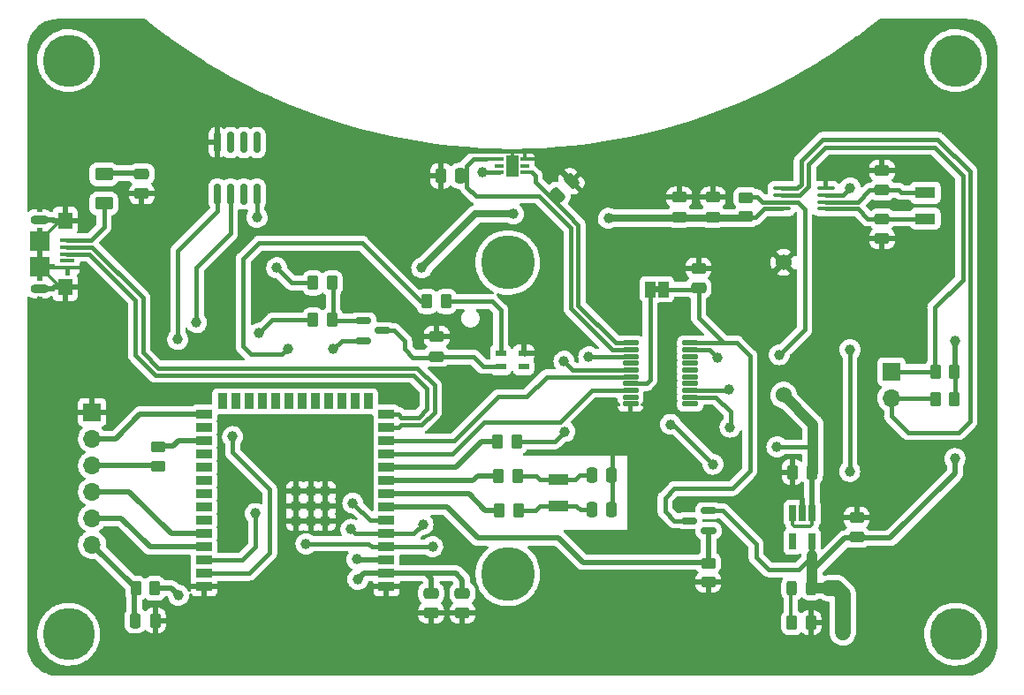
<source format=gtl>
G04 #@! TF.GenerationSoftware,KiCad,Pcbnew,6.0.11-2627ca5db0~126~ubuntu20.04.1*
G04 #@! TF.CreationDate,2023-04-04T17:10:52-04:00*
G04 #@! TF.ProjectId,water_meter,77617465-725f-46d6-9574-65722e6b6963,rev?*
G04 #@! TF.SameCoordinates,Original*
G04 #@! TF.FileFunction,Copper,L1,Top*
G04 #@! TF.FilePolarity,Positive*
%FSLAX46Y46*%
G04 Gerber Fmt 4.6, Leading zero omitted, Abs format (unit mm)*
G04 Created by KiCad (PCBNEW 6.0.11-2627ca5db0~126~ubuntu20.04.1) date 2023-04-04 17:10:52*
%MOMM*%
%LPD*%
G01*
G04 APERTURE LIST*
G04 Aperture macros list*
%AMRoundRect*
0 Rectangle with rounded corners*
0 $1 Rounding radius*
0 $2 $3 $4 $5 $6 $7 $8 $9 X,Y pos of 4 corners*
0 Add a 4 corners polygon primitive as box body*
4,1,4,$2,$3,$4,$5,$6,$7,$8,$9,$2,$3,0*
0 Add four circle primitives for the rounded corners*
1,1,$1+$1,$2,$3*
1,1,$1+$1,$4,$5*
1,1,$1+$1,$6,$7*
1,1,$1+$1,$8,$9*
0 Add four rect primitives between the rounded corners*
20,1,$1+$1,$2,$3,$4,$5,0*
20,1,$1+$1,$4,$5,$6,$7,0*
20,1,$1+$1,$6,$7,$8,$9,0*
20,1,$1+$1,$8,$9,$2,$3,0*%
G04 Aperture macros list end*
G04 #@! TA.AperFunction,ComponentPad*
%ADD10C,1.530000*%
G04 #@! TD*
G04 #@! TA.AperFunction,ComponentPad*
%ADD11C,5.175000*%
G04 #@! TD*
G04 #@! TA.AperFunction,SMDPad,CuDef*
%ADD12RoundRect,0.150000X-0.150000X0.825000X-0.150000X-0.825000X0.150000X-0.825000X0.150000X0.825000X0*%
G04 #@! TD*
G04 #@! TA.AperFunction,SMDPad,CuDef*
%ADD13R,1.500000X0.900000*%
G04 #@! TD*
G04 #@! TA.AperFunction,SMDPad,CuDef*
%ADD14R,0.900000X1.500000*%
G04 #@! TD*
G04 #@! TA.AperFunction,SMDPad,CuDef*
%ADD15R,0.900000X0.900000*%
G04 #@! TD*
G04 #@! TA.AperFunction,SMDPad,CuDef*
%ADD16RoundRect,0.020500X-0.719500X-0.184500X0.719500X-0.184500X0.719500X0.184500X-0.719500X0.184500X0*%
G04 #@! TD*
G04 #@! TA.AperFunction,SMDPad,CuDef*
%ADD17RoundRect,0.250000X-0.625000X0.375000X-0.625000X-0.375000X0.625000X-0.375000X0.625000X0.375000X0*%
G04 #@! TD*
G04 #@! TA.AperFunction,SMDPad,CuDef*
%ADD18RoundRect,0.243750X-0.243750X-0.456250X0.243750X-0.456250X0.243750X0.456250X-0.243750X0.456250X0*%
G04 #@! TD*
G04 #@! TA.AperFunction,SMDPad,CuDef*
%ADD19R,1.900000X1.100000*%
G04 #@! TD*
G04 #@! TA.AperFunction,SMDPad,CuDef*
%ADD20RoundRect,0.250000X-0.262500X-0.450000X0.262500X-0.450000X0.262500X0.450000X-0.262500X0.450000X0*%
G04 #@! TD*
G04 #@! TA.AperFunction,SMDPad,CuDef*
%ADD21RoundRect,0.250000X0.262500X0.450000X-0.262500X0.450000X-0.262500X-0.450000X0.262500X-0.450000X0*%
G04 #@! TD*
G04 #@! TA.AperFunction,SMDPad,CuDef*
%ADD22RoundRect,0.250000X0.450000X-0.262500X0.450000X0.262500X-0.450000X0.262500X-0.450000X-0.262500X0*%
G04 #@! TD*
G04 #@! TA.AperFunction,SMDPad,CuDef*
%ADD23RoundRect,0.250000X-0.450000X0.262500X-0.450000X-0.262500X0.450000X-0.262500X0.450000X0.262500X0*%
G04 #@! TD*
G04 #@! TA.AperFunction,SMDPad,CuDef*
%ADD24RoundRect,0.250000X-0.475000X0.250000X-0.475000X-0.250000X0.475000X-0.250000X0.475000X0.250000X0*%
G04 #@! TD*
G04 #@! TA.AperFunction,SMDPad,CuDef*
%ADD25RoundRect,0.250000X0.475000X-0.250000X0.475000X0.250000X-0.475000X0.250000X-0.475000X-0.250000X0*%
G04 #@! TD*
G04 #@! TA.AperFunction,SMDPad,CuDef*
%ADD26RoundRect,0.250000X0.159099X-0.512652X0.512652X-0.159099X-0.159099X0.512652X-0.512652X0.159099X0*%
G04 #@! TD*
G04 #@! TA.AperFunction,SMDPad,CuDef*
%ADD27RoundRect,0.250000X0.250000X0.475000X-0.250000X0.475000X-0.250000X-0.475000X0.250000X-0.475000X0*%
G04 #@! TD*
G04 #@! TA.AperFunction,SMDPad,CuDef*
%ADD28RoundRect,0.250000X-0.250000X-0.475000X0.250000X-0.475000X0.250000X0.475000X-0.250000X0.475000X0*%
G04 #@! TD*
G04 #@! TA.AperFunction,SMDPad,CuDef*
%ADD29R,1.000000X0.600000*%
G04 #@! TD*
G04 #@! TA.AperFunction,SMDPad,CuDef*
%ADD30RoundRect,0.150000X-0.587500X-0.150000X0.587500X-0.150000X0.587500X0.150000X-0.587500X0.150000X0*%
G04 #@! TD*
G04 #@! TA.AperFunction,ComponentPad*
%ADD31C,5.000000*%
G04 #@! TD*
G04 #@! TA.AperFunction,SMDPad,CuDef*
%ADD32RoundRect,0.012800X0.357200X0.147200X-0.357200X0.147200X-0.357200X-0.147200X0.357200X-0.147200X0*%
G04 #@! TD*
G04 #@! TA.AperFunction,SMDPad,CuDef*
%ADD33R,1.300000X2.000000*%
G04 #@! TD*
G04 #@! TA.AperFunction,SMDPad,CuDef*
%ADD34R,1.000000X1.500000*%
G04 #@! TD*
G04 #@! TA.AperFunction,SMDPad,CuDef*
%ADD35R,1.350000X0.400000*%
G04 #@! TD*
G04 #@! TA.AperFunction,SMDPad,CuDef*
%ADD36R,1.400000X1.600000*%
G04 #@! TD*
G04 #@! TA.AperFunction,SMDPad,CuDef*
%ADD37R,1.900000X1.900000*%
G04 #@! TD*
G04 #@! TA.AperFunction,ComponentPad*
%ADD38O,1.800000X0.900000*%
G04 #@! TD*
G04 #@! TA.AperFunction,ComponentPad*
%ADD39R,1.700000X1.700000*%
G04 #@! TD*
G04 #@! TA.AperFunction,ComponentPad*
%ADD40O,1.700000X1.700000*%
G04 #@! TD*
G04 #@! TA.AperFunction,SMDPad,CuDef*
%ADD41R,0.650000X1.560000*%
G04 #@! TD*
G04 #@! TA.AperFunction,SMDPad,CuDef*
%ADD42RoundRect,0.150000X0.587500X0.150000X-0.587500X0.150000X-0.587500X-0.150000X0.587500X-0.150000X0*%
G04 #@! TD*
G04 #@! TA.AperFunction,SMDPad,CuDef*
%ADD43RoundRect,0.100000X0.712500X0.100000X-0.712500X0.100000X-0.712500X-0.100000X0.712500X-0.100000X0*%
G04 #@! TD*
G04 #@! TA.AperFunction,ViaPad*
%ADD44C,1.000000*%
G04 #@! TD*
G04 #@! TA.AperFunction,Conductor*
%ADD45C,0.400000*%
G04 #@! TD*
G04 #@! TA.AperFunction,Conductor*
%ADD46C,0.700000*%
G04 #@! TD*
G04 #@! TA.AperFunction,Conductor*
%ADD47C,0.300000*%
G04 #@! TD*
G04 #@! TA.AperFunction,Conductor*
%ADD48C,0.500000*%
G04 #@! TD*
G04 #@! TA.AperFunction,Conductor*
%ADD49C,1.000000*%
G04 #@! TD*
G04 #@! TA.AperFunction,Conductor*
%ADD50C,1.500000*%
G04 #@! TD*
G04 APERTURE END LIST*
G36*
X171467500Y-110390000D02*
G01*
X170967500Y-110390000D01*
X170967500Y-109790000D01*
X171467500Y-109790000D01*
X171467500Y-110390000D01*
G37*
D10*
X183355000Y-120230000D03*
X183355000Y-107530000D03*
D11*
X156935000Y-107530000D03*
X156935000Y-137380000D03*
D12*
X132905000Y-96025000D03*
X131635000Y-96025000D03*
X130365000Y-96025000D03*
X129095000Y-96025000D03*
X129095000Y-100975000D03*
X130365000Y-100975000D03*
X131635000Y-100975000D03*
X132905000Y-100975000D03*
D13*
X145310000Y-138590000D03*
X145310000Y-137320000D03*
X145310000Y-136050000D03*
X145310000Y-134780000D03*
X145310000Y-133510000D03*
X145310000Y-132240000D03*
X145310000Y-130970000D03*
X145310000Y-129700000D03*
X145310000Y-128430000D03*
X145310000Y-127160000D03*
X145310000Y-125890000D03*
X145310000Y-124620000D03*
X145310000Y-123350000D03*
X145310000Y-122080000D03*
D14*
X143545000Y-120830000D03*
X142275000Y-120830000D03*
X141005000Y-120830000D03*
X139735000Y-120830000D03*
X138465000Y-120830000D03*
X137195000Y-120830000D03*
X135925000Y-120830000D03*
X134655000Y-120830000D03*
X133385000Y-120830000D03*
X132115000Y-120830000D03*
X130845000Y-120830000D03*
X129575000Y-120830000D03*
D13*
X127810000Y-122080000D03*
X127810000Y-123350000D03*
X127810000Y-124620000D03*
X127810000Y-125890000D03*
X127810000Y-127160000D03*
X127810000Y-128430000D03*
X127810000Y-129700000D03*
X127810000Y-130970000D03*
X127810000Y-132240000D03*
X127810000Y-133510000D03*
X127810000Y-134780000D03*
X127810000Y-136050000D03*
X127810000Y-137320000D03*
X127810000Y-138590000D03*
D15*
X139460000Y-130870000D03*
X138060000Y-129470000D03*
X138060000Y-132270000D03*
X139460000Y-132270000D03*
X136660000Y-129470000D03*
X136660000Y-130870000D03*
X136660000Y-132270000D03*
X139460000Y-129470000D03*
X138060000Y-130870000D03*
D16*
X168685000Y-115225000D03*
X168685000Y-115875000D03*
X168685000Y-116525000D03*
X168685000Y-117175000D03*
X168685000Y-117825000D03*
X168685000Y-118475000D03*
X168685000Y-119125000D03*
X168685000Y-119775000D03*
X168685000Y-120425000D03*
X168685000Y-121075000D03*
X174415000Y-121075000D03*
X174415000Y-120425000D03*
X174415000Y-119775000D03*
X174415000Y-119125000D03*
X174415000Y-118475000D03*
X174415000Y-117825000D03*
X174415000Y-117175000D03*
X174415000Y-116525000D03*
X174415000Y-115875000D03*
X174415000Y-115225000D03*
D17*
X118225750Y-99060000D03*
X118225750Y-101860000D03*
D18*
X184152500Y-138730000D03*
X186027500Y-138730000D03*
D19*
X161742500Y-128365000D03*
X161742500Y-130865000D03*
X196940000Y-100825000D03*
X196940000Y-103325000D03*
D20*
X138279500Y-113030000D03*
X140104500Y-113030000D03*
D21*
X140104500Y-109474000D03*
X138279500Y-109474000D03*
X151026500Y-111252000D03*
X149201500Y-111252000D03*
D22*
X176140000Y-138162500D03*
X176140000Y-136337500D03*
X123420000Y-127052500D03*
X123420000Y-125227500D03*
D23*
X179730000Y-101302500D03*
X179730000Y-103127500D03*
D20*
X197907500Y-120600000D03*
X199732500Y-120600000D03*
X184127500Y-142050000D03*
X185952500Y-142050000D03*
X197927500Y-117990000D03*
X199752500Y-117990000D03*
X155957500Y-124710000D03*
X157782500Y-124710000D03*
X156030000Y-127965000D03*
X157855000Y-127965000D03*
X156130000Y-131265000D03*
X157955000Y-131265000D03*
X121280000Y-138760000D03*
X123105000Y-138760000D03*
D24*
X175200000Y-108060000D03*
X175200000Y-109960000D03*
D25*
X150114000Y-116520000D03*
X150114000Y-114620000D03*
D24*
X176590000Y-101265000D03*
X176590000Y-103165000D03*
X192790000Y-98690000D03*
X192790000Y-100590000D03*
D26*
X161678249Y-101061751D03*
X163021751Y-99718249D03*
D27*
X152420000Y-99210000D03*
X150520000Y-99210000D03*
D25*
X190360000Y-133870000D03*
X190360000Y-131970000D03*
D27*
X186090000Y-127620000D03*
X184190000Y-127620000D03*
D24*
X173370000Y-101265000D03*
X173370000Y-103165000D03*
D25*
X192800000Y-105240000D03*
X192800000Y-103340000D03*
D24*
X152590000Y-139220000D03*
X152590000Y-141120000D03*
D25*
X121850000Y-100940000D03*
X121850000Y-99040000D03*
D24*
X149590000Y-139220000D03*
X149590000Y-141120000D03*
D28*
X121242500Y-141840000D03*
X123142500Y-141840000D03*
D27*
X166892500Y-127910000D03*
X164992500Y-127910000D03*
X166892500Y-131240000D03*
X164992500Y-131240000D03*
D29*
X156250000Y-117500000D03*
X156250000Y-116200000D03*
X158450000Y-116200000D03*
X158450000Y-117500000D03*
D30*
X143080500Y-113096000D03*
X143080500Y-114996000D03*
X144955500Y-114046000D03*
D31*
X114850000Y-143160000D03*
X199850000Y-88160000D03*
D32*
X158595000Y-98890000D03*
X158595000Y-98240000D03*
X158595000Y-97590000D03*
X156105000Y-97590000D03*
X156105000Y-98240000D03*
X156105000Y-98890000D03*
D33*
X157350000Y-98240000D03*
D34*
X170567500Y-110090000D03*
X171867500Y-110090000D03*
D31*
X199850000Y-143160000D03*
X114850000Y-88160000D03*
D35*
X114737500Y-105405750D03*
X114737500Y-106055750D03*
X114737500Y-106705750D03*
X114737500Y-107355750D03*
X114737500Y-108005750D03*
D36*
X114512500Y-103505750D03*
X114512500Y-109905750D03*
D37*
X112062500Y-107905750D03*
X112062500Y-105505750D03*
D38*
X112062500Y-103405750D03*
X112062500Y-110005750D03*
D39*
X117103333Y-121880000D03*
D40*
X117103333Y-124420000D03*
X117103333Y-126960000D03*
X117103333Y-129500000D03*
X117103333Y-132040000D03*
X117103333Y-134580000D03*
D41*
X186090000Y-131570000D03*
X185140000Y-131570000D03*
X184190000Y-131570000D03*
X184190000Y-134270000D03*
X186090000Y-134270000D03*
D39*
X193690000Y-117980000D03*
D40*
X193690000Y-120520000D03*
D42*
X174292500Y-132270000D03*
X176167500Y-131320000D03*
X176167500Y-133220000D03*
D43*
X187402500Y-102360000D03*
X187402500Y-101710000D03*
X187402500Y-101060000D03*
X187402500Y-100410000D03*
X183177500Y-100410000D03*
X183177500Y-101060000D03*
X183177500Y-101710000D03*
X183177500Y-102360000D03*
D44*
X132900000Y-103200000D03*
X141900000Y-133100000D03*
X127100000Y-113300000D03*
X137600000Y-134500000D03*
X125300000Y-114900000D03*
X197000000Y-137950000D03*
X181550000Y-131620000D03*
X170900000Y-133900000D03*
X181520000Y-129530000D03*
X157480000Y-102870000D03*
X140208000Y-115824000D03*
X134794000Y-108030000D03*
X133096000Y-114300000D03*
X130556000Y-124206000D03*
X139650000Y-101050000D03*
X171600000Y-139350000D03*
X192050000Y-129500000D03*
X195650000Y-98450000D03*
X192800000Y-107750000D03*
X128800000Y-92800000D03*
X140100000Y-124790000D03*
X112210000Y-113650000D03*
X177450000Y-96950000D03*
X166895000Y-123770000D03*
X173450000Y-96950000D03*
X114000000Y-99200000D03*
X175200000Y-105800000D03*
X121850000Y-103750000D03*
X112440000Y-138790000D03*
X119430000Y-145510000D03*
X153670000Y-115062000D03*
X181300000Y-142200000D03*
X127200000Y-141200000D03*
X163322000Y-115062000D03*
X181300000Y-139950000D03*
X144890000Y-141830000D03*
X146950000Y-141850000D03*
X169400000Y-105900000D03*
X151130000Y-108458000D03*
X138235000Y-124790000D03*
X166800000Y-110250000D03*
X125400000Y-137650000D03*
X161650000Y-139300000D03*
X166615000Y-139250000D03*
X136370000Y-124790000D03*
X192800000Y-113100000D03*
X173570000Y-112410000D03*
X160782000Y-109728000D03*
X147900000Y-100850000D03*
X142480000Y-135990000D03*
X164690000Y-116580000D03*
X176600000Y-126860000D03*
X172530000Y-123040000D03*
X182730000Y-125200000D03*
X189040000Y-140120000D03*
X199760000Y-115080000D03*
X189040000Y-141610000D03*
X162400000Y-123720000D03*
X148690000Y-108030000D03*
X199780000Y-126320000D03*
X166570000Y-103290000D03*
X142570000Y-137900000D03*
X189040000Y-142970000D03*
X125380000Y-139440000D03*
X148800000Y-132620000D03*
X178140000Y-119700000D03*
X178240000Y-123310000D03*
X149720000Y-134780000D03*
X132740000Y-131590000D03*
X135850000Y-115790000D03*
X182960000Y-116360000D03*
X177040000Y-116630000D03*
X154480000Y-98900000D03*
X162320000Y-116990000D03*
X189740000Y-100365000D03*
X189720000Y-115870000D03*
X142080000Y-130580000D03*
X189690000Y-127550000D03*
D45*
X192790000Y-100590000D02*
X194390000Y-100590000D01*
X194625000Y-100825000D02*
X196940000Y-100825000D01*
X194390000Y-100590000D02*
X194625000Y-100825000D01*
X192800000Y-103340000D02*
X192815000Y-103325000D01*
X192815000Y-103325000D02*
X196940000Y-103325000D01*
X187402500Y-102360000D02*
X190460000Y-102360000D01*
X190460000Y-102360000D02*
X191440000Y-103340000D01*
X191440000Y-103340000D02*
X192800000Y-103340000D01*
X187402500Y-101710000D02*
X190490000Y-101710000D01*
X190490000Y-101710000D02*
X191610000Y-100590000D01*
X191610000Y-100590000D02*
X192790000Y-100590000D01*
X132905000Y-103195000D02*
X132900000Y-103200000D01*
X132905000Y-100975000D02*
X132905000Y-103195000D01*
X127100000Y-108000000D02*
X130365000Y-104735000D01*
X142310000Y-133510000D02*
X141900000Y-133100000D01*
X127100000Y-113300000D02*
X127100000Y-108000000D01*
X145310000Y-133510000D02*
X142310000Y-133510000D01*
X130365000Y-104735000D02*
X130365000Y-100975000D01*
X143880000Y-134780000D02*
X143600000Y-134500000D01*
X145310000Y-134780000D02*
X143880000Y-134780000D01*
X143600000Y-134500000D02*
X137600000Y-134500000D01*
X125300000Y-106400000D02*
X125300000Y-114900000D01*
X129095000Y-100975000D02*
X129095000Y-102605000D01*
X127300000Y-104400000D02*
X125300000Y-106400000D01*
X129095000Y-102605000D02*
X127300000Y-104400000D01*
X161742500Y-130865000D02*
X163485000Y-130865000D01*
X163485000Y-130865000D02*
X163860000Y-131240000D01*
X163860000Y-131240000D02*
X164992500Y-131240000D01*
X161742500Y-128365000D02*
X163385000Y-128365000D01*
X163385000Y-128365000D02*
X163840000Y-127910000D01*
X163840000Y-127910000D02*
X164992500Y-127910000D01*
X157955000Y-131265000D02*
X159615000Y-131265000D01*
X159615000Y-131265000D02*
X160015000Y-130865000D01*
X160015000Y-130865000D02*
X161742500Y-130865000D01*
X157855000Y-127965000D02*
X159635000Y-127965000D01*
X159635000Y-127965000D02*
X160035000Y-128365000D01*
X160035000Y-128365000D02*
X161742500Y-128365000D01*
X180130000Y-127480000D02*
X180130000Y-116510000D01*
X172000000Y-130080000D02*
X172870000Y-129210000D01*
X174292500Y-132270000D02*
X172900000Y-132270000D01*
X172900000Y-132270000D02*
X172000000Y-131370000D01*
X172000000Y-131370000D02*
X172000000Y-130080000D01*
X172870000Y-129210000D02*
X178420000Y-129210000D01*
X180130000Y-127500000D02*
X180130000Y-127480000D01*
X178420000Y-129210000D02*
X180130000Y-127500000D01*
X180720000Y-134470000D02*
X177570000Y-131320000D01*
X177570000Y-131320000D02*
X176167500Y-131320000D01*
D46*
X157480000Y-102870000D02*
X153850000Y-102870000D01*
X153850000Y-102870000D02*
X148690000Y-108030000D01*
D45*
X166967024Y-115900000D02*
X162972000Y-111904976D01*
X153677500Y-97582500D02*
X154872500Y-97582500D01*
X168685000Y-115875000D02*
X168660000Y-115900000D01*
X159560000Y-99800000D02*
X159560000Y-99240000D01*
X163672000Y-103922000D02*
X162690000Y-102940000D01*
X159560000Y-99240000D02*
X159210000Y-98890000D01*
X167256976Y-115200000D02*
X163672000Y-111615024D01*
X162972000Y-111904976D02*
X162972000Y-104222000D01*
X168660000Y-115200000D02*
X167256976Y-115200000D01*
X168660000Y-115900000D02*
X166967024Y-115900000D01*
X168685000Y-115225000D02*
X168660000Y-115200000D01*
X162690000Y-102930000D02*
X159560000Y-99800000D01*
X153880000Y-101150000D02*
X153000000Y-100270000D01*
X162690000Y-102940000D02*
X162690000Y-102930000D01*
X163672000Y-111615024D02*
X163672000Y-103922000D01*
X162972000Y-104222000D02*
X159900000Y-101150000D01*
X159900000Y-101150000D02*
X153880000Y-101150000D01*
X153000000Y-100270000D02*
X153000000Y-98260000D01*
X153000000Y-98260000D02*
X153677500Y-97582500D01*
X168685000Y-118475000D02*
X160671000Y-118475000D01*
X160671000Y-118475000D02*
X158750000Y-120396000D01*
X158750000Y-120396000D02*
X155986132Y-120396000D01*
X155986132Y-120396000D02*
X151762132Y-124620000D01*
X151762132Y-124620000D02*
X145310000Y-124620000D01*
X145310000Y-125890000D02*
X151610000Y-125890000D01*
X151610000Y-125890000D02*
X154680000Y-122820000D01*
X154680000Y-122820000D02*
X161914000Y-122820000D01*
X161914000Y-122820000D02*
X164959000Y-119775000D01*
X164959000Y-119775000D02*
X168685000Y-119775000D01*
X149114000Y-111252000D02*
X148590000Y-111252000D01*
X148590000Y-111252000D02*
X143002000Y-105664000D01*
X132334000Y-116332000D02*
X135308000Y-116332000D01*
X143002000Y-105664000D02*
X133096000Y-105664000D01*
X133096000Y-105664000D02*
X131572000Y-107188000D01*
X135308000Y-116332000D02*
X135850000Y-115790000D01*
X131572000Y-107188000D02*
X131572000Y-115570000D01*
X131572000Y-115570000D02*
X132334000Y-116332000D01*
X156250000Y-116200000D02*
X156250000Y-112054000D01*
X156250000Y-112054000D02*
X155448000Y-111252000D01*
X155448000Y-111252000D02*
X151114000Y-111252000D01*
X154584000Y-117500000D02*
X153670000Y-116586000D01*
X156250000Y-117500000D02*
X154584000Y-117500000D01*
X153670000Y-116586000D02*
X150135500Y-116586000D01*
X150135500Y-116586000D02*
X150114000Y-116607500D01*
X147066000Y-115062000D02*
X147066000Y-115824000D01*
X144955500Y-114046000D02*
X146050000Y-114046000D01*
X146050000Y-114046000D02*
X147066000Y-115062000D01*
X147066000Y-115824000D02*
X147849500Y-116607500D01*
X147849500Y-116607500D02*
X150114000Y-116607500D01*
X141036000Y-114996000D02*
X140208000Y-115824000D01*
X143080500Y-114996000D02*
X141036000Y-114996000D01*
X143080500Y-113096000D02*
X140258000Y-113096000D01*
X140258000Y-113096000D02*
X140192000Y-113030000D01*
X140192000Y-113030000D02*
X140192000Y-109474000D01*
X138192000Y-109474000D02*
X136238000Y-109474000D01*
X136238000Y-109474000D02*
X134794000Y-108030000D01*
X130556000Y-125730000D02*
X130556000Y-124206000D01*
X132588000Y-127762000D02*
X130556000Y-125730000D01*
X134112000Y-135382000D02*
X134112000Y-129286000D01*
X127810000Y-137320000D02*
X132174000Y-137320000D01*
X132174000Y-137320000D02*
X134112000Y-135382000D01*
X134112000Y-129286000D02*
X132588000Y-127762000D01*
X133096000Y-114300000D02*
X134366000Y-113030000D01*
X134366000Y-113030000D02*
X138192000Y-113030000D01*
D47*
X114062500Y-103505750D02*
X114512500Y-103505750D01*
D45*
X157390000Y-96800000D02*
X158770000Y-96800000D01*
X156090000Y-96800000D02*
X157390000Y-96800000D01*
D47*
X112062500Y-107905750D02*
X114062500Y-109905750D01*
X114512500Y-103505750D02*
X112812501Y-103505750D01*
D45*
X166980000Y-123855000D02*
X166895000Y-123770000D01*
X150400000Y-97680000D02*
X150400000Y-99177500D01*
X150400000Y-99177500D02*
X150432500Y-99210000D01*
D47*
X112812501Y-103505750D02*
X112712501Y-103405750D01*
D45*
X166980000Y-131240000D02*
X166980000Y-127910000D01*
D47*
X114062500Y-109905750D02*
X114512500Y-109905750D01*
X115975750Y-108005750D02*
X116500000Y-108530000D01*
X112162500Y-108005750D02*
X112062500Y-107905750D01*
X114737500Y-108005750D02*
X115975750Y-108005750D01*
X112062500Y-105505750D02*
X114062500Y-103505750D01*
X114737500Y-108005750D02*
X112162500Y-108005750D01*
X157350000Y-96840000D02*
X157390000Y-96800000D01*
X158595000Y-96975000D02*
X158770000Y-96800000D01*
X160970000Y-97590000D02*
X160993623Y-97566377D01*
X158595000Y-97590000D02*
X158595000Y-96975000D01*
D45*
X156090000Y-96800000D02*
X151280000Y-96800000D01*
D48*
X185140000Y-131570000D02*
X185140000Y-130190000D01*
D47*
X158595000Y-97590000D02*
X160970000Y-97590000D01*
D45*
X158770000Y-96800000D02*
X160227246Y-96800000D01*
X160993623Y-97566377D02*
X163083623Y-99656377D01*
X166980000Y-127910000D02*
X166980000Y-123855000D01*
X160227246Y-96800000D02*
X160993623Y-97566377D01*
D47*
X157350000Y-98240000D02*
X157350000Y-96840000D01*
D45*
X151280000Y-96800000D02*
X150400000Y-97680000D01*
D47*
X184065000Y-138730000D02*
X184065000Y-142025000D01*
D48*
X142540000Y-136050000D02*
X142480000Y-135990000D01*
X121155000Y-141840000D02*
X121155000Y-138797500D01*
X145310000Y-136050000D02*
X142540000Y-136050000D01*
X121192500Y-138669167D02*
X117103333Y-134580000D01*
X121155000Y-138797500D02*
X121192500Y-138760000D01*
X121192500Y-138760000D02*
X121192500Y-138669167D01*
D45*
X149890000Y-119305024D02*
X149890000Y-121854976D01*
X121960000Y-110875024D02*
X121960000Y-116135024D01*
X114737500Y-106055750D02*
X114762500Y-106030750D01*
X121960000Y-116135024D02*
X123464976Y-117640000D01*
X146720001Y-123065000D02*
X146435001Y-123350000D01*
X123464976Y-117640000D02*
X148224976Y-117640000D01*
X148679976Y-123065000D02*
X146720001Y-123065000D01*
X148224976Y-117640000D02*
X149890000Y-119305024D01*
X114762500Y-106030750D02*
X117115726Y-106030750D01*
X117115726Y-106030750D02*
X121960000Y-110875024D01*
X146435001Y-123350000D02*
X145310000Y-123350000D01*
X149890000Y-121854976D02*
X148679976Y-123065000D01*
X149190000Y-119594976D02*
X149190000Y-121565024D01*
X123175024Y-118340000D02*
X147935024Y-118340000D01*
X146435001Y-122080000D02*
X145310000Y-122080000D01*
X114762500Y-106730750D02*
X116825774Y-106730750D01*
X121260000Y-116424976D02*
X123175024Y-118340000D01*
X148390024Y-122365000D02*
X146720001Y-122365000D01*
X121260000Y-111164976D02*
X121260000Y-116424976D01*
X149190000Y-121565024D02*
X148390024Y-122365000D01*
X116825774Y-106730750D02*
X121260000Y-111164976D01*
X146720001Y-122365000D02*
X146435001Y-122080000D01*
X114737500Y-106705750D02*
X114762500Y-106730750D01*
X147935024Y-118340000D02*
X149190000Y-119594976D01*
D49*
X186177500Y-127620000D02*
X186177500Y-125197500D01*
D47*
X186120000Y-132640000D02*
X186120000Y-131600000D01*
D45*
X172530000Y-123040000D02*
X172780000Y-123040000D01*
X186175000Y-125200000D02*
X186177500Y-125197500D01*
D49*
X186177500Y-125197500D02*
X186177500Y-123052500D01*
D45*
X168685000Y-116525000D02*
X164745000Y-116525000D01*
D47*
X184190000Y-132620000D02*
X184420000Y-132850000D01*
D45*
X172780000Y-123040000D02*
X176600000Y-126860000D01*
D49*
X186177500Y-123052500D02*
X183355000Y-120230000D01*
D45*
X164745000Y-116525000D02*
X164690000Y-116580000D01*
X182730000Y-125200000D02*
X186175000Y-125200000D01*
D47*
X184190000Y-131570000D02*
X184190000Y-132620000D01*
X186120000Y-131600000D02*
X186090000Y-131570000D01*
X185910000Y-132850000D02*
X186120000Y-132640000D01*
X184420000Y-132850000D02*
X185910000Y-132850000D01*
D48*
X186090000Y-131570000D02*
X186090000Y-127707500D01*
X186090000Y-127707500D02*
X186177500Y-127620000D01*
D45*
X114737500Y-105405750D02*
X116954250Y-105405750D01*
X118240000Y-104120000D02*
X118240000Y-101961750D01*
X116954250Y-105405750D02*
X118240000Y-104120000D01*
X118240000Y-101961750D02*
X118225750Y-101947500D01*
D48*
X118225750Y-98972500D02*
X121830000Y-98972500D01*
X123192500Y-138760000D02*
X124700000Y-138760000D01*
X149080000Y-137320000D02*
X151930000Y-137320000D01*
D46*
X173370000Y-103252500D02*
X166607500Y-103252500D01*
D48*
X124700000Y-138760000D02*
X125380000Y-139440000D01*
D45*
X157870000Y-124710000D02*
X161410000Y-124710000D01*
D50*
X188440000Y-138740000D02*
X187710000Y-138740000D01*
D45*
X180720000Y-134470000D02*
X180720000Y-135770000D01*
X181930000Y-136980000D02*
X184800000Y-136980000D01*
D48*
X149590000Y-139132500D02*
X149590000Y-137830000D01*
X193552500Y-133957500D02*
X199630000Y-127880000D01*
D50*
X188440000Y-138740000D02*
X189040000Y-139340000D01*
D46*
X173370000Y-103252500D02*
X179692500Y-103252500D01*
D49*
X186115000Y-135625000D02*
X186100000Y-135610000D01*
D45*
X186100000Y-135680000D02*
X186100000Y-135610000D01*
D48*
X145310000Y-137320000D02*
X143150000Y-137320000D01*
D45*
X180680000Y-103215000D02*
X179730000Y-103215000D01*
D48*
X199630000Y-127880000D02*
X199780000Y-127730000D01*
D46*
X179692500Y-103252500D02*
X179730000Y-103215000D01*
D49*
X187680000Y-138730000D02*
X187700000Y-138750000D01*
D45*
X184800000Y-136980000D02*
X186100000Y-135680000D01*
D48*
X190360000Y-133957500D02*
X189242500Y-133957500D01*
D45*
X186115000Y-137085000D02*
X186115000Y-137355000D01*
D48*
X123240000Y-126960000D02*
X117103333Y-126960000D01*
X199760000Y-115080000D02*
X199760000Y-117910000D01*
X149590000Y-137830000D02*
X149080000Y-137320000D01*
D46*
X166607500Y-103252500D02*
X166570000Y-103290000D01*
D49*
X186115000Y-138730000D02*
X186115000Y-137355000D01*
X186115000Y-138730000D02*
X187680000Y-138730000D01*
D48*
X199760000Y-117910000D02*
X199840000Y-117990000D01*
X199780000Y-127730000D02*
X199780000Y-126320000D01*
D50*
X189040000Y-139340000D02*
X189040000Y-142970000D01*
X187710000Y-138740000D02*
X187700000Y-138750000D01*
D48*
X145310000Y-137320000D02*
X149080000Y-137320000D01*
X189242500Y-133957500D02*
X186115000Y-137085000D01*
X186090000Y-134270000D02*
X186090000Y-135600000D01*
D45*
X199820000Y-120600000D02*
X199820000Y-118010000D01*
D49*
X186115000Y-137355000D02*
X186115000Y-135625000D01*
D45*
X161410000Y-124710000D02*
X162400000Y-123720000D01*
X180720000Y-135770000D02*
X181930000Y-136980000D01*
D48*
X186090000Y-135600000D02*
X186100000Y-135610000D01*
D45*
X183177500Y-102360000D02*
X181535000Y-102360000D01*
D48*
X151930000Y-137320000D02*
X152590000Y-137980000D01*
D45*
X199820000Y-118010000D02*
X199840000Y-117990000D01*
X181535000Y-102360000D02*
X180680000Y-103215000D01*
D48*
X123420000Y-127140000D02*
X123240000Y-126960000D01*
X152590000Y-137980000D02*
X152590000Y-139132500D01*
X143150000Y-137320000D02*
X142570000Y-137900000D01*
X190360000Y-133957500D02*
X193552500Y-133957500D01*
X117103333Y-132040000D02*
X119900000Y-132040000D01*
X119900000Y-132040000D02*
X122640000Y-134780000D01*
X122640000Y-134780000D02*
X127810000Y-134780000D01*
X124660000Y-133510000D02*
X127810000Y-133510000D01*
X117103333Y-129500000D02*
X120650000Y-129500000D01*
X120650000Y-129500000D02*
X124660000Y-133510000D01*
X119350000Y-124420000D02*
X121690000Y-122080000D01*
X121690000Y-122080000D02*
X127810000Y-122080000D01*
X117103333Y-124420000D02*
X119350000Y-124420000D01*
D45*
X168685000Y-119125000D02*
X170215000Y-119125000D01*
X170567500Y-118772500D02*
X170567500Y-110090000D01*
X170215000Y-119125000D02*
X170567500Y-118772500D01*
D48*
X145310000Y-129700000D02*
X153220000Y-129700000D01*
X153220000Y-129700000D02*
X154785000Y-131265000D01*
X154785000Y-131265000D02*
X156042500Y-131265000D01*
X145310000Y-128430000D02*
X153590000Y-128430000D01*
X153590000Y-128430000D02*
X154055000Y-127965000D01*
X154055000Y-127965000D02*
X155942500Y-127965000D01*
X154440000Y-124710000D02*
X155870000Y-124710000D01*
X145310000Y-127160000D02*
X151990000Y-127160000D01*
X151990000Y-127160000D02*
X154440000Y-124710000D01*
D45*
X145310000Y-133510000D02*
X147910000Y-133510000D01*
X197840000Y-117990000D02*
X197830000Y-117980000D01*
X200520000Y-99190000D02*
X200520000Y-109170000D01*
X197810000Y-96480000D02*
X200520000Y-99190000D01*
X147910000Y-133510000D02*
X148800000Y-132620000D01*
X178065000Y-119775000D02*
X174415000Y-119775000D01*
X200520000Y-109170000D02*
X197840000Y-111850000D01*
X178140000Y-119700000D02*
X178065000Y-119775000D01*
X187350000Y-96480000D02*
X197810000Y-96480000D01*
X185760000Y-100220000D02*
X185760000Y-98070000D01*
X184920000Y-101060000D02*
X185760000Y-100220000D01*
X197830000Y-117980000D02*
X193690000Y-117980000D01*
X197840000Y-111850000D02*
X197840000Y-117990000D01*
X183177500Y-101060000D02*
X184920000Y-101060000D01*
X185760000Y-98070000D02*
X187350000Y-96480000D01*
X185050000Y-100010000D02*
X185050000Y-97750000D01*
X183177500Y-100410000D02*
X184650000Y-100410000D01*
X201240000Y-98820000D02*
X201240000Y-122710000D01*
X187080000Y-95720000D02*
X198140000Y-95720000D01*
X178280000Y-121840000D02*
X178280000Y-123270000D01*
X178280000Y-123270000D02*
X178240000Y-123310000D01*
X193690000Y-122220000D02*
X193690000Y-120520000D01*
X174415000Y-120425000D02*
X176865000Y-120425000D01*
X185050000Y-97750000D02*
X187080000Y-95720000D01*
X197740000Y-120520000D02*
X193690000Y-120520000D01*
X145310000Y-134780000D02*
X149720000Y-134780000D01*
X200110000Y-123840000D02*
X195310000Y-123840000D01*
X195310000Y-123840000D02*
X193690000Y-122220000D01*
X198140000Y-95720000D02*
X201240000Y-98820000D01*
X197820000Y-120600000D02*
X197740000Y-120520000D01*
X176865000Y-120425000D02*
X178280000Y-121840000D01*
X201240000Y-122710000D02*
X200110000Y-123840000D01*
X184650000Y-100410000D02*
X185050000Y-100010000D01*
D48*
X124850000Y-125140000D02*
X125370000Y-124620000D01*
X123420000Y-125140000D02*
X124850000Y-125140000D01*
X125370000Y-124620000D02*
X127810000Y-124620000D01*
D47*
X158595000Y-98890000D02*
X159210000Y-98890000D01*
X156105000Y-97590000D02*
X154880000Y-97590000D01*
D45*
X131470000Y-136050000D02*
X127810000Y-136050000D01*
X132740000Y-131590000D02*
X132740000Y-134780000D01*
X132740000Y-134780000D02*
X131470000Y-136050000D01*
X185390000Y-112720000D02*
X185390000Y-113930000D01*
X185390000Y-113930000D02*
X182960000Y-116360000D01*
X185390000Y-102400000D02*
X185390000Y-112720000D01*
X183177500Y-101710000D02*
X184700000Y-101710000D01*
X174415000Y-115875000D02*
X176285000Y-115875000D01*
X181305000Y-101710000D02*
X181052500Y-101457500D01*
X180810000Y-101215000D02*
X181052500Y-101457500D01*
X183177500Y-101710000D02*
X181305000Y-101710000D01*
X176285000Y-115875000D02*
X177040000Y-116630000D01*
X184700000Y-101710000D02*
X185270000Y-102280000D01*
X185270000Y-102280000D02*
X185390000Y-102400000D01*
X180810000Y-101215000D02*
X179730000Y-101215000D01*
X163155000Y-117825000D02*
X162320000Y-116990000D01*
X156105000Y-98890000D02*
X154490000Y-98890000D01*
X168685000Y-117825000D02*
X163155000Y-117825000D01*
X154490000Y-98890000D02*
X154480000Y-98900000D01*
X189720000Y-127520000D02*
X189690000Y-127550000D01*
X145310000Y-132240000D02*
X143740000Y-132240000D01*
X189045000Y-101060000D02*
X189740000Y-100365000D01*
X189720000Y-115870000D02*
X189720000Y-127520000D01*
X187402500Y-101060000D02*
X189045000Y-101060000D01*
X143740000Y-132240000D02*
X142080000Y-130580000D01*
X175200000Y-112810000D02*
X177615000Y-115225000D01*
X178845000Y-115225000D02*
X177615000Y-115225000D01*
X177615000Y-115225000D02*
X174415000Y-115225000D01*
X180130000Y-116510000D02*
X178845000Y-115225000D01*
X171867500Y-110090000D02*
X175157500Y-110090000D01*
X175157500Y-110090000D02*
X175200000Y-110047500D01*
X175200000Y-110047500D02*
X175200000Y-112810000D01*
D48*
X164110000Y-136250000D02*
X161810000Y-133950000D01*
X161810000Y-133950000D02*
X154080000Y-133950000D01*
X176140000Y-136250000D02*
X176140000Y-133247500D01*
X154080000Y-133950000D02*
X151100000Y-130970000D01*
D45*
X176140000Y-133247500D02*
X176167500Y-133220000D01*
D48*
X151100000Y-130970000D02*
X145310000Y-130970000D01*
X176140000Y-136250000D02*
X164110000Y-136250000D01*
X158490000Y-116210000D02*
X158570000Y-116290000D01*
G04 #@! TA.AperFunction,Conductor*
G36*
X200820018Y-84170000D02*
G01*
X200834851Y-84172310D01*
X200834855Y-84172310D01*
X200843724Y-84173691D01*
X200862436Y-84171244D01*
X200885366Y-84170353D01*
X201156103Y-84184542D01*
X201169209Y-84185919D01*
X201384134Y-84219960D01*
X201465445Y-84232838D01*
X201478345Y-84235580D01*
X201623196Y-84274392D01*
X201768052Y-84313207D01*
X201780586Y-84317279D01*
X202060587Y-84424762D01*
X202072635Y-84430126D01*
X202339870Y-84566289D01*
X202351286Y-84572880D01*
X202602832Y-84736236D01*
X202613495Y-84743984D01*
X202846573Y-84932727D01*
X202856374Y-84941552D01*
X203068448Y-85153626D01*
X203077273Y-85163427D01*
X203266016Y-85396505D01*
X203273764Y-85407168D01*
X203378267Y-85568088D01*
X203437117Y-85658709D01*
X203443711Y-85670130D01*
X203572574Y-85923037D01*
X203579874Y-85937365D01*
X203585237Y-85949412D01*
X203669887Y-86169929D01*
X203692719Y-86229409D01*
X203696793Y-86241948D01*
X203735608Y-86386804D01*
X203774420Y-86531655D01*
X203777162Y-86544555D01*
X203820796Y-86820048D01*
X203824080Y-86840785D01*
X203825458Y-86853902D01*
X203839262Y-87117299D01*
X203837935Y-87143276D01*
X203837691Y-87144846D01*
X203837691Y-87144850D01*
X203836309Y-87153724D01*
X203837473Y-87162626D01*
X203837473Y-87162628D01*
X203840436Y-87185283D01*
X203841500Y-87201621D01*
X203841500Y-144110633D01*
X203840000Y-144130018D01*
X203837690Y-144144851D01*
X203837690Y-144144855D01*
X203836309Y-144153724D01*
X203838756Y-144172433D01*
X203839647Y-144195366D01*
X203837677Y-144232963D01*
X203825458Y-144466099D01*
X203824080Y-144479215D01*
X203777162Y-144775445D01*
X203774420Y-144788345D01*
X203715084Y-145009793D01*
X203696795Y-145078047D01*
X203692721Y-145090586D01*
X203628399Y-145258150D01*
X203585238Y-145370587D01*
X203579874Y-145382635D01*
X203443711Y-145649870D01*
X203437120Y-145661286D01*
X203273764Y-145912832D01*
X203266018Y-145923492D01*
X203123065Y-146100025D01*
X203077273Y-146156573D01*
X203068448Y-146166374D01*
X202856374Y-146378448D01*
X202846573Y-146387273D01*
X202613495Y-146576016D01*
X202602832Y-146583764D01*
X202351286Y-146747120D01*
X202339870Y-146753711D01*
X202072635Y-146889874D01*
X202060588Y-146895237D01*
X201780586Y-147002721D01*
X201768052Y-147006793D01*
X201623196Y-147045607D01*
X201478345Y-147084420D01*
X201465445Y-147087162D01*
X201384134Y-147100040D01*
X201169209Y-147134081D01*
X201156101Y-147135458D01*
X201080937Y-147139397D01*
X200892701Y-147149262D01*
X200866724Y-147147935D01*
X200865154Y-147147691D01*
X200865150Y-147147691D01*
X200856276Y-147146309D01*
X200847374Y-147147473D01*
X200847372Y-147147473D01*
X200832323Y-147149441D01*
X200824714Y-147150436D01*
X200808379Y-147151500D01*
X113899367Y-147151500D01*
X113879982Y-147150000D01*
X113865149Y-147147690D01*
X113865145Y-147147690D01*
X113856276Y-147146309D01*
X113837564Y-147148756D01*
X113814634Y-147149647D01*
X113543897Y-147135458D01*
X113530791Y-147134081D01*
X113315866Y-147100040D01*
X113234555Y-147087162D01*
X113221655Y-147084420D01*
X113076804Y-147045607D01*
X112931948Y-147006793D01*
X112919414Y-147002721D01*
X112639412Y-146895237D01*
X112627365Y-146889874D01*
X112360130Y-146753711D01*
X112348714Y-146747120D01*
X112097168Y-146583764D01*
X112086505Y-146576016D01*
X111853427Y-146387273D01*
X111843626Y-146378448D01*
X111631552Y-146166374D01*
X111622727Y-146156573D01*
X111576935Y-146100025D01*
X111433982Y-145923492D01*
X111426236Y-145912832D01*
X111262880Y-145661286D01*
X111256289Y-145649870D01*
X111120126Y-145382635D01*
X111114762Y-145370587D01*
X111071601Y-145258150D01*
X111007279Y-145090586D01*
X111003205Y-145078047D01*
X110984917Y-145009793D01*
X110925580Y-144788345D01*
X110922838Y-144775445D01*
X110875920Y-144479215D01*
X110874542Y-144466098D01*
X110860932Y-144206410D01*
X110862505Y-144178915D01*
X110863576Y-144172552D01*
X110863729Y-144160000D01*
X110859773Y-144132376D01*
X110858500Y-144114514D01*
X110858500Y-143065341D01*
X111837888Y-143065341D01*
X111837983Y-143068971D01*
X111837983Y-143068972D01*
X111842609Y-143245632D01*
X111846970Y-143412171D01*
X111895856Y-143755660D01*
X111983897Y-144091253D01*
X112109927Y-144414503D01*
X112111624Y-144417708D01*
X112245113Y-144669825D01*
X112272275Y-144721126D01*
X112274325Y-144724109D01*
X112274327Y-144724112D01*
X112466733Y-145004064D01*
X112466739Y-145004071D01*
X112468790Y-145007056D01*
X112696866Y-145268505D01*
X112699551Y-145270948D01*
X112909268Y-145461775D01*
X112953481Y-145502006D01*
X113235233Y-145704466D01*
X113538388Y-145873200D01*
X113858928Y-146005972D01*
X113862422Y-146006967D01*
X113862424Y-146006968D01*
X114189103Y-146100025D01*
X114189108Y-146100026D01*
X114192604Y-146101022D01*
X114389304Y-146133233D01*
X114531412Y-146156504D01*
X114531419Y-146156505D01*
X114534993Y-146157090D01*
X114708275Y-146165262D01*
X114877931Y-146173263D01*
X114877932Y-146173263D01*
X114881558Y-146173434D01*
X114890415Y-146172830D01*
X115224073Y-146150084D01*
X115224081Y-146150083D01*
X115227704Y-146149836D01*
X115231279Y-146149173D01*
X115231282Y-146149173D01*
X115565279Y-146087270D01*
X115565283Y-146087269D01*
X115568844Y-146086609D01*
X115900456Y-145984592D01*
X116218145Y-145845136D01*
X116462511Y-145702341D01*
X116514560Y-145671926D01*
X116514562Y-145671925D01*
X116517700Y-145670091D01*
X116529421Y-145661291D01*
X116792244Y-145463958D01*
X116792248Y-145463955D01*
X116795151Y-145461775D01*
X117046819Y-145222950D01*
X117269370Y-144956783D01*
X117459853Y-144666799D01*
X117588446Y-144411121D01*
X117614117Y-144360080D01*
X117614120Y-144360072D01*
X117615744Y-144356844D01*
X117661078Y-144232963D01*
X117733729Y-144034437D01*
X117733730Y-144034433D01*
X117734977Y-144031026D01*
X117735822Y-144027504D01*
X117735825Y-144027496D01*
X117815124Y-143697191D01*
X117815125Y-143697187D01*
X117815971Y-143693662D01*
X117849600Y-143415762D01*
X117857316Y-143352004D01*
X117857316Y-143351997D01*
X117857652Y-143349225D01*
X117857929Y-143340431D01*
X117863511Y-143162797D01*
X117863599Y-143160000D01*
X117860251Y-143101937D01*
X117843836Y-142817246D01*
X117843835Y-142817241D01*
X117843627Y-142813626D01*
X117813980Y-142643757D01*
X117784600Y-142475415D01*
X117784598Y-142475408D01*
X117783976Y-142471842D01*
X117781745Y-142464308D01*
X117734259Y-142304000D01*
X117685437Y-142139180D01*
X117684013Y-142135841D01*
X117550740Y-141823386D01*
X117550738Y-141823383D01*
X117549316Y-141820048D01*
X117535600Y-141796000D01*
X117379208Y-141521816D01*
X117377417Y-141518676D01*
X117172018Y-141239060D01*
X117137952Y-141202400D01*
X116982429Y-141035038D01*
X116935842Y-140984904D01*
X116672019Y-140759578D01*
X116384047Y-140566069D01*
X116075741Y-140406940D01*
X115751189Y-140284302D01*
X115747668Y-140283418D01*
X115747663Y-140283416D01*
X115529031Y-140228500D01*
X115414692Y-140199780D01*
X115392476Y-140196855D01*
X115074315Y-140154968D01*
X115074307Y-140154967D01*
X115070711Y-140154494D01*
X114926045Y-140152221D01*
X114727446Y-140149101D01*
X114727442Y-140149101D01*
X114723804Y-140149044D01*
X114720190Y-140149405D01*
X114720184Y-140149405D01*
X114476843Y-140173694D01*
X114378569Y-140183503D01*
X114039583Y-140257414D01*
X114036156Y-140258587D01*
X114036150Y-140258589D01*
X113830176Y-140329110D01*
X113711339Y-140369797D01*
X113398188Y-140519163D01*
X113395109Y-140521094D01*
X113395108Y-140521095D01*
X113343903Y-140553216D01*
X113104279Y-140703532D01*
X113101443Y-140705804D01*
X113101436Y-140705809D01*
X112908806Y-140860135D01*
X112833509Y-140920459D01*
X112814119Y-140940053D01*
X112630454Y-141125652D01*
X112589466Y-141167071D01*
X112587225Y-141169929D01*
X112393383Y-141417146D01*
X112375386Y-141440098D01*
X112373493Y-141443187D01*
X112373491Y-141443190D01*
X112327700Y-141517914D01*
X112194105Y-141735921D01*
X112192580Y-141739206D01*
X112192578Y-141739210D01*
X112153505Y-141823386D01*
X112048027Y-142050620D01*
X112017586Y-142142666D01*
X111959749Y-142317548D01*
X111939087Y-142380023D01*
X111938351Y-142383578D01*
X111938350Y-142383581D01*
X111869465Y-142716214D01*
X111868730Y-142719764D01*
X111851060Y-142917751D01*
X111838414Y-143059452D01*
X111837888Y-143065341D01*
X110858500Y-143065341D01*
X110858500Y-121607885D01*
X115745333Y-121607885D01*
X115749808Y-121623124D01*
X115751198Y-121624329D01*
X115758881Y-121626000D01*
X116831218Y-121626000D01*
X116846457Y-121621525D01*
X116847662Y-121620135D01*
X116849333Y-121612452D01*
X116849333Y-121607885D01*
X117357333Y-121607885D01*
X117361808Y-121623124D01*
X117363198Y-121624329D01*
X117370881Y-121626000D01*
X118443217Y-121626000D01*
X118458456Y-121621525D01*
X118459661Y-121620135D01*
X118461332Y-121612452D01*
X118461332Y-120985331D01*
X118460962Y-120978510D01*
X118455438Y-120927648D01*
X118451812Y-120912396D01*
X118406657Y-120791946D01*
X118398119Y-120776351D01*
X118321618Y-120674276D01*
X118309057Y-120661715D01*
X118206982Y-120585214D01*
X118191387Y-120576676D01*
X118070939Y-120531522D01*
X118055684Y-120527895D01*
X118004819Y-120522369D01*
X117998005Y-120522000D01*
X117375448Y-120522000D01*
X117360209Y-120526475D01*
X117359004Y-120527865D01*
X117357333Y-120535548D01*
X117357333Y-121607885D01*
X116849333Y-121607885D01*
X116849333Y-120540116D01*
X116844858Y-120524877D01*
X116843468Y-120523672D01*
X116835785Y-120522001D01*
X116208664Y-120522001D01*
X116201843Y-120522371D01*
X116150981Y-120527895D01*
X116135729Y-120531521D01*
X116015279Y-120576676D01*
X115999684Y-120585214D01*
X115897609Y-120661715D01*
X115885048Y-120674276D01*
X115808547Y-120776351D01*
X115800009Y-120791946D01*
X115754855Y-120912394D01*
X115751228Y-120927649D01*
X115745702Y-120978514D01*
X115745333Y-120985328D01*
X115745333Y-121607885D01*
X110858500Y-121607885D01*
X110858500Y-110889352D01*
X110878502Y-110821231D01*
X110932158Y-110774738D01*
X111002432Y-110764634D01*
X111056771Y-110786139D01*
X111137492Y-110842660D01*
X111148581Y-110848858D01*
X111315480Y-110921082D01*
X111327583Y-110924921D01*
X111507100Y-110962425D01*
X111516652Y-110963665D01*
X111519884Y-110963750D01*
X111790385Y-110963750D01*
X111805624Y-110959275D01*
X111806829Y-110957885D01*
X111808500Y-110950202D01*
X111808500Y-110885051D01*
X111828502Y-110816930D01*
X111882158Y-110770437D01*
X111952432Y-110760333D01*
X111960477Y-110761892D01*
X111962657Y-110762224D01*
X111968110Y-110763558D01*
X111973712Y-110763906D01*
X111973715Y-110763906D01*
X111977325Y-110764130D01*
X111977335Y-110764130D01*
X111979264Y-110764250D01*
X112106793Y-110764250D01*
X112175909Y-110756192D01*
X112245888Y-110768171D01*
X112298281Y-110816081D01*
X112316500Y-110881344D01*
X112316500Y-110945635D01*
X112320975Y-110960874D01*
X112322365Y-110962079D01*
X112330048Y-110963750D01*
X112557947Y-110963750D01*
X112564322Y-110963427D01*
X112699777Y-110949668D01*
X112712217Y-110947114D01*
X112885744Y-110892734D01*
X112897432Y-110887725D01*
X113056479Y-110799563D01*
X113066912Y-110792312D01*
X113109249Y-110756025D01*
X113173988Y-110726881D01*
X113244206Y-110737364D01*
X113297610Y-110784145D01*
X113311074Y-110816022D01*
X113311248Y-110815957D01*
X113312842Y-110820208D01*
X113313827Y-110822541D01*
X113314019Y-110823349D01*
X113359176Y-110943804D01*
X113367714Y-110959399D01*
X113444215Y-111061474D01*
X113456776Y-111074035D01*
X113558851Y-111150536D01*
X113574446Y-111159074D01*
X113694894Y-111204228D01*
X113710149Y-111207855D01*
X113761014Y-111213381D01*
X113767828Y-111213750D01*
X114240385Y-111213750D01*
X114255624Y-111209275D01*
X114256829Y-111207885D01*
X114258500Y-111200202D01*
X114258500Y-111195634D01*
X114766500Y-111195634D01*
X114770975Y-111210873D01*
X114772365Y-111212078D01*
X114780048Y-111213749D01*
X115257169Y-111213749D01*
X115263990Y-111213379D01*
X115314852Y-111207855D01*
X115330104Y-111204229D01*
X115450554Y-111159074D01*
X115466149Y-111150536D01*
X115568224Y-111074035D01*
X115580785Y-111061474D01*
X115657286Y-110959399D01*
X115665824Y-110943804D01*
X115710978Y-110823356D01*
X115714605Y-110808101D01*
X115720131Y-110757236D01*
X115720500Y-110750422D01*
X115720500Y-110177865D01*
X115716025Y-110162626D01*
X115714635Y-110161421D01*
X115706952Y-110159750D01*
X114784615Y-110159750D01*
X114769376Y-110164225D01*
X114768171Y-110165615D01*
X114766500Y-110173298D01*
X114766500Y-111195634D01*
X114258500Y-111195634D01*
X114258500Y-110177865D01*
X114254025Y-110162626D01*
X114252635Y-110161421D01*
X114244952Y-110159750D01*
X113528615Y-110159750D01*
X113513376Y-110164225D01*
X113507657Y-110170825D01*
X113479253Y-110222844D01*
X113416941Y-110256870D01*
X113390156Y-110259750D01*
X112940786Y-110259750D01*
X112872665Y-110239748D01*
X112826172Y-110186092D01*
X112815028Y-110125948D01*
X112819327Y-110056655D01*
X112825047Y-109964452D01*
X112813815Y-109899087D01*
X112821992Y-109828565D01*
X112866998Y-109773656D01*
X112937995Y-109751750D01*
X113246385Y-109751750D01*
X113261624Y-109747275D01*
X113267343Y-109740675D01*
X113295747Y-109688656D01*
X113358059Y-109654630D01*
X113384844Y-109651750D01*
X115702384Y-109651750D01*
X115717623Y-109647275D01*
X115718828Y-109645885D01*
X115720499Y-109638202D01*
X115720499Y-109061081D01*
X115720129Y-109054260D01*
X115714605Y-109003398D01*
X115710979Y-108988146D01*
X115665824Y-108867696D01*
X115657286Y-108852101D01*
X115639307Y-108828112D01*
X115614459Y-108761605D01*
X115629512Y-108692223D01*
X115664568Y-108651721D01*
X115768224Y-108574035D01*
X115780785Y-108561474D01*
X115857286Y-108459399D01*
X115865824Y-108443804D01*
X115910978Y-108323356D01*
X115914605Y-108308101D01*
X115920131Y-108257236D01*
X115920500Y-108250422D01*
X115920500Y-108223865D01*
X115916025Y-108208626D01*
X115914635Y-108207421D01*
X115906952Y-108205750D01*
X115771384Y-108205750D01*
X115703263Y-108185748D01*
X115656770Y-108132092D01*
X115646666Y-108061818D01*
X115676160Y-107997238D01*
X115695819Y-107978924D01*
X115705009Y-107972037D01*
X115775761Y-107919011D01*
X115823742Y-107854990D01*
X115880601Y-107812475D01*
X115889070Y-107809659D01*
X115917623Y-107801275D01*
X115918828Y-107799885D01*
X115920499Y-107792202D01*
X115920499Y-107761081D01*
X115920129Y-107754260D01*
X115913752Y-107695543D01*
X115916498Y-107695245D01*
X115916440Y-107666304D01*
X115914245Y-107666066D01*
X115920631Y-107607281D01*
X115921000Y-107603884D01*
X115921000Y-107565250D01*
X115941002Y-107497129D01*
X115994658Y-107450636D01*
X116047000Y-107439250D01*
X116480114Y-107439250D01*
X116548235Y-107459252D01*
X116569209Y-107476155D01*
X120514595Y-111421541D01*
X120548621Y-111483853D01*
X120551500Y-111510636D01*
X120551500Y-116396064D01*
X120551208Y-116404634D01*
X120547833Y-116454145D01*
X120547275Y-116462328D01*
X120548580Y-116469805D01*
X120548580Y-116469806D01*
X120558261Y-116525275D01*
X120559223Y-116531797D01*
X120566898Y-116595218D01*
X120569581Y-116602319D01*
X120570222Y-116604928D01*
X120574685Y-116621238D01*
X120575450Y-116623774D01*
X120576757Y-116631260D01*
X120584282Y-116648401D01*
X120602442Y-116689771D01*
X120604933Y-116695875D01*
X120627513Y-116755632D01*
X120631817Y-116761895D01*
X120633054Y-116764261D01*
X120641299Y-116779073D01*
X120642632Y-116781327D01*
X120645685Y-116788281D01*
X120683191Y-116837158D01*
X120684579Y-116838967D01*
X120688459Y-116844308D01*
X120720339Y-116890696D01*
X120720344Y-116890701D01*
X120724643Y-116896957D01*
X120730313Y-116902008D01*
X120730314Y-116902010D01*
X120771170Y-116938411D01*
X120776446Y-116943392D01*
X122653574Y-118820520D01*
X122659428Y-118826785D01*
X122697463Y-118870385D01*
X122738757Y-118899407D01*
X122749743Y-118907128D01*
X122755038Y-118911061D01*
X122805306Y-118950476D01*
X122812222Y-118953599D01*
X122814508Y-118954983D01*
X122829189Y-118963357D01*
X122831549Y-118964622D01*
X122837763Y-118968990D01*
X122844842Y-118971750D01*
X122844844Y-118971751D01*
X122897299Y-118992202D01*
X122903368Y-118994753D01*
X122961597Y-119021045D01*
X122969064Y-119022429D01*
X122971619Y-119023230D01*
X122987872Y-119027859D01*
X122990452Y-119028522D01*
X122997533Y-119031282D01*
X123005064Y-119032273D01*
X123005066Y-119032274D01*
X123034685Y-119036173D01*
X123060885Y-119039622D01*
X123067383Y-119040652D01*
X123130210Y-119052296D01*
X123137790Y-119051859D01*
X123137791Y-119051859D01*
X123192416Y-119048709D01*
X123199670Y-119048500D01*
X147589364Y-119048500D01*
X147657485Y-119068502D01*
X147678459Y-119085405D01*
X148444595Y-119851541D01*
X148478621Y-119913853D01*
X148481500Y-119940636D01*
X148481500Y-121219364D01*
X148461498Y-121287485D01*
X148444595Y-121308459D01*
X148133459Y-121619595D01*
X148071147Y-121653621D01*
X148044364Y-121656500D01*
X147065661Y-121656500D01*
X146997540Y-121636498D01*
X146976566Y-121619595D01*
X146956451Y-121599480D01*
X146950597Y-121593215D01*
X146934892Y-121575212D01*
X146912562Y-121549615D01*
X146860281Y-121512871D01*
X146854987Y-121508939D01*
X146830873Y-121490031D01*
X146804719Y-121469524D01*
X146797803Y-121466401D01*
X146795517Y-121465017D01*
X146780836Y-121456643D01*
X146778476Y-121455378D01*
X146772262Y-121451010D01*
X146765183Y-121448250D01*
X146765181Y-121448249D01*
X146712726Y-121427798D01*
X146706657Y-121425247D01*
X146648428Y-121398955D01*
X146640961Y-121397571D01*
X146638406Y-121396770D01*
X146622153Y-121392141D01*
X146619573Y-121391479D01*
X146612492Y-121388718D01*
X146604959Y-121387726D01*
X146604958Y-121387726D01*
X146556549Y-121381353D01*
X146491622Y-121352631D01*
X146472172Y-121332000D01*
X146423261Y-121266739D01*
X146306705Y-121179385D01*
X146170316Y-121128255D01*
X146108134Y-121121500D01*
X144629500Y-121121500D01*
X144561379Y-121101498D01*
X144514886Y-121047842D01*
X144503500Y-120995500D01*
X144503500Y-120031866D01*
X144496745Y-119969684D01*
X144445615Y-119833295D01*
X144358261Y-119716739D01*
X144241705Y-119629385D01*
X144105316Y-119578255D01*
X144043134Y-119571500D01*
X143046866Y-119571500D01*
X142984684Y-119578255D01*
X142954229Y-119589672D01*
X142883423Y-119594855D01*
X142865776Y-119589674D01*
X142835316Y-119578255D01*
X142773134Y-119571500D01*
X141776866Y-119571500D01*
X141714684Y-119578255D01*
X141684229Y-119589672D01*
X141613423Y-119594855D01*
X141595776Y-119589674D01*
X141565316Y-119578255D01*
X141503134Y-119571500D01*
X140506866Y-119571500D01*
X140444684Y-119578255D01*
X140414229Y-119589672D01*
X140343423Y-119594855D01*
X140325776Y-119589674D01*
X140295316Y-119578255D01*
X140233134Y-119571500D01*
X139236866Y-119571500D01*
X139174684Y-119578255D01*
X139144229Y-119589672D01*
X139073423Y-119594855D01*
X139055776Y-119589674D01*
X139025316Y-119578255D01*
X138963134Y-119571500D01*
X137966866Y-119571500D01*
X137904684Y-119578255D01*
X137874229Y-119589672D01*
X137803423Y-119594855D01*
X137785776Y-119589674D01*
X137755316Y-119578255D01*
X137693134Y-119571500D01*
X136696866Y-119571500D01*
X136634684Y-119578255D01*
X136604229Y-119589672D01*
X136533423Y-119594855D01*
X136515776Y-119589674D01*
X136485316Y-119578255D01*
X136423134Y-119571500D01*
X135426866Y-119571500D01*
X135364684Y-119578255D01*
X135334229Y-119589672D01*
X135263423Y-119594855D01*
X135245776Y-119589674D01*
X135215316Y-119578255D01*
X135153134Y-119571500D01*
X134156866Y-119571500D01*
X134094684Y-119578255D01*
X134064229Y-119589672D01*
X133993423Y-119594855D01*
X133975776Y-119589674D01*
X133945316Y-119578255D01*
X133883134Y-119571500D01*
X132886866Y-119571500D01*
X132824684Y-119578255D01*
X132794229Y-119589672D01*
X132723423Y-119594855D01*
X132705776Y-119589674D01*
X132675316Y-119578255D01*
X132613134Y-119571500D01*
X131616866Y-119571500D01*
X131554684Y-119578255D01*
X131524229Y-119589672D01*
X131453423Y-119594855D01*
X131435776Y-119589674D01*
X131405316Y-119578255D01*
X131343134Y-119571500D01*
X130346866Y-119571500D01*
X130284684Y-119578255D01*
X130254229Y-119589672D01*
X130183423Y-119594855D01*
X130165776Y-119589674D01*
X130135316Y-119578255D01*
X130073134Y-119571500D01*
X129076866Y-119571500D01*
X129014684Y-119578255D01*
X128878295Y-119629385D01*
X128761739Y-119716739D01*
X128674385Y-119833295D01*
X128623255Y-119969684D01*
X128616500Y-120031866D01*
X128616500Y-120995500D01*
X128596498Y-121063621D01*
X128542842Y-121110114D01*
X128490500Y-121121500D01*
X127011866Y-121121500D01*
X126949684Y-121128255D01*
X126813295Y-121179385D01*
X126696739Y-121266739D01*
X126691358Y-121273919D01*
X126685008Y-121280269D01*
X126683373Y-121278634D01*
X126636641Y-121313579D01*
X126592671Y-121321500D01*
X121757070Y-121321500D01*
X121738120Y-121320067D01*
X121723885Y-121317901D01*
X121723881Y-121317901D01*
X121716651Y-121316801D01*
X121709359Y-121317394D01*
X121709356Y-121317394D01*
X121663982Y-121321085D01*
X121653767Y-121321500D01*
X121645707Y-121321500D01*
X121642073Y-121321924D01*
X121642067Y-121321924D01*
X121629042Y-121323443D01*
X121617480Y-121324791D01*
X121613132Y-121325221D01*
X121540364Y-121331140D01*
X121533403Y-121333395D01*
X121527463Y-121334582D01*
X121521588Y-121335971D01*
X121514319Y-121336818D01*
X121445670Y-121361736D01*
X121441542Y-121363153D01*
X121379064Y-121383393D01*
X121379062Y-121383394D01*
X121372101Y-121385649D01*
X121365846Y-121389445D01*
X121360372Y-121391951D01*
X121354942Y-121394670D01*
X121348063Y-121397167D01*
X121341943Y-121401180D01*
X121341942Y-121401180D01*
X121287024Y-121437186D01*
X121283320Y-121439523D01*
X121220893Y-121477405D01*
X121212516Y-121484803D01*
X121212492Y-121484776D01*
X121209500Y-121487429D01*
X121206267Y-121490132D01*
X121200148Y-121494144D01*
X121185749Y-121509344D01*
X121146872Y-121550383D01*
X121144494Y-121552825D01*
X119072724Y-123624595D01*
X119010412Y-123658621D01*
X118983629Y-123661500D01*
X118299272Y-123661500D01*
X118231151Y-123641498D01*
X118193480Y-123603941D01*
X118191162Y-123600357D01*
X118183347Y-123588277D01*
X118179873Y-123584459D01*
X118179866Y-123584450D01*
X118035768Y-123426088D01*
X118004716Y-123362242D01*
X118013112Y-123291744D01*
X118058289Y-123236976D01*
X118084733Y-123223307D01*
X118191385Y-123183325D01*
X118206982Y-123174786D01*
X118309057Y-123098285D01*
X118321618Y-123085724D01*
X118398119Y-122983649D01*
X118406657Y-122968054D01*
X118451811Y-122847606D01*
X118455438Y-122832351D01*
X118460964Y-122781486D01*
X118461333Y-122774672D01*
X118461333Y-122152115D01*
X118456858Y-122136876D01*
X118455468Y-122135671D01*
X118447785Y-122134000D01*
X115763449Y-122134000D01*
X115748210Y-122138475D01*
X115747005Y-122139865D01*
X115745334Y-122147548D01*
X115745334Y-122774669D01*
X115745704Y-122781490D01*
X115751228Y-122832352D01*
X115754854Y-122847604D01*
X115800009Y-122968054D01*
X115808547Y-122983649D01*
X115885048Y-123085724D01*
X115897609Y-123098285D01*
X115999684Y-123174786D01*
X116015279Y-123183324D01*
X116124160Y-123224142D01*
X116180924Y-123266784D01*
X116205624Y-123333345D01*
X116190416Y-123402694D01*
X116171024Y-123429175D01*
X116076107Y-123528500D01*
X116043962Y-123562138D01*
X116041048Y-123566410D01*
X116041047Y-123566411D01*
X116001357Y-123624595D01*
X115918076Y-123746680D01*
X115889813Y-123807568D01*
X115828754Y-123939109D01*
X115824021Y-123949305D01*
X115764322Y-124164570D01*
X115740584Y-124386695D01*
X115740881Y-124391848D01*
X115740881Y-124391851D01*
X115751333Y-124573123D01*
X115753443Y-124609715D01*
X115754580Y-124614761D01*
X115754581Y-124614767D01*
X115777469Y-124716326D01*
X115802555Y-124827639D01*
X115852085Y-124949617D01*
X115880209Y-125018878D01*
X115886599Y-125034616D01*
X115903141Y-125061610D01*
X115983041Y-125191995D01*
X116003320Y-125225088D01*
X116149583Y-125393938D01*
X116321459Y-125536632D01*
X116373638Y-125567123D01*
X116394778Y-125579476D01*
X116443502Y-125631114D01*
X116456573Y-125700897D01*
X116429842Y-125766669D01*
X116389388Y-125800027D01*
X116376940Y-125806507D01*
X116372807Y-125809610D01*
X116372804Y-125809612D01*
X116207360Y-125933831D01*
X116198298Y-125940635D01*
X116187077Y-125952377D01*
X116056226Y-126089305D01*
X116043962Y-126102138D01*
X116041048Y-126106410D01*
X116041047Y-126106411D01*
X115982988Y-126191522D01*
X115918076Y-126286680D01*
X115887849Y-126351799D01*
X115831204Y-126473831D01*
X115824021Y-126489305D01*
X115764322Y-126704570D01*
X115740584Y-126926695D01*
X115740881Y-126931848D01*
X115740881Y-126931851D01*
X115750021Y-127090365D01*
X115753443Y-127149715D01*
X115754580Y-127154761D01*
X115754581Y-127154767D01*
X115773460Y-127238535D01*
X115802555Y-127367639D01*
X115847772Y-127478995D01*
X115876604Y-127550000D01*
X115886599Y-127574616D01*
X115900717Y-127597655D01*
X115975984Y-127720479D01*
X116003320Y-127765088D01*
X116149583Y-127933938D01*
X116275157Y-128038191D01*
X116317281Y-128073163D01*
X116321459Y-128076632D01*
X116350286Y-128093477D01*
X116394778Y-128119476D01*
X116443502Y-128171114D01*
X116456573Y-128240897D01*
X116429842Y-128306669D01*
X116389388Y-128340027D01*
X116376940Y-128346507D01*
X116372807Y-128349610D01*
X116372804Y-128349612D01*
X116219661Y-128464595D01*
X116198298Y-128480635D01*
X116160731Y-128519947D01*
X116051186Y-128634579D01*
X116043962Y-128642138D01*
X116041048Y-128646410D01*
X116041047Y-128646411D01*
X116012173Y-128688739D01*
X115918076Y-128826680D01*
X115907936Y-128848525D01*
X115827778Y-129021212D01*
X115824021Y-129029305D01*
X115764322Y-129244570D01*
X115740584Y-129466695D01*
X115740881Y-129471848D01*
X115740881Y-129471851D01*
X115745880Y-129558550D01*
X115753443Y-129689715D01*
X115754580Y-129694761D01*
X115754581Y-129694767D01*
X115766988Y-129749820D01*
X115802555Y-129907639D01*
X115854346Y-130035186D01*
X115882551Y-130104646D01*
X115886599Y-130114616D01*
X115927149Y-130180787D01*
X115995321Y-130292034D01*
X116003320Y-130305088D01*
X116149583Y-130473938D01*
X116281448Y-130583414D01*
X116317234Y-130613124D01*
X116321459Y-130616632D01*
X116364031Y-130641509D01*
X116394778Y-130659476D01*
X116443502Y-130711114D01*
X116456573Y-130780897D01*
X116429842Y-130846669D01*
X116389388Y-130880027D01*
X116376940Y-130886507D01*
X116372807Y-130889610D01*
X116372804Y-130889612D01*
X116202508Y-131017474D01*
X116198298Y-131020635D01*
X116194726Y-131024373D01*
X116096559Y-131127099D01*
X116043962Y-131182138D01*
X116041048Y-131186410D01*
X116041047Y-131186411D01*
X115971783Y-131287948D01*
X115918076Y-131366680D01*
X115892234Y-131422352D01*
X115829365Y-131557793D01*
X115824021Y-131569305D01*
X115764322Y-131784570D01*
X115740584Y-132006695D01*
X115740881Y-132011848D01*
X115740881Y-132011851D01*
X115749653Y-132163980D01*
X115753443Y-132229715D01*
X115754580Y-132234761D01*
X115754581Y-132234767D01*
X115763324Y-132273562D01*
X115802555Y-132447639D01*
X115844104Y-132549962D01*
X115873974Y-132623523D01*
X115886599Y-132654616D01*
X115913925Y-132699208D01*
X115999746Y-132839255D01*
X116003320Y-132845088D01*
X116149583Y-133013938D01*
X116251441Y-133098502D01*
X116308234Y-133145652D01*
X116321459Y-133156632D01*
X116381129Y-133191500D01*
X116394778Y-133199476D01*
X116443502Y-133251114D01*
X116456573Y-133320897D01*
X116429842Y-133386669D01*
X116389388Y-133420027D01*
X116376940Y-133426507D01*
X116372807Y-133429610D01*
X116372804Y-133429612D01*
X116267735Y-133508500D01*
X116198298Y-133560635D01*
X116043962Y-133722138D01*
X116041048Y-133726410D01*
X116041047Y-133726411D01*
X115999499Y-133787318D01*
X115918076Y-133906680D01*
X115894920Y-133956565D01*
X115828030Y-134100669D01*
X115824021Y-134109305D01*
X115764322Y-134324570D01*
X115740584Y-134546695D01*
X115740881Y-134551848D01*
X115740881Y-134551851D01*
X115750156Y-134712711D01*
X115753443Y-134769715D01*
X115754580Y-134774761D01*
X115754581Y-134774767D01*
X115769957Y-134842991D01*
X115802555Y-134987639D01*
X115886599Y-135194616D01*
X115889298Y-135199020D01*
X115999456Y-135378782D01*
X116003320Y-135385088D01*
X116149583Y-135553938D01*
X116321459Y-135696632D01*
X116514333Y-135809338D01*
X116723025Y-135889030D01*
X116728093Y-135890061D01*
X116728096Y-135890062D01*
X116793901Y-135903450D01*
X116941930Y-135933567D01*
X116947105Y-135933757D01*
X116947107Y-135933757D01*
X117160006Y-135941564D01*
X117160010Y-135941564D01*
X117165170Y-135941753D01*
X117305241Y-135923809D01*
X117375350Y-135934993D01*
X117410345Y-135959693D01*
X120222095Y-138771443D01*
X120256121Y-138833755D01*
X120259000Y-138860538D01*
X120259000Y-139260400D01*
X120259337Y-139263646D01*
X120259337Y-139263650D01*
X120266665Y-139334273D01*
X120269974Y-139366166D01*
X120272155Y-139372702D01*
X120272155Y-139372704D01*
X120280756Y-139398483D01*
X120325950Y-139533946D01*
X120361973Y-139592158D01*
X120377644Y-139617482D01*
X120396500Y-139683785D01*
X120396500Y-140850621D01*
X120377760Y-140916737D01*
X120325498Y-141001522D01*
X120300385Y-141042262D01*
X120244703Y-141210139D01*
X120234000Y-141314600D01*
X120234000Y-142365400D01*
X120234337Y-142368646D01*
X120234337Y-142368650D01*
X120244118Y-142462914D01*
X120244974Y-142471166D01*
X120247155Y-142477702D01*
X120247155Y-142477704D01*
X120272493Y-142553650D01*
X120300950Y-142638946D01*
X120394022Y-142789348D01*
X120519197Y-142914305D01*
X120525427Y-142918145D01*
X120525428Y-142918146D01*
X120662788Y-143002816D01*
X120669762Y-143007115D01*
X120749505Y-143033564D01*
X120831111Y-143060632D01*
X120831113Y-143060632D01*
X120837639Y-143062797D01*
X120844475Y-143063497D01*
X120844478Y-143063498D01*
X120887531Y-143067909D01*
X120942100Y-143073500D01*
X121542900Y-143073500D01*
X121546146Y-143073163D01*
X121546150Y-143073163D01*
X121641808Y-143063238D01*
X121641812Y-143063237D01*
X121648666Y-143062526D01*
X121655202Y-143060345D01*
X121655204Y-143060345D01*
X121801963Y-143011382D01*
X121816446Y-143006550D01*
X121966848Y-142913478D01*
X122091805Y-142788303D01*
X122094602Y-142783765D01*
X122151853Y-142743176D01*
X122222776Y-142739946D01*
X122284187Y-142775572D01*
X122291562Y-142784068D01*
X122299598Y-142794207D01*
X122414329Y-142908739D01*
X122425740Y-142917751D01*
X122563743Y-143002816D01*
X122576924Y-143008963D01*
X122731210Y-143060138D01*
X122744586Y-143063005D01*
X122838938Y-143072672D01*
X122845354Y-143073000D01*
X122870385Y-143073000D01*
X122885624Y-143068525D01*
X122886829Y-143067135D01*
X122888500Y-143059452D01*
X122888500Y-143054884D01*
X123396500Y-143054884D01*
X123400975Y-143070123D01*
X123402365Y-143071328D01*
X123410048Y-143072999D01*
X123439595Y-143072999D01*
X123446114Y-143072662D01*
X123541706Y-143062743D01*
X123555100Y-143059851D01*
X123709284Y-143008412D01*
X123722462Y-143002239D01*
X123860307Y-142916937D01*
X123871708Y-142907901D01*
X123986239Y-142793171D01*
X123995251Y-142781760D01*
X124080316Y-142643757D01*
X124086463Y-142630576D01*
X124137638Y-142476290D01*
X124140505Y-142462914D01*
X124150172Y-142368562D01*
X124150500Y-142362146D01*
X124150500Y-142112115D01*
X124146025Y-142096876D01*
X124144635Y-142095671D01*
X124136952Y-142094000D01*
X123414615Y-142094000D01*
X123399376Y-142098475D01*
X123398171Y-142099865D01*
X123396500Y-142107548D01*
X123396500Y-143054884D01*
X122888500Y-143054884D01*
X122888500Y-141567885D01*
X123396500Y-141567885D01*
X123400975Y-141583124D01*
X123402365Y-141584329D01*
X123410048Y-141586000D01*
X124132384Y-141586000D01*
X124147623Y-141581525D01*
X124148828Y-141580135D01*
X124150499Y-141572452D01*
X124150499Y-141417095D01*
X148357001Y-141417095D01*
X148357338Y-141423614D01*
X148367257Y-141519206D01*
X148370149Y-141532600D01*
X148421588Y-141686784D01*
X148427761Y-141699962D01*
X148513063Y-141837807D01*
X148522099Y-141849208D01*
X148636829Y-141963739D01*
X148648240Y-141972751D01*
X148786243Y-142057816D01*
X148799424Y-142063963D01*
X148953710Y-142115138D01*
X148967086Y-142118005D01*
X149061438Y-142127672D01*
X149067854Y-142128000D01*
X149317885Y-142128000D01*
X149333124Y-142123525D01*
X149334329Y-142122135D01*
X149336000Y-142114452D01*
X149336000Y-142109884D01*
X149844000Y-142109884D01*
X149848475Y-142125123D01*
X149849865Y-142126328D01*
X149857548Y-142127999D01*
X150112095Y-142127999D01*
X150118614Y-142127662D01*
X150214206Y-142117743D01*
X150227600Y-142114851D01*
X150381784Y-142063412D01*
X150394962Y-142057239D01*
X150532807Y-141971937D01*
X150544208Y-141962901D01*
X150658739Y-141848171D01*
X150667751Y-141836760D01*
X150752816Y-141698757D01*
X150758963Y-141685576D01*
X150810138Y-141531290D01*
X150813005Y-141517914D01*
X150822672Y-141423562D01*
X150823000Y-141417146D01*
X150823000Y-141417095D01*
X151357001Y-141417095D01*
X151357338Y-141423614D01*
X151367257Y-141519206D01*
X151370149Y-141532600D01*
X151421588Y-141686784D01*
X151427761Y-141699962D01*
X151513063Y-141837807D01*
X151522099Y-141849208D01*
X151636829Y-141963739D01*
X151648240Y-141972751D01*
X151786243Y-142057816D01*
X151799424Y-142063963D01*
X151953710Y-142115138D01*
X151967086Y-142118005D01*
X152061438Y-142127672D01*
X152067854Y-142128000D01*
X152317885Y-142128000D01*
X152333124Y-142123525D01*
X152334329Y-142122135D01*
X152336000Y-142114452D01*
X152336000Y-142109884D01*
X152844000Y-142109884D01*
X152848475Y-142125123D01*
X152849865Y-142126328D01*
X152857548Y-142127999D01*
X153112095Y-142127999D01*
X153118614Y-142127662D01*
X153214206Y-142117743D01*
X153227600Y-142114851D01*
X153381784Y-142063412D01*
X153394962Y-142057239D01*
X153532807Y-141971937D01*
X153544208Y-141962901D01*
X153658739Y-141848171D01*
X153667751Y-141836760D01*
X153752816Y-141698757D01*
X153758963Y-141685576D01*
X153810138Y-141531290D01*
X153813005Y-141517914D01*
X153822672Y-141423562D01*
X153823000Y-141417146D01*
X153823000Y-141392115D01*
X153818525Y-141376876D01*
X153817135Y-141375671D01*
X153809452Y-141374000D01*
X152862115Y-141374000D01*
X152846876Y-141378475D01*
X152845671Y-141379865D01*
X152844000Y-141387548D01*
X152844000Y-142109884D01*
X152336000Y-142109884D01*
X152336000Y-141392115D01*
X152331525Y-141376876D01*
X152330135Y-141375671D01*
X152322452Y-141374000D01*
X151375116Y-141374000D01*
X151359877Y-141378475D01*
X151358672Y-141379865D01*
X151357001Y-141387548D01*
X151357001Y-141417095D01*
X150823000Y-141417095D01*
X150823000Y-141392115D01*
X150818525Y-141376876D01*
X150817135Y-141375671D01*
X150809452Y-141374000D01*
X149862115Y-141374000D01*
X149846876Y-141378475D01*
X149845671Y-141379865D01*
X149844000Y-141387548D01*
X149844000Y-142109884D01*
X149336000Y-142109884D01*
X149336000Y-141392115D01*
X149331525Y-141376876D01*
X149330135Y-141375671D01*
X149322452Y-141374000D01*
X148375116Y-141374000D01*
X148359877Y-141378475D01*
X148358672Y-141379865D01*
X148357001Y-141387548D01*
X148357001Y-141417095D01*
X124150499Y-141417095D01*
X124150499Y-141317905D01*
X124150162Y-141311386D01*
X124140243Y-141215794D01*
X124137351Y-141202400D01*
X124085912Y-141048216D01*
X124079739Y-141035038D01*
X123994437Y-140897193D01*
X123985401Y-140885792D01*
X123870671Y-140771261D01*
X123859260Y-140762249D01*
X123721257Y-140677184D01*
X123708076Y-140671037D01*
X123553790Y-140619862D01*
X123540414Y-140616995D01*
X123446062Y-140607328D01*
X123439645Y-140607000D01*
X123414615Y-140607000D01*
X123399376Y-140611475D01*
X123398171Y-140612865D01*
X123396500Y-140620548D01*
X123396500Y-141567885D01*
X122888500Y-141567885D01*
X122888500Y-140625116D01*
X122884025Y-140609877D01*
X122882635Y-140608672D01*
X122874952Y-140607001D01*
X122845405Y-140607001D01*
X122838886Y-140607338D01*
X122743294Y-140617257D01*
X122729900Y-140620149D01*
X122575716Y-140671588D01*
X122562538Y-140677761D01*
X122424693Y-140763063D01*
X122413292Y-140772099D01*
X122298762Y-140886828D01*
X122291706Y-140895762D01*
X122233788Y-140936823D01*
X122162865Y-140940053D01*
X122101454Y-140904426D01*
X122094654Y-140896593D01*
X122090978Y-140890652D01*
X121965803Y-140765695D01*
X121961007Y-140762739D01*
X121920345Y-140705386D01*
X121913500Y-140664422D01*
X121913500Y-139942634D01*
X121933502Y-139874513D01*
X121973197Y-139835490D01*
X122010620Y-139812332D01*
X122016848Y-139808478D01*
X122103284Y-139721891D01*
X122165566Y-139687812D01*
X122236386Y-139692815D01*
X122281475Y-139721736D01*
X122340459Y-139780617D01*
X122369197Y-139809305D01*
X122375427Y-139813145D01*
X122375428Y-139813146D01*
X122512590Y-139897694D01*
X122519762Y-139902115D01*
X122550249Y-139912227D01*
X122681111Y-139955632D01*
X122681113Y-139955632D01*
X122687639Y-139957797D01*
X122694475Y-139958497D01*
X122694478Y-139958498D01*
X122737531Y-139962909D01*
X122792100Y-139968500D01*
X123417900Y-139968500D01*
X123421146Y-139968163D01*
X123421150Y-139968163D01*
X123516808Y-139958238D01*
X123516812Y-139958237D01*
X123523666Y-139957526D01*
X123530202Y-139955345D01*
X123530204Y-139955345D01*
X123662306Y-139911272D01*
X123691446Y-139901550D01*
X123841848Y-139808478D01*
X123864496Y-139785791D01*
X123961634Y-139688483D01*
X123966805Y-139683303D01*
X124031479Y-139578383D01*
X124084250Y-139530891D01*
X124138738Y-139518500D01*
X124259733Y-139518500D01*
X124327854Y-139538502D01*
X124374347Y-139592158D01*
X124382989Y-139619615D01*
X124383268Y-139622934D01*
X124411599Y-139721736D01*
X124431959Y-139792738D01*
X124437783Y-139813050D01*
X124440602Y-139818535D01*
X124512534Y-139958498D01*
X124528187Y-139988956D01*
X124651035Y-140143953D01*
X124655728Y-140147947D01*
X124655729Y-140147948D01*
X124784352Y-140257414D01*
X124801650Y-140272136D01*
X124974294Y-140368624D01*
X125162392Y-140429740D01*
X125358777Y-140453158D01*
X125364912Y-140452686D01*
X125364914Y-140452686D01*
X125549830Y-140438457D01*
X125549834Y-140438456D01*
X125555972Y-140437984D01*
X125746463Y-140384798D01*
X125751967Y-140382018D01*
X125751969Y-140382017D01*
X125917495Y-140298404D01*
X125917497Y-140298403D01*
X125922996Y-140295625D01*
X126078847Y-140173861D01*
X126189937Y-140045162D01*
X126204049Y-140028813D01*
X126204050Y-140028811D01*
X126208078Y-140024145D01*
X126305769Y-139852179D01*
X126368197Y-139664513D01*
X126392985Y-139468295D01*
X126393380Y-139440000D01*
X126392536Y-139431395D01*
X126387443Y-139379445D01*
X126400703Y-139309697D01*
X126449566Y-139258191D01*
X126518519Y-139241278D01*
X126585669Y-139264329D01*
X126613669Y-139291586D01*
X126691716Y-139395725D01*
X126704276Y-139408285D01*
X126806351Y-139484786D01*
X126821946Y-139493324D01*
X126942394Y-139538478D01*
X126957649Y-139542105D01*
X127008514Y-139547631D01*
X127015328Y-139548000D01*
X127537885Y-139548000D01*
X127553124Y-139543525D01*
X127554329Y-139542135D01*
X127556000Y-139534452D01*
X127556000Y-139529884D01*
X128064000Y-139529884D01*
X128068475Y-139545123D01*
X128069865Y-139546328D01*
X128077548Y-139547999D01*
X128604669Y-139547999D01*
X128611490Y-139547629D01*
X128662352Y-139542105D01*
X128677604Y-139538479D01*
X128798054Y-139493324D01*
X128813649Y-139484786D01*
X128915724Y-139408285D01*
X128928285Y-139395724D01*
X129004786Y-139293649D01*
X129013324Y-139278054D01*
X129058478Y-139157606D01*
X129062105Y-139142351D01*
X129067631Y-139091486D01*
X129068000Y-139084672D01*
X129068000Y-139084669D01*
X144052001Y-139084669D01*
X144052371Y-139091490D01*
X144057895Y-139142352D01*
X144061521Y-139157604D01*
X144106676Y-139278054D01*
X144115214Y-139293649D01*
X144191715Y-139395724D01*
X144204276Y-139408285D01*
X144306351Y-139484786D01*
X144321946Y-139493324D01*
X144442394Y-139538478D01*
X144457649Y-139542105D01*
X144508514Y-139547631D01*
X144515328Y-139548000D01*
X145037885Y-139548000D01*
X145053124Y-139543525D01*
X145054329Y-139542135D01*
X145056000Y-139534452D01*
X145056000Y-139529884D01*
X145564000Y-139529884D01*
X145568475Y-139545123D01*
X145569865Y-139546328D01*
X145577548Y-139547999D01*
X146104669Y-139547999D01*
X146111490Y-139547629D01*
X146162352Y-139542105D01*
X146177604Y-139538479D01*
X146298054Y-139493324D01*
X146313649Y-139484786D01*
X146415724Y-139408285D01*
X146428285Y-139395724D01*
X146504786Y-139293649D01*
X146513324Y-139278054D01*
X146558478Y-139157606D01*
X146562105Y-139142351D01*
X146567631Y-139091486D01*
X146568000Y-139084672D01*
X146568000Y-138862115D01*
X146563525Y-138846876D01*
X146562135Y-138845671D01*
X146554452Y-138844000D01*
X145582115Y-138844000D01*
X145566876Y-138848475D01*
X145565671Y-138849865D01*
X145564000Y-138857548D01*
X145564000Y-139529884D01*
X145056000Y-139529884D01*
X145056000Y-138862115D01*
X145051525Y-138846876D01*
X145050135Y-138845671D01*
X145042452Y-138844000D01*
X144070116Y-138844000D01*
X144054877Y-138848475D01*
X144053672Y-138849865D01*
X144052001Y-138857548D01*
X144052001Y-139084669D01*
X129068000Y-139084669D01*
X129068000Y-138862115D01*
X129063525Y-138846876D01*
X129062135Y-138845671D01*
X129054452Y-138844000D01*
X128082115Y-138844000D01*
X128066876Y-138848475D01*
X128065671Y-138849865D01*
X128064000Y-138857548D01*
X128064000Y-139529884D01*
X127556000Y-139529884D01*
X127556000Y-138862115D01*
X127551525Y-138846876D01*
X127550135Y-138845671D01*
X127542452Y-138844000D01*
X126570116Y-138844000D01*
X126554877Y-138848475D01*
X126553672Y-138849865D01*
X126552001Y-138857548D01*
X126552001Y-138990602D01*
X126531999Y-139058723D01*
X126478343Y-139105216D01*
X126408069Y-139115320D01*
X126343489Y-139085826D01*
X126314749Y-139049755D01*
X126226959Y-138884645D01*
X126224066Y-138879204D01*
X126125544Y-138758404D01*
X126102960Y-138730713D01*
X126102957Y-138730710D01*
X126099065Y-138725938D01*
X126092760Y-138720722D01*
X125951425Y-138603799D01*
X125951421Y-138603797D01*
X125946675Y-138599870D01*
X125772701Y-138505802D01*
X125583768Y-138447318D01*
X125577646Y-138446675D01*
X125577643Y-138446674D01*
X125532878Y-138441969D01*
X125489836Y-138437446D01*
X125424180Y-138410433D01*
X125413912Y-138401231D01*
X125283770Y-138271089D01*
X125271384Y-138256677D01*
X125262851Y-138245082D01*
X125262846Y-138245077D01*
X125258508Y-138239182D01*
X125252930Y-138234443D01*
X125252927Y-138234440D01*
X125218232Y-138204965D01*
X125210716Y-138198035D01*
X125205021Y-138192340D01*
X125193659Y-138183351D01*
X125182749Y-138174719D01*
X125179345Y-138171928D01*
X125129297Y-138129409D01*
X125129295Y-138129408D01*
X125123715Y-138124667D01*
X125117199Y-138121339D01*
X125112150Y-138117972D01*
X125107021Y-138114805D01*
X125101284Y-138110266D01*
X125035125Y-138079345D01*
X125031225Y-138077439D01*
X125029960Y-138076793D01*
X124966192Y-138044231D01*
X124959084Y-138042492D01*
X124953441Y-138040393D01*
X124947678Y-138038476D01*
X124941050Y-138035378D01*
X124928296Y-138032725D01*
X124875478Y-138021739D01*
X124869583Y-138020513D01*
X124865299Y-138019543D01*
X124853701Y-138016705D01*
X124794390Y-138002192D01*
X124788788Y-138001844D01*
X124788785Y-138001844D01*
X124783236Y-138001500D01*
X124783238Y-138001464D01*
X124779245Y-138001225D01*
X124775053Y-138000851D01*
X124767885Y-137999360D01*
X124701675Y-138001151D01*
X124690479Y-138001454D01*
X124687072Y-138001500D01*
X124138811Y-138001500D01*
X124070690Y-137981498D01*
X124031667Y-137941804D01*
X123965978Y-137835652D01*
X123936399Y-137806124D01*
X123845983Y-137715866D01*
X123840803Y-137710695D01*
X123806104Y-137689306D01*
X123696468Y-137621725D01*
X123696466Y-137621724D01*
X123690238Y-137617885D01*
X123585714Y-137583216D01*
X123528889Y-137564368D01*
X123528887Y-137564368D01*
X123522361Y-137562203D01*
X123515525Y-137561503D01*
X123515522Y-137561502D01*
X123472469Y-137557091D01*
X123417900Y-137551500D01*
X122792100Y-137551500D01*
X122788854Y-137551837D01*
X122788850Y-137551837D01*
X122693192Y-137561762D01*
X122693188Y-137561763D01*
X122686334Y-137562474D01*
X122679798Y-137564655D01*
X122679796Y-137564655D01*
X122595820Y-137592672D01*
X122518554Y-137618450D01*
X122368152Y-137711522D01*
X122362979Y-137716704D01*
X122281716Y-137798109D01*
X122219434Y-137832188D01*
X122148614Y-137827185D01*
X122103525Y-137798264D01*
X122020983Y-137715866D01*
X122015803Y-137710695D01*
X121981104Y-137689306D01*
X121871468Y-137621725D01*
X121871466Y-137621724D01*
X121865238Y-137617885D01*
X121760714Y-137583216D01*
X121703889Y-137564368D01*
X121703887Y-137564368D01*
X121697361Y-137562203D01*
X121690525Y-137561503D01*
X121690522Y-137561502D01*
X121647469Y-137557091D01*
X121592900Y-137551500D01*
X121199704Y-137551500D01*
X121131583Y-137531498D01*
X121110609Y-137514595D01*
X118482942Y-134886928D01*
X118448916Y-134824616D01*
X118447115Y-134781389D01*
X118464862Y-134646590D01*
X118466489Y-134580000D01*
X118448185Y-134357361D01*
X118393764Y-134140702D01*
X118304687Y-133935840D01*
X118211309Y-133791500D01*
X118186155Y-133752617D01*
X118186153Y-133752614D01*
X118183347Y-133748277D01*
X118033003Y-133583051D01*
X118028952Y-133579852D01*
X118028948Y-133579848D01*
X117861747Y-133447800D01*
X117861743Y-133447798D01*
X117857692Y-133444598D01*
X117816386Y-133421796D01*
X117766417Y-133371364D01*
X117751645Y-133301921D01*
X117776761Y-133235516D01*
X117804113Y-133208909D01*
X117847936Y-133177650D01*
X117983193Y-133081173D01*
X117997902Y-133066516D01*
X118094702Y-132970053D01*
X118141429Y-132923489D01*
X118164571Y-132891284D01*
X118193536Y-132850974D01*
X118249531Y-132807326D01*
X118295859Y-132798500D01*
X119533629Y-132798500D01*
X119601750Y-132818502D01*
X119622724Y-132835405D01*
X122056230Y-135268911D01*
X122068616Y-135283323D01*
X122077149Y-135294918D01*
X122077154Y-135294923D01*
X122081492Y-135300818D01*
X122087070Y-135305557D01*
X122087073Y-135305560D01*
X122121768Y-135335035D01*
X122129284Y-135341965D01*
X122134979Y-135347660D01*
X122137861Y-135349940D01*
X122157251Y-135365281D01*
X122160655Y-135368072D01*
X122207351Y-135407743D01*
X122216285Y-135415333D01*
X122222801Y-135418661D01*
X122227850Y-135422028D01*
X122232979Y-135425195D01*
X122238716Y-135429734D01*
X122304875Y-135460655D01*
X122308769Y-135462558D01*
X122373808Y-135495769D01*
X122380916Y-135497508D01*
X122386559Y-135499607D01*
X122392322Y-135501524D01*
X122398950Y-135504622D01*
X122465893Y-135518546D01*
X122470412Y-135519486D01*
X122474696Y-135520456D01*
X122545610Y-135537808D01*
X122551212Y-135538156D01*
X122551215Y-135538156D01*
X122556764Y-135538500D01*
X122556762Y-135538536D01*
X122560755Y-135538775D01*
X122564947Y-135539149D01*
X122572115Y-135540640D01*
X122649520Y-135538546D01*
X122652928Y-135538500D01*
X126425500Y-135538500D01*
X126493621Y-135558502D01*
X126540114Y-135612158D01*
X126551500Y-135664500D01*
X126551500Y-136548134D01*
X126558255Y-136610316D01*
X126569672Y-136640771D01*
X126574855Y-136711577D01*
X126569674Y-136729224D01*
X126558255Y-136759684D01*
X126551500Y-136821866D01*
X126551500Y-137818134D01*
X126558255Y-137880316D01*
X126569939Y-137911483D01*
X126575122Y-137982288D01*
X126569939Y-137999943D01*
X126561521Y-138022398D01*
X126557895Y-138037649D01*
X126552369Y-138088514D01*
X126552000Y-138095328D01*
X126552000Y-138317885D01*
X126556475Y-138333124D01*
X126557865Y-138334329D01*
X126565548Y-138336000D01*
X129049884Y-138336000D01*
X129065123Y-138331525D01*
X129066328Y-138330135D01*
X129067999Y-138322452D01*
X129067999Y-138154500D01*
X129088001Y-138086379D01*
X129141657Y-138039886D01*
X129193999Y-138028500D01*
X132145088Y-138028500D01*
X132153658Y-138028792D01*
X132203776Y-138032209D01*
X132203780Y-138032209D01*
X132211352Y-138032725D01*
X132218829Y-138031420D01*
X132218830Y-138031420D01*
X132257282Y-138024709D01*
X132274303Y-138021738D01*
X132280821Y-138020777D01*
X132344242Y-138013102D01*
X132351343Y-138010419D01*
X132353952Y-138009778D01*
X132370262Y-138005315D01*
X132372798Y-138004550D01*
X132380284Y-138003243D01*
X132438800Y-137977556D01*
X132444904Y-137975065D01*
X132497548Y-137955173D01*
X132497549Y-137955172D01*
X132504656Y-137952487D01*
X132510919Y-137948183D01*
X132513285Y-137946946D01*
X132528097Y-137938701D01*
X132530351Y-137937368D01*
X132537305Y-137934315D01*
X132588002Y-137895413D01*
X132593332Y-137891541D01*
X132639720Y-137859661D01*
X132639725Y-137859656D01*
X132645981Y-137855357D01*
X132661749Y-137837660D01*
X132687435Y-137808830D01*
X132692416Y-137803554D01*
X134592520Y-135903450D01*
X134598785Y-135897596D01*
X134626364Y-135873537D01*
X134642385Y-135859561D01*
X134679129Y-135807280D01*
X134683061Y-135801986D01*
X134717791Y-135757693D01*
X134722476Y-135751718D01*
X134725599Y-135744802D01*
X134726983Y-135742516D01*
X134735357Y-135727835D01*
X134736622Y-135725475D01*
X134740990Y-135719261D01*
X134764203Y-135659723D01*
X134766759Y-135653642D01*
X134773640Y-135638404D01*
X134793045Y-135595427D01*
X134794429Y-135587960D01*
X134795230Y-135585405D01*
X134799859Y-135569152D01*
X134800522Y-135566572D01*
X134803282Y-135559491D01*
X134804528Y-135550031D01*
X134810309Y-135506112D01*
X134811622Y-135496139D01*
X134812653Y-135489632D01*
X134812984Y-135487849D01*
X134824296Y-135426814D01*
X134823758Y-135417474D01*
X134820709Y-135364608D01*
X134820500Y-135357354D01*
X134820500Y-132764669D01*
X135702001Y-132764669D01*
X135702371Y-132771490D01*
X135707895Y-132822352D01*
X135711521Y-132837604D01*
X135756676Y-132958054D01*
X135765214Y-132973649D01*
X135841715Y-133075724D01*
X135854276Y-133088285D01*
X135956351Y-133164786D01*
X135971946Y-133173324D01*
X136092394Y-133218478D01*
X136107649Y-133222105D01*
X136158514Y-133227631D01*
X136165328Y-133228000D01*
X136387885Y-133228000D01*
X136403124Y-133223525D01*
X136404329Y-133222135D01*
X136406000Y-133214452D01*
X136406000Y-133209884D01*
X136914000Y-133209884D01*
X136918475Y-133225123D01*
X136919865Y-133226328D01*
X136927548Y-133227999D01*
X137154669Y-133227999D01*
X137161490Y-133227629D01*
X137212352Y-133222105D01*
X137227604Y-133218479D01*
X137315770Y-133185427D01*
X137386578Y-133180244D01*
X137404230Y-133185427D01*
X137492394Y-133218478D01*
X137507649Y-133222105D01*
X137558514Y-133227631D01*
X137565328Y-133228000D01*
X137787885Y-133228000D01*
X137803124Y-133223525D01*
X137804329Y-133222135D01*
X137806000Y-133214452D01*
X137806000Y-133209884D01*
X138314000Y-133209884D01*
X138318475Y-133225123D01*
X138319865Y-133226328D01*
X138327548Y-133227999D01*
X138554669Y-133227999D01*
X138561490Y-133227629D01*
X138612352Y-133222105D01*
X138627604Y-133218479D01*
X138715770Y-133185427D01*
X138786578Y-133180244D01*
X138804230Y-133185427D01*
X138892394Y-133218478D01*
X138907649Y-133222105D01*
X138958514Y-133227631D01*
X138965328Y-133228000D01*
X139187885Y-133228000D01*
X139203124Y-133223525D01*
X139204329Y-133222135D01*
X139206000Y-133214452D01*
X139206000Y-133209884D01*
X139714000Y-133209884D01*
X139718475Y-133225123D01*
X139719865Y-133226328D01*
X139727548Y-133227999D01*
X139954669Y-133227999D01*
X139961490Y-133227629D01*
X140012352Y-133222105D01*
X140027604Y-133218479D01*
X140148054Y-133173324D01*
X140163649Y-133164786D01*
X140265724Y-133088285D01*
X140278285Y-133075724D01*
X140354786Y-132973649D01*
X140363324Y-132958054D01*
X140408478Y-132837606D01*
X140412105Y-132822351D01*
X140417631Y-132771486D01*
X140418000Y-132764672D01*
X140418000Y-132542115D01*
X140413525Y-132526876D01*
X140412135Y-132525671D01*
X140404452Y-132524000D01*
X139732115Y-132524000D01*
X139716876Y-132528475D01*
X139715671Y-132529865D01*
X139714000Y-132537548D01*
X139714000Y-133209884D01*
X139206000Y-133209884D01*
X139206000Y-132542115D01*
X139201525Y-132526876D01*
X139200135Y-132525671D01*
X139192452Y-132524000D01*
X138332115Y-132524000D01*
X138316876Y-132528475D01*
X138315671Y-132529865D01*
X138314000Y-132537548D01*
X138314000Y-133209884D01*
X137806000Y-133209884D01*
X137806000Y-132542115D01*
X137801525Y-132526876D01*
X137800135Y-132525671D01*
X137792452Y-132524000D01*
X136932115Y-132524000D01*
X136916876Y-132528475D01*
X136915671Y-132529865D01*
X136914000Y-132537548D01*
X136914000Y-133209884D01*
X136406000Y-133209884D01*
X136406000Y-132542115D01*
X136401525Y-132526876D01*
X136400135Y-132525671D01*
X136392452Y-132524000D01*
X135720116Y-132524000D01*
X135704877Y-132528475D01*
X135703672Y-132529865D01*
X135702001Y-132537548D01*
X135702001Y-132764669D01*
X134820500Y-132764669D01*
X134820500Y-131997885D01*
X135702000Y-131997885D01*
X135706475Y-132013124D01*
X135707865Y-132014329D01*
X135715548Y-132016000D01*
X136387885Y-132016000D01*
X136403124Y-132011525D01*
X136404329Y-132010135D01*
X136406000Y-132002452D01*
X136406000Y-131997885D01*
X136914000Y-131997885D01*
X136918475Y-132013124D01*
X136919865Y-132014329D01*
X136927548Y-132016000D01*
X137787885Y-132016000D01*
X137803124Y-132011525D01*
X137804329Y-132010135D01*
X137806000Y-132002452D01*
X137806000Y-131997885D01*
X138314000Y-131997885D01*
X138318475Y-132013124D01*
X138319865Y-132014329D01*
X138327548Y-132016000D01*
X139187885Y-132016000D01*
X139203124Y-132011525D01*
X139204329Y-132010135D01*
X139206000Y-132002452D01*
X139206000Y-131997885D01*
X139714000Y-131997885D01*
X139718475Y-132013124D01*
X139719865Y-132014329D01*
X139727548Y-132016000D01*
X140399884Y-132016000D01*
X140415123Y-132011525D01*
X140416328Y-132010135D01*
X140417999Y-132002452D01*
X140417999Y-131775331D01*
X140417629Y-131768510D01*
X140412105Y-131717648D01*
X140408479Y-131702396D01*
X140375427Y-131614230D01*
X140370244Y-131543422D01*
X140375427Y-131525770D01*
X140408478Y-131437606D01*
X140412105Y-131422351D01*
X140417631Y-131371486D01*
X140418000Y-131364672D01*
X140418000Y-131142115D01*
X140413525Y-131126876D01*
X140412135Y-131125671D01*
X140404452Y-131124000D01*
X139732115Y-131124000D01*
X139716876Y-131128475D01*
X139715671Y-131129865D01*
X139714000Y-131137548D01*
X139714000Y-131997885D01*
X139206000Y-131997885D01*
X139206000Y-131142115D01*
X139201525Y-131126876D01*
X139200135Y-131125671D01*
X139192452Y-131124000D01*
X138332115Y-131124000D01*
X138316876Y-131128475D01*
X138315671Y-131129865D01*
X138314000Y-131137548D01*
X138314000Y-131997885D01*
X137806000Y-131997885D01*
X137806000Y-131142115D01*
X137801525Y-131126876D01*
X137800135Y-131125671D01*
X137792452Y-131124000D01*
X136932115Y-131124000D01*
X136916876Y-131128475D01*
X136915671Y-131129865D01*
X136914000Y-131137548D01*
X136914000Y-131997885D01*
X136406000Y-131997885D01*
X136406000Y-131142115D01*
X136401525Y-131126876D01*
X136400135Y-131125671D01*
X136392452Y-131124000D01*
X135720116Y-131124000D01*
X135704877Y-131128475D01*
X135703672Y-131129865D01*
X135702001Y-131137548D01*
X135702001Y-131364669D01*
X135702371Y-131371490D01*
X135707895Y-131422352D01*
X135711521Y-131437604D01*
X135744573Y-131525770D01*
X135749756Y-131596578D01*
X135744573Y-131614230D01*
X135711522Y-131702394D01*
X135707895Y-131717649D01*
X135702369Y-131768514D01*
X135702000Y-131775328D01*
X135702000Y-131997885D01*
X134820500Y-131997885D01*
X134820500Y-130597885D01*
X135702000Y-130597885D01*
X135706475Y-130613124D01*
X135707865Y-130614329D01*
X135715548Y-130616000D01*
X136387885Y-130616000D01*
X136403124Y-130611525D01*
X136404329Y-130610135D01*
X136406000Y-130602452D01*
X136406000Y-130597885D01*
X136914000Y-130597885D01*
X136918475Y-130613124D01*
X136919865Y-130614329D01*
X136927548Y-130616000D01*
X137787885Y-130616000D01*
X137803124Y-130611525D01*
X137804329Y-130610135D01*
X137806000Y-130602452D01*
X137806000Y-130597885D01*
X138314000Y-130597885D01*
X138318475Y-130613124D01*
X138319865Y-130614329D01*
X138327548Y-130616000D01*
X139187885Y-130616000D01*
X139203124Y-130611525D01*
X139204329Y-130610135D01*
X139206000Y-130602452D01*
X139206000Y-130597885D01*
X139714000Y-130597885D01*
X139718475Y-130613124D01*
X139719865Y-130614329D01*
X139727548Y-130616000D01*
X140399884Y-130616000D01*
X140415123Y-130611525D01*
X140416328Y-130610135D01*
X140417999Y-130602452D01*
X140417999Y-130375331D01*
X140417629Y-130368510D01*
X140412105Y-130317648D01*
X140408479Y-130302396D01*
X140375427Y-130214230D01*
X140370244Y-130143422D01*
X140375427Y-130125770D01*
X140408478Y-130037606D01*
X140412105Y-130022351D01*
X140417631Y-129971486D01*
X140418000Y-129964672D01*
X140418000Y-129742115D01*
X140413525Y-129726876D01*
X140412135Y-129725671D01*
X140404452Y-129724000D01*
X139732115Y-129724000D01*
X139716876Y-129728475D01*
X139715671Y-129729865D01*
X139714000Y-129737548D01*
X139714000Y-130597885D01*
X139206000Y-130597885D01*
X139206000Y-129742115D01*
X139201525Y-129726876D01*
X139200135Y-129725671D01*
X139192452Y-129724000D01*
X138332115Y-129724000D01*
X138316876Y-129728475D01*
X138315671Y-129729865D01*
X138314000Y-129737548D01*
X138314000Y-130597885D01*
X137806000Y-130597885D01*
X137806000Y-129742115D01*
X137801525Y-129726876D01*
X137800135Y-129725671D01*
X137792452Y-129724000D01*
X136932115Y-129724000D01*
X136916876Y-129728475D01*
X136915671Y-129729865D01*
X136914000Y-129737548D01*
X136914000Y-130597885D01*
X136406000Y-130597885D01*
X136406000Y-129742115D01*
X136401525Y-129726876D01*
X136400135Y-129725671D01*
X136392452Y-129724000D01*
X135720116Y-129724000D01*
X135704877Y-129728475D01*
X135703672Y-129729865D01*
X135702001Y-129737548D01*
X135702001Y-129964669D01*
X135702371Y-129971490D01*
X135707895Y-130022352D01*
X135711521Y-130037604D01*
X135744573Y-130125770D01*
X135749756Y-130196578D01*
X135744573Y-130214230D01*
X135711522Y-130302394D01*
X135707895Y-130317649D01*
X135702369Y-130368514D01*
X135702000Y-130375328D01*
X135702000Y-130597885D01*
X134820500Y-130597885D01*
X134820500Y-129314911D01*
X134820792Y-129306342D01*
X134824209Y-129256223D01*
X134824209Y-129256219D01*
X134824725Y-129248647D01*
X134815865Y-129197885D01*
X135702000Y-129197885D01*
X135706475Y-129213124D01*
X135707865Y-129214329D01*
X135715548Y-129216000D01*
X136387885Y-129216000D01*
X136403124Y-129211525D01*
X136404329Y-129210135D01*
X136406000Y-129202452D01*
X136406000Y-129197885D01*
X136914000Y-129197885D01*
X136918475Y-129213124D01*
X136919865Y-129214329D01*
X136927548Y-129216000D01*
X137787885Y-129216000D01*
X137803124Y-129211525D01*
X137804329Y-129210135D01*
X137806000Y-129202452D01*
X137806000Y-129197885D01*
X138314000Y-129197885D01*
X138318475Y-129213124D01*
X138319865Y-129214329D01*
X138327548Y-129216000D01*
X139187885Y-129216000D01*
X139203124Y-129211525D01*
X139204329Y-129210135D01*
X139206000Y-129202452D01*
X139206000Y-129197885D01*
X139714000Y-129197885D01*
X139718475Y-129213124D01*
X139719865Y-129214329D01*
X139727548Y-129216000D01*
X140399884Y-129216000D01*
X140415123Y-129211525D01*
X140416328Y-129210135D01*
X140417999Y-129202452D01*
X140417999Y-128975331D01*
X140417629Y-128968510D01*
X140412105Y-128917648D01*
X140408479Y-128902396D01*
X140363324Y-128781946D01*
X140354786Y-128766351D01*
X140278285Y-128664276D01*
X140265724Y-128651715D01*
X140163649Y-128575214D01*
X140148054Y-128566676D01*
X140027606Y-128521522D01*
X140012351Y-128517895D01*
X139961486Y-128512369D01*
X139954672Y-128512000D01*
X139732115Y-128512000D01*
X139716876Y-128516475D01*
X139715671Y-128517865D01*
X139714000Y-128525548D01*
X139714000Y-129197885D01*
X139206000Y-129197885D01*
X139206000Y-128530116D01*
X139201525Y-128514877D01*
X139200135Y-128513672D01*
X139192452Y-128512001D01*
X138965331Y-128512001D01*
X138958510Y-128512371D01*
X138907648Y-128517895D01*
X138892396Y-128521521D01*
X138804230Y-128554573D01*
X138733422Y-128559756D01*
X138715770Y-128554573D01*
X138627606Y-128521522D01*
X138612351Y-128517895D01*
X138561486Y-128512369D01*
X138554672Y-128512000D01*
X138332115Y-128512000D01*
X138316876Y-128516475D01*
X138315671Y-128517865D01*
X138314000Y-128525548D01*
X138314000Y-129197885D01*
X137806000Y-129197885D01*
X137806000Y-128530116D01*
X137801525Y-128514877D01*
X137800135Y-128513672D01*
X137792452Y-128512001D01*
X137565331Y-128512001D01*
X137558510Y-128512371D01*
X137507648Y-128517895D01*
X137492396Y-128521521D01*
X137404230Y-128554573D01*
X137333422Y-128559756D01*
X137315770Y-128554573D01*
X137227606Y-128521522D01*
X137212351Y-128517895D01*
X137161486Y-128512369D01*
X137154672Y-128512000D01*
X136932115Y-128512000D01*
X136916876Y-128516475D01*
X136915671Y-128517865D01*
X136914000Y-128525548D01*
X136914000Y-129197885D01*
X136406000Y-129197885D01*
X136406000Y-128530116D01*
X136401525Y-128514877D01*
X136400135Y-128513672D01*
X136392452Y-128512001D01*
X136165331Y-128512001D01*
X136158510Y-128512371D01*
X136107648Y-128517895D01*
X136092396Y-128521521D01*
X135971946Y-128566676D01*
X135956351Y-128575214D01*
X135854276Y-128651715D01*
X135841715Y-128664276D01*
X135765214Y-128766351D01*
X135756676Y-128781946D01*
X135711522Y-128902394D01*
X135707895Y-128917649D01*
X135702369Y-128968514D01*
X135702000Y-128975328D01*
X135702000Y-129197885D01*
X134815865Y-129197885D01*
X134813736Y-129185685D01*
X134812777Y-129179182D01*
X134806015Y-129123302D01*
X134805102Y-129115758D01*
X134802416Y-129108649D01*
X134801784Y-129106078D01*
X134797324Y-129089772D01*
X134796549Y-129087204D01*
X134795242Y-129079716D01*
X134773113Y-129029305D01*
X134769561Y-129021212D01*
X134767069Y-129015105D01*
X134747173Y-128962452D01*
X134747173Y-128962451D01*
X134744487Y-128955344D01*
X134740184Y-128949083D01*
X134738947Y-128946717D01*
X134730720Y-128931937D01*
X134729369Y-128929652D01*
X134726315Y-128922695D01*
X134721695Y-128916675D01*
X134721692Y-128916669D01*
X134687421Y-128872009D01*
X134683541Y-128866668D01*
X134651661Y-128820280D01*
X134651656Y-128820275D01*
X134647357Y-128814019D01*
X134600829Y-128772564D01*
X134595554Y-128767584D01*
X131301405Y-125473435D01*
X131267379Y-125411123D01*
X131264500Y-125384340D01*
X131264500Y-124975538D01*
X131284502Y-124907417D01*
X131295118Y-124893207D01*
X131380054Y-124794807D01*
X131380055Y-124794806D01*
X131384078Y-124790145D01*
X131481769Y-124618179D01*
X131544197Y-124430513D01*
X131568985Y-124234295D01*
X131569380Y-124206000D01*
X131550080Y-124009167D01*
X131534760Y-123958423D01*
X131522468Y-123917712D01*
X131492916Y-123819831D01*
X131400066Y-123645204D01*
X131321198Y-123548502D01*
X131278960Y-123496713D01*
X131278957Y-123496710D01*
X131275065Y-123491938D01*
X131268724Y-123486692D01*
X131127425Y-123369799D01*
X131127421Y-123369797D01*
X131122675Y-123365870D01*
X130948701Y-123271802D01*
X130759768Y-123213318D01*
X130753643Y-123212674D01*
X130753642Y-123212674D01*
X130569204Y-123193289D01*
X130569202Y-123193289D01*
X130563075Y-123192645D01*
X130480576Y-123200153D01*
X130372251Y-123210011D01*
X130372248Y-123210012D01*
X130366112Y-123210570D01*
X130360206Y-123212308D01*
X130360202Y-123212309D01*
X130255076Y-123243249D01*
X130176381Y-123266410D01*
X130170923Y-123269263D01*
X130170919Y-123269265D01*
X130080147Y-123316720D01*
X130001110Y-123358040D01*
X129846975Y-123481968D01*
X129719846Y-123633474D01*
X129716879Y-123638872D01*
X129716875Y-123638877D01*
X129654797Y-123751799D01*
X129624567Y-123806787D01*
X129622706Y-123812654D01*
X129622705Y-123812656D01*
X129569145Y-123981498D01*
X129564765Y-123995306D01*
X129542719Y-124191851D01*
X129543235Y-124197995D01*
X129558644Y-124381500D01*
X129559268Y-124388934D01*
X129581638Y-124466946D01*
X129605715Y-124550912D01*
X129613783Y-124579050D01*
X129616602Y-124584535D01*
X129656423Y-124662017D01*
X129704187Y-124754956D01*
X129813763Y-124893207D01*
X129820246Y-124901387D01*
X129846883Y-124967197D01*
X129847500Y-124979651D01*
X129847500Y-125701088D01*
X129847208Y-125709658D01*
X129843824Y-125759305D01*
X129843275Y-125767352D01*
X129844580Y-125774829D01*
X129844580Y-125774830D01*
X129848978Y-125800027D01*
X129853320Y-125824905D01*
X129854261Y-125830299D01*
X129855223Y-125836821D01*
X129862898Y-125900242D01*
X129865581Y-125907343D01*
X129866222Y-125909952D01*
X129870685Y-125926262D01*
X129871450Y-125928798D01*
X129872757Y-125936284D01*
X129887350Y-125969526D01*
X129898442Y-125994795D01*
X129900935Y-126000904D01*
X129920178Y-126051829D01*
X129923513Y-126060656D01*
X129927817Y-126066919D01*
X129929054Y-126069285D01*
X129937299Y-126084097D01*
X129938632Y-126086351D01*
X129941685Y-126093305D01*
X129980541Y-126143941D01*
X129980579Y-126143991D01*
X129984459Y-126149332D01*
X130016339Y-126195720D01*
X130016344Y-126195725D01*
X130020643Y-126201981D01*
X130026313Y-126207032D01*
X130026314Y-126207034D01*
X130067170Y-126243435D01*
X130072446Y-126248416D01*
X132053989Y-128229959D01*
X133366595Y-129542566D01*
X133400621Y-129604878D01*
X133403500Y-129631661D01*
X133403500Y-130590855D01*
X133383498Y-130658976D01*
X133329842Y-130705469D01*
X133259568Y-130715573D01*
X133217571Y-130701691D01*
X133184890Y-130684020D01*
X133132701Y-130655802D01*
X132943768Y-130597318D01*
X132937643Y-130596674D01*
X132937642Y-130596674D01*
X132753204Y-130577289D01*
X132753202Y-130577289D01*
X132747075Y-130576645D01*
X132672696Y-130583414D01*
X132556251Y-130594011D01*
X132556248Y-130594012D01*
X132550112Y-130594570D01*
X132544206Y-130596308D01*
X132544202Y-130596309D01*
X132462419Y-130620379D01*
X132360381Y-130650410D01*
X132354923Y-130653263D01*
X132354919Y-130653265D01*
X132289358Y-130687540D01*
X132185110Y-130742040D01*
X132030975Y-130865968D01*
X131903846Y-131017474D01*
X131900879Y-131022872D01*
X131900875Y-131022877D01*
X131842059Y-131129865D01*
X131808567Y-131190787D01*
X131806706Y-131196654D01*
X131806705Y-131196656D01*
X131758170Y-131349658D01*
X131748765Y-131379306D01*
X131726719Y-131575851D01*
X131727235Y-131581995D01*
X131742636Y-131765405D01*
X131743268Y-131772934D01*
X131751648Y-131802158D01*
X131789881Y-131935491D01*
X131797783Y-131963050D01*
X131800602Y-131968535D01*
X131872864Y-132109140D01*
X131888187Y-132138956D01*
X131994874Y-132273562D01*
X132004246Y-132285387D01*
X132030883Y-132351197D01*
X132031500Y-132363651D01*
X132031500Y-134434340D01*
X132011498Y-134502461D01*
X131994595Y-134523435D01*
X131213435Y-135304595D01*
X131151123Y-135338621D01*
X131124340Y-135341500D01*
X129194500Y-135341500D01*
X129126379Y-135321498D01*
X129079886Y-135267842D01*
X129068500Y-135215500D01*
X129068500Y-134281866D01*
X129061745Y-134219684D01*
X129050328Y-134189229D01*
X129045145Y-134118423D01*
X129050326Y-134100776D01*
X129061745Y-134070316D01*
X129068500Y-134008134D01*
X129068500Y-133011866D01*
X129061745Y-132949684D01*
X129050328Y-132919229D01*
X129045145Y-132848423D01*
X129050326Y-132830776D01*
X129061745Y-132800316D01*
X129068500Y-132738134D01*
X129068500Y-131741866D01*
X129061745Y-131679684D01*
X129050328Y-131649229D01*
X129045145Y-131578423D01*
X129050326Y-131560776D01*
X129061745Y-131530316D01*
X129068500Y-131468134D01*
X129068500Y-130471866D01*
X129061745Y-130409684D01*
X129050328Y-130379229D01*
X129045145Y-130308423D01*
X129050326Y-130290776D01*
X129061745Y-130260316D01*
X129068500Y-130198134D01*
X129068500Y-129201866D01*
X129061745Y-129139684D01*
X129050328Y-129109229D01*
X129045145Y-129038423D01*
X129050326Y-129020776D01*
X129061745Y-128990316D01*
X129068500Y-128928134D01*
X129068500Y-127931866D01*
X129061745Y-127869684D01*
X129050328Y-127839229D01*
X129045145Y-127768423D01*
X129050326Y-127750776D01*
X129061745Y-127720316D01*
X129068500Y-127658134D01*
X129068500Y-126661866D01*
X129061745Y-126599684D01*
X129050328Y-126569229D01*
X129045145Y-126498423D01*
X129050326Y-126480776D01*
X129061745Y-126450316D01*
X129068500Y-126388134D01*
X129068500Y-125391866D01*
X129061745Y-125329684D01*
X129050328Y-125299229D01*
X129045145Y-125228423D01*
X129050326Y-125210776D01*
X129061745Y-125180316D01*
X129068500Y-125118134D01*
X129068500Y-124121866D01*
X129061745Y-124059684D01*
X129050328Y-124029229D01*
X129045145Y-123958423D01*
X129050326Y-123940776D01*
X129061745Y-123910316D01*
X129068500Y-123848134D01*
X129068500Y-122851866D01*
X129061745Y-122789684D01*
X129050328Y-122759229D01*
X129045145Y-122688423D01*
X129050326Y-122670776D01*
X129061745Y-122640316D01*
X129068500Y-122578134D01*
X129068500Y-122214500D01*
X129088502Y-122146379D01*
X129142158Y-122099886D01*
X129194500Y-122088500D01*
X130073134Y-122088500D01*
X130135316Y-122081745D01*
X130165771Y-122070328D01*
X130236577Y-122065145D01*
X130254224Y-122070326D01*
X130284684Y-122081745D01*
X130346866Y-122088500D01*
X131343134Y-122088500D01*
X131405316Y-122081745D01*
X131435771Y-122070328D01*
X131506577Y-122065145D01*
X131524224Y-122070326D01*
X131554684Y-122081745D01*
X131616866Y-122088500D01*
X132613134Y-122088500D01*
X132675316Y-122081745D01*
X132705771Y-122070328D01*
X132776577Y-122065145D01*
X132794224Y-122070326D01*
X132824684Y-122081745D01*
X132886866Y-122088500D01*
X133883134Y-122088500D01*
X133945316Y-122081745D01*
X133975771Y-122070328D01*
X134046577Y-122065145D01*
X134064224Y-122070326D01*
X134094684Y-122081745D01*
X134156866Y-122088500D01*
X135153134Y-122088500D01*
X135215316Y-122081745D01*
X135245771Y-122070328D01*
X135316577Y-122065145D01*
X135334224Y-122070326D01*
X135364684Y-122081745D01*
X135426866Y-122088500D01*
X136423134Y-122088500D01*
X136485316Y-122081745D01*
X136515771Y-122070328D01*
X136586577Y-122065145D01*
X136604224Y-122070326D01*
X136634684Y-122081745D01*
X136696866Y-122088500D01*
X137693134Y-122088500D01*
X137755316Y-122081745D01*
X137785771Y-122070328D01*
X137856577Y-122065145D01*
X137874224Y-122070326D01*
X137904684Y-122081745D01*
X137966866Y-122088500D01*
X138963134Y-122088500D01*
X139025316Y-122081745D01*
X139055771Y-122070328D01*
X139126577Y-122065145D01*
X139144224Y-122070326D01*
X139174684Y-122081745D01*
X139236866Y-122088500D01*
X140233134Y-122088500D01*
X140295316Y-122081745D01*
X140325771Y-122070328D01*
X140396577Y-122065145D01*
X140414224Y-122070326D01*
X140444684Y-122081745D01*
X140506866Y-122088500D01*
X141503134Y-122088500D01*
X141565316Y-122081745D01*
X141595771Y-122070328D01*
X141666577Y-122065145D01*
X141684224Y-122070326D01*
X141714684Y-122081745D01*
X141776866Y-122088500D01*
X142773134Y-122088500D01*
X142835316Y-122081745D01*
X142865771Y-122070328D01*
X142936577Y-122065145D01*
X142954224Y-122070326D01*
X142984684Y-122081745D01*
X143046866Y-122088500D01*
X143925500Y-122088500D01*
X143993621Y-122108502D01*
X144040114Y-122162158D01*
X144051500Y-122214500D01*
X144051500Y-122578134D01*
X144058255Y-122640316D01*
X144069672Y-122670771D01*
X144074855Y-122741577D01*
X144069674Y-122759224D01*
X144058255Y-122789684D01*
X144051500Y-122851866D01*
X144051500Y-123848134D01*
X144058255Y-123910316D01*
X144069672Y-123940771D01*
X144074855Y-124011577D01*
X144069674Y-124029224D01*
X144058255Y-124059684D01*
X144051500Y-124121866D01*
X144051500Y-125118134D01*
X144058255Y-125180316D01*
X144069672Y-125210771D01*
X144074855Y-125281577D01*
X144069674Y-125299224D01*
X144058255Y-125329684D01*
X144051500Y-125391866D01*
X144051500Y-126388134D01*
X144058255Y-126450316D01*
X144069672Y-126480771D01*
X144074855Y-126551577D01*
X144069674Y-126569224D01*
X144058255Y-126599684D01*
X144051500Y-126661866D01*
X144051500Y-127658134D01*
X144058255Y-127720316D01*
X144069672Y-127750771D01*
X144074855Y-127821577D01*
X144069674Y-127839224D01*
X144058255Y-127869684D01*
X144051500Y-127931866D01*
X144051500Y-128928134D01*
X144058255Y-128990316D01*
X144069672Y-129020771D01*
X144074855Y-129091577D01*
X144069674Y-129109224D01*
X144058255Y-129139684D01*
X144051500Y-129201866D01*
X144051500Y-130198134D01*
X144058255Y-130260316D01*
X144069672Y-130290771D01*
X144074855Y-130361577D01*
X144069674Y-130379224D01*
X144058255Y-130409684D01*
X144051500Y-130471866D01*
X144051500Y-131245338D01*
X144031498Y-131313459D01*
X143977842Y-131359952D01*
X143907568Y-131370056D01*
X143842988Y-131340562D01*
X143836405Y-131334434D01*
X143126522Y-130624552D01*
X143092497Y-130562239D01*
X143090218Y-130547752D01*
X143081498Y-130458821D01*
X143074080Y-130383167D01*
X143071153Y-130373470D01*
X143023075Y-130214230D01*
X143016916Y-130193831D01*
X142924066Y-130019204D01*
X142853709Y-129932938D01*
X142802960Y-129870713D01*
X142802957Y-129870710D01*
X142799065Y-129865938D01*
X142791462Y-129859648D01*
X142651425Y-129743799D01*
X142651421Y-129743797D01*
X142646675Y-129739870D01*
X142472701Y-129645802D01*
X142283768Y-129587318D01*
X142277643Y-129586674D01*
X142277642Y-129586674D01*
X142093204Y-129567289D01*
X142093202Y-129567289D01*
X142087075Y-129566645D01*
X142004576Y-129574153D01*
X141896251Y-129584011D01*
X141896248Y-129584012D01*
X141890112Y-129584570D01*
X141884206Y-129586308D01*
X141884202Y-129586309D01*
X141779076Y-129617249D01*
X141700381Y-129640410D01*
X141694923Y-129643263D01*
X141694919Y-129643265D01*
X141667861Y-129657411D01*
X141525110Y-129732040D01*
X141370975Y-129855968D01*
X141243846Y-130007474D01*
X141240879Y-130012872D01*
X141240875Y-130012877D01*
X141182523Y-130119020D01*
X141148567Y-130180787D01*
X141146706Y-130186654D01*
X141146705Y-130186656D01*
X141096548Y-130344771D01*
X141088765Y-130369306D01*
X141082444Y-130425660D01*
X141067528Y-130558643D01*
X141066719Y-130565851D01*
X141067907Y-130580000D01*
X141082050Y-130748424D01*
X141083268Y-130762934D01*
X141102491Y-130829971D01*
X141124808Y-130907800D01*
X141137783Y-130953050D01*
X141151693Y-130980116D01*
X141201244Y-131076530D01*
X141228187Y-131128956D01*
X141351035Y-131283953D01*
X141355728Y-131287947D01*
X141355729Y-131287948D01*
X141470265Y-131385425D01*
X141501650Y-131412136D01*
X141674294Y-131508624D01*
X141862392Y-131569740D01*
X142039355Y-131590842D01*
X142052253Y-131592380D01*
X142117526Y-131620308D01*
X142126429Y-131628399D01*
X142490007Y-131991977D01*
X142524033Y-132054289D01*
X142518968Y-132125104D01*
X142476421Y-132181940D01*
X142409901Y-132206751D01*
X142340983Y-132191908D01*
X142322547Y-132181940D01*
X142292701Y-132165802D01*
X142103768Y-132107318D01*
X142097643Y-132106674D01*
X142097642Y-132106674D01*
X141913204Y-132087289D01*
X141913202Y-132087289D01*
X141907075Y-132086645D01*
X141824576Y-132094153D01*
X141716251Y-132104011D01*
X141716248Y-132104012D01*
X141710112Y-132104570D01*
X141704206Y-132106308D01*
X141704202Y-132106309D01*
X141611893Y-132133477D01*
X141520381Y-132160410D01*
X141514923Y-132163263D01*
X141514919Y-132163265D01*
X141460131Y-132191908D01*
X141345110Y-132252040D01*
X141190975Y-132375968D01*
X141063846Y-132527474D01*
X141060879Y-132532872D01*
X141060875Y-132532877D01*
X140993108Y-132656146D01*
X140968567Y-132700787D01*
X140966706Y-132706654D01*
X140966705Y-132706656D01*
X140912126Y-132878712D01*
X140908765Y-132889306D01*
X140886719Y-133085851D01*
X140887235Y-133091995D01*
X140902574Y-133274667D01*
X140903268Y-133282934D01*
X140922269Y-133349197D01*
X140950543Y-133447800D01*
X140957783Y-133473050D01*
X141014317Y-133583051D01*
X141027090Y-133607905D01*
X141040438Y-133677636D01*
X141013968Y-133743513D01*
X140956084Y-133784622D01*
X140915024Y-133791500D01*
X138371151Y-133791500D01*
X138303030Y-133771498D01*
X138290836Y-133762585D01*
X138171425Y-133663799D01*
X138171421Y-133663797D01*
X138166675Y-133659870D01*
X137992701Y-133565802D01*
X137803768Y-133507318D01*
X137797643Y-133506674D01*
X137797642Y-133506674D01*
X137613204Y-133487289D01*
X137613202Y-133487289D01*
X137607075Y-133486645D01*
X137524576Y-133494153D01*
X137416251Y-133504011D01*
X137416248Y-133504012D01*
X137410112Y-133504570D01*
X137404206Y-133506308D01*
X137404202Y-133506309D01*
X137299076Y-133537249D01*
X137220381Y-133560410D01*
X137214923Y-133563263D01*
X137214919Y-133563265D01*
X137169768Y-133586870D01*
X137045110Y-133652040D01*
X136890975Y-133775968D01*
X136763846Y-133927474D01*
X136760879Y-133932872D01*
X136760875Y-133932877D01*
X136712155Y-134021500D01*
X136668567Y-134100787D01*
X136666706Y-134106654D01*
X136666705Y-134106656D01*
X136635444Y-134205204D01*
X136608765Y-134289306D01*
X136586719Y-134485851D01*
X136587235Y-134491995D01*
X136601827Y-134665769D01*
X136603268Y-134682934D01*
X136619316Y-134738899D01*
X136655656Y-134865632D01*
X136657783Y-134873050D01*
X136660602Y-134878535D01*
X136691570Y-134938791D01*
X136748187Y-135048956D01*
X136871035Y-135203953D01*
X136875728Y-135207947D01*
X136875729Y-135207948D01*
X136988311Y-135303762D01*
X137021650Y-135332136D01*
X137194294Y-135428624D01*
X137382392Y-135489740D01*
X137578777Y-135513158D01*
X137584912Y-135512686D01*
X137584914Y-135512686D01*
X137769830Y-135498457D01*
X137769834Y-135498456D01*
X137775972Y-135497984D01*
X137966463Y-135444798D01*
X137971967Y-135442018D01*
X137971969Y-135442017D01*
X138137495Y-135358404D01*
X138137497Y-135358403D01*
X138142996Y-135355625D01*
X138297119Y-135235211D01*
X138363113Y-135209033D01*
X138374692Y-135208500D01*
X141548989Y-135208500D01*
X141617110Y-135228502D01*
X141663603Y-135282158D01*
X141673707Y-135352432D01*
X141649541Y-135406477D01*
X141651287Y-135407673D01*
X141647811Y-135412748D01*
X141643846Y-135417474D01*
X141640879Y-135422872D01*
X141640875Y-135422877D01*
X141577161Y-135538775D01*
X141548567Y-135590787D01*
X141546706Y-135596654D01*
X141546705Y-135596656D01*
X141491568Y-135770469D01*
X141488765Y-135779306D01*
X141466719Y-135975851D01*
X141467235Y-135981995D01*
X141471669Y-136034795D01*
X141483268Y-136172934D01*
X141484967Y-136178858D01*
X141536042Y-136356977D01*
X141537783Y-136363050D01*
X141628187Y-136538956D01*
X141751035Y-136693953D01*
X141755728Y-136697947D01*
X141755729Y-136697948D01*
X141896391Y-136817660D01*
X141901650Y-136822136D01*
X141907026Y-136825141D01*
X141907031Y-136825144D01*
X141974207Y-136862687D01*
X142023913Y-136913380D01*
X142038321Y-136982899D01*
X142012858Y-137049172D01*
X141991689Y-137070871D01*
X141983021Y-137077841D01*
X141860975Y-137175968D01*
X141733846Y-137327474D01*
X141730879Y-137332872D01*
X141730875Y-137332877D01*
X141674337Y-137435721D01*
X141638567Y-137500787D01*
X141636706Y-137506654D01*
X141636705Y-137506656D01*
X141584168Y-137672274D01*
X141578765Y-137689306D01*
X141556719Y-137885851D01*
X141557235Y-137891995D01*
X141570298Y-138047560D01*
X141573268Y-138082934D01*
X141583944Y-138120165D01*
X141625287Y-138264345D01*
X141627783Y-138273050D01*
X141630602Y-138278535D01*
X141712272Y-138437446D01*
X141718187Y-138448956D01*
X141841035Y-138603953D01*
X141845728Y-138607947D01*
X141845729Y-138607948D01*
X141986673Y-138727900D01*
X141991650Y-138732136D01*
X142164294Y-138828624D01*
X142352392Y-138889740D01*
X142548777Y-138913158D01*
X142554912Y-138912686D01*
X142554914Y-138912686D01*
X142739830Y-138898457D01*
X142739834Y-138898456D01*
X142745972Y-138897984D01*
X142936463Y-138844798D01*
X142941967Y-138842018D01*
X142941969Y-138842017D01*
X143107495Y-138758404D01*
X143107497Y-138758403D01*
X143112996Y-138755625D01*
X143244348Y-138653002D01*
X143263991Y-138637655D01*
X143268847Y-138633861D01*
X143372009Y-138514346D01*
X143394049Y-138488813D01*
X143394050Y-138488811D01*
X143398078Y-138484145D01*
X143495769Y-138312179D01*
X143535634Y-138192340D01*
X143544819Y-138164729D01*
X143585300Y-138106404D01*
X143650888Y-138079224D01*
X143664377Y-138078500D01*
X143926000Y-138078500D01*
X143994121Y-138098502D01*
X144040614Y-138152158D01*
X144052000Y-138204500D01*
X144052000Y-138317885D01*
X144056475Y-138333124D01*
X144057865Y-138334329D01*
X144065548Y-138336000D01*
X146549884Y-138336000D01*
X146565123Y-138331525D01*
X146566328Y-138330135D01*
X146567999Y-138322452D01*
X146567999Y-138204500D01*
X146588001Y-138136379D01*
X146641657Y-138089886D01*
X146693999Y-138078500D01*
X148671110Y-138078500D01*
X148739231Y-138098502D01*
X148785724Y-138152158D01*
X148795828Y-138222432D01*
X148766334Y-138287012D01*
X148737413Y-138311644D01*
X148661228Y-138358789D01*
X148640652Y-138371522D01*
X148515695Y-138496697D01*
X148511855Y-138502927D01*
X148511854Y-138502928D01*
X148431146Y-138633861D01*
X148422885Y-138647262D01*
X148367203Y-138815139D01*
X148366503Y-138821975D01*
X148366502Y-138821978D01*
X148364449Y-138842017D01*
X148356500Y-138919600D01*
X148356500Y-139520400D01*
X148356837Y-139523646D01*
X148356837Y-139523650D01*
X148366066Y-139612592D01*
X148367474Y-139626166D01*
X148369655Y-139632702D01*
X148369655Y-139632704D01*
X148399359Y-139721736D01*
X148423450Y-139793946D01*
X148516522Y-139944348D01*
X148641697Y-140069305D01*
X148646235Y-140072102D01*
X148686824Y-140129353D01*
X148690054Y-140200276D01*
X148654428Y-140261687D01*
X148645932Y-140269062D01*
X148635793Y-140277098D01*
X148521261Y-140391829D01*
X148512249Y-140403240D01*
X148427184Y-140541243D01*
X148421037Y-140554424D01*
X148369862Y-140708710D01*
X148366995Y-140722086D01*
X148357328Y-140816438D01*
X148357000Y-140822855D01*
X148357000Y-140847885D01*
X148361475Y-140863124D01*
X148362865Y-140864329D01*
X148370548Y-140866000D01*
X150804884Y-140866000D01*
X150820123Y-140861525D01*
X150821328Y-140860135D01*
X150822999Y-140852452D01*
X150822999Y-140822905D01*
X150822662Y-140816386D01*
X150812743Y-140720794D01*
X150809851Y-140707400D01*
X150758412Y-140553216D01*
X150752239Y-140540038D01*
X150666937Y-140402193D01*
X150657901Y-140390792D01*
X150543172Y-140276262D01*
X150534238Y-140269206D01*
X150493177Y-140211288D01*
X150489947Y-140140365D01*
X150525574Y-140078954D01*
X150533407Y-140072154D01*
X150539348Y-140068478D01*
X150664305Y-139943303D01*
X150673377Y-139928586D01*
X150753275Y-139798968D01*
X150753276Y-139798966D01*
X150757115Y-139792738D01*
X150793413Y-139683303D01*
X150810632Y-139631389D01*
X150810632Y-139631387D01*
X150812797Y-139624861D01*
X150814386Y-139609358D01*
X150820967Y-139545123D01*
X150823500Y-139520400D01*
X150823500Y-138919600D01*
X150821903Y-138904208D01*
X150813238Y-138820692D01*
X150813237Y-138820688D01*
X150812526Y-138813834D01*
X150808059Y-138800443D01*
X150758868Y-138653002D01*
X150756550Y-138646054D01*
X150663478Y-138495652D01*
X150538303Y-138370695D01*
X150442693Y-138311760D01*
X150395200Y-138258988D01*
X150383776Y-138188916D01*
X150412050Y-138123792D01*
X150471044Y-138084293D01*
X150508809Y-138078500D01*
X151563629Y-138078500D01*
X151631750Y-138098502D01*
X151652724Y-138115405D01*
X151693811Y-138156492D01*
X151727837Y-138218804D01*
X151722772Y-138289619D01*
X151680225Y-138346455D01*
X151671025Y-138352726D01*
X151640652Y-138371522D01*
X151515695Y-138496697D01*
X151511855Y-138502927D01*
X151511854Y-138502928D01*
X151431146Y-138633861D01*
X151422885Y-138647262D01*
X151367203Y-138815139D01*
X151366503Y-138821975D01*
X151366502Y-138821978D01*
X151364449Y-138842017D01*
X151356500Y-138919600D01*
X151356500Y-139520400D01*
X151356837Y-139523646D01*
X151356837Y-139523650D01*
X151366066Y-139612592D01*
X151367474Y-139626166D01*
X151369655Y-139632702D01*
X151369655Y-139632704D01*
X151399359Y-139721736D01*
X151423450Y-139793946D01*
X151516522Y-139944348D01*
X151641697Y-140069305D01*
X151646235Y-140072102D01*
X151686824Y-140129353D01*
X151690054Y-140200276D01*
X151654428Y-140261687D01*
X151645932Y-140269062D01*
X151635793Y-140277098D01*
X151521261Y-140391829D01*
X151512249Y-140403240D01*
X151427184Y-140541243D01*
X151421037Y-140554424D01*
X151369862Y-140708710D01*
X151366995Y-140722086D01*
X151357328Y-140816438D01*
X151357000Y-140822855D01*
X151357000Y-140847885D01*
X151361475Y-140863124D01*
X151362865Y-140864329D01*
X151370548Y-140866000D01*
X153804884Y-140866000D01*
X153820123Y-140861525D01*
X153821328Y-140860135D01*
X153822999Y-140852452D01*
X153822999Y-140822905D01*
X153822662Y-140816386D01*
X153812743Y-140720794D01*
X153809851Y-140707400D01*
X153758412Y-140553216D01*
X153752239Y-140540038D01*
X153666937Y-140402193D01*
X153657901Y-140390792D01*
X153543172Y-140276262D01*
X153534238Y-140269206D01*
X153493177Y-140211288D01*
X153489947Y-140140365D01*
X153525574Y-140078954D01*
X153533407Y-140072154D01*
X153539348Y-140068478D01*
X153664305Y-139943303D01*
X153673377Y-139928586D01*
X153753275Y-139798968D01*
X153753276Y-139798966D01*
X153757115Y-139792738D01*
X153793413Y-139683303D01*
X153810632Y-139631389D01*
X153810632Y-139631387D01*
X153812797Y-139624861D01*
X153814386Y-139609358D01*
X153820967Y-139545123D01*
X153823500Y-139520400D01*
X153823500Y-138919600D01*
X153821903Y-138904208D01*
X153813238Y-138820692D01*
X153813237Y-138820688D01*
X153812526Y-138813834D01*
X153808059Y-138800443D01*
X153758868Y-138653002D01*
X153756550Y-138646054D01*
X153663478Y-138495652D01*
X153538303Y-138370695D01*
X153452630Y-138317885D01*
X153408384Y-138290611D01*
X153360890Y-138237838D01*
X153348500Y-138183351D01*
X153348500Y-138047070D01*
X153349933Y-138028120D01*
X153352099Y-138013885D01*
X153352099Y-138013881D01*
X153353199Y-138006651D01*
X153351218Y-137982288D01*
X153348915Y-137953982D01*
X153348500Y-137943767D01*
X153348500Y-137935707D01*
X153345209Y-137907480D01*
X153344778Y-137903121D01*
X153338860Y-137830364D01*
X153336605Y-137823403D01*
X153335418Y-137817463D01*
X153334029Y-137811588D01*
X153333182Y-137804319D01*
X153308264Y-137735670D01*
X153306847Y-137731542D01*
X153286607Y-137669064D01*
X153286606Y-137669062D01*
X153284351Y-137662101D01*
X153280555Y-137655846D01*
X153278049Y-137650372D01*
X153275330Y-137644942D01*
X153272833Y-137638063D01*
X153247870Y-137599988D01*
X153232814Y-137577024D01*
X153230467Y-137573305D01*
X153223895Y-137562474D01*
X153192595Y-137510893D01*
X153185197Y-137502516D01*
X153185224Y-137502492D01*
X153182571Y-137499500D01*
X153179868Y-137496267D01*
X153175856Y-137490148D01*
X153119617Y-137436872D01*
X153117175Y-137434494D01*
X152513770Y-136831089D01*
X152501384Y-136816677D01*
X152492851Y-136805082D01*
X152492846Y-136805077D01*
X152488508Y-136799182D01*
X152482930Y-136794443D01*
X152482927Y-136794440D01*
X152448232Y-136764965D01*
X152440716Y-136758035D01*
X152435021Y-136752340D01*
X152418047Y-136738911D01*
X152412749Y-136734719D01*
X152409345Y-136731928D01*
X152359297Y-136689409D01*
X152359295Y-136689408D01*
X152353715Y-136684667D01*
X152347199Y-136681339D01*
X152342150Y-136677972D01*
X152337021Y-136674805D01*
X152331284Y-136670266D01*
X152265125Y-136639345D01*
X152261225Y-136637439D01*
X152196192Y-136604231D01*
X152189084Y-136602492D01*
X152183441Y-136600393D01*
X152177678Y-136598476D01*
X152171050Y-136595378D01*
X152099583Y-136580513D01*
X152095299Y-136579543D01*
X152024390Y-136562192D01*
X152018788Y-136561844D01*
X152018785Y-136561844D01*
X152013236Y-136561500D01*
X152013238Y-136561464D01*
X152009245Y-136561225D01*
X152005053Y-136560851D01*
X151997885Y-136559360D01*
X151937225Y-136561001D01*
X151920479Y-136561454D01*
X151917072Y-136561500D01*
X149167941Y-136561500D01*
X149156740Y-136561001D01*
X149155050Y-136560850D01*
X149147885Y-136559360D01*
X149076767Y-136561284D01*
X149070479Y-136561454D01*
X149067072Y-136561500D01*
X146694500Y-136561500D01*
X146626379Y-136541498D01*
X146579886Y-136487842D01*
X146568500Y-136435500D01*
X146568500Y-135614500D01*
X146588502Y-135546379D01*
X146642158Y-135499886D01*
X146694500Y-135488500D01*
X148950019Y-135488500D01*
X149018140Y-135508502D01*
X149031682Y-135518546D01*
X149141650Y-135612136D01*
X149314294Y-135708624D01*
X149502392Y-135769740D01*
X149698777Y-135793158D01*
X149704912Y-135792686D01*
X149704914Y-135792686D01*
X149889830Y-135778457D01*
X149889834Y-135778456D01*
X149895972Y-135777984D01*
X150086463Y-135724798D01*
X150091967Y-135722018D01*
X150091969Y-135722017D01*
X150257495Y-135638404D01*
X150257497Y-135638403D01*
X150262996Y-135635625D01*
X150394146Y-135533160D01*
X150413991Y-135517655D01*
X150418847Y-135513861D01*
X150514740Y-135402768D01*
X150544049Y-135368813D01*
X150544050Y-135368811D01*
X150548078Y-135364145D01*
X150645769Y-135192179D01*
X150708197Y-135004513D01*
X150732985Y-134808295D01*
X150733380Y-134780000D01*
X150714080Y-134583167D01*
X150703069Y-134546695D01*
X150687352Y-134494640D01*
X150656916Y-134393831D01*
X150564066Y-134219204D01*
X150478506Y-134114297D01*
X150442960Y-134070713D01*
X150442957Y-134070710D01*
X150439065Y-134065938D01*
X150427063Y-134056009D01*
X150291425Y-133943799D01*
X150291421Y-133943797D01*
X150286675Y-133939870D01*
X150112701Y-133845802D01*
X149923768Y-133787318D01*
X149917643Y-133786674D01*
X149917642Y-133786674D01*
X149733204Y-133767289D01*
X149733202Y-133767289D01*
X149727075Y-133766645D01*
X149667091Y-133772104D01*
X149536251Y-133784011D01*
X149536248Y-133784012D01*
X149530112Y-133784570D01*
X149524206Y-133786308D01*
X149524202Y-133786309D01*
X149419076Y-133817249D01*
X149340381Y-133840410D01*
X149334923Y-133843263D01*
X149334919Y-133843265D01*
X149286235Y-133868717D01*
X149165110Y-133932040D01*
X149026236Y-134043698D01*
X148960616Y-134070793D01*
X148947286Y-134071500D01*
X148654660Y-134071500D01*
X148586539Y-134051498D01*
X148540046Y-133997842D01*
X148529942Y-133927568D01*
X148559436Y-133862988D01*
X148565565Y-133856405D01*
X148756691Y-133665279D01*
X148819003Y-133631253D01*
X148836115Y-133628746D01*
X148890929Y-133624528D01*
X148969830Y-133618457D01*
X148969834Y-133618456D01*
X148975972Y-133617984D01*
X149166463Y-133564798D01*
X149171967Y-133562018D01*
X149171969Y-133562017D01*
X149337495Y-133478404D01*
X149337497Y-133478403D01*
X149342996Y-133475625D01*
X149498847Y-133353861D01*
X149596565Y-133240653D01*
X149624049Y-133208813D01*
X149624050Y-133208811D01*
X149628078Y-133204145D01*
X149725769Y-133032179D01*
X149788197Y-132844513D01*
X149812985Y-132648295D01*
X149813380Y-132620000D01*
X149794080Y-132423167D01*
X149791987Y-132416233D01*
X149748927Y-132273614D01*
X149736916Y-132233831D01*
X149644066Y-132059204D01*
X149542063Y-131934136D01*
X149514509Y-131868704D01*
X149526704Y-131798763D01*
X149574777Y-131746518D01*
X149639706Y-131728500D01*
X150733629Y-131728500D01*
X150801750Y-131748502D01*
X150822724Y-131765405D01*
X153496230Y-134438911D01*
X153508616Y-134453323D01*
X153517149Y-134464918D01*
X153517154Y-134464923D01*
X153521492Y-134470818D01*
X153527070Y-134475557D01*
X153527073Y-134475560D01*
X153561768Y-134505035D01*
X153569284Y-134511965D01*
X153574979Y-134517660D01*
X153577861Y-134519940D01*
X153597251Y-134535281D01*
X153600655Y-134538072D01*
X153650703Y-134580591D01*
X153656285Y-134585333D01*
X153662801Y-134588661D01*
X153667850Y-134592028D01*
X153672979Y-134595195D01*
X153678716Y-134599734D01*
X153744875Y-134630655D01*
X153748769Y-134632558D01*
X153813808Y-134665769D01*
X153820916Y-134667508D01*
X153826559Y-134669607D01*
X153832322Y-134671524D01*
X153838950Y-134674622D01*
X153846112Y-134676112D01*
X153846113Y-134676112D01*
X153878912Y-134682934D01*
X153907393Y-134688858D01*
X153910412Y-134689486D01*
X153914696Y-134690456D01*
X153985610Y-134707808D01*
X153991212Y-134708156D01*
X153991215Y-134708156D01*
X153996764Y-134708500D01*
X153996762Y-134708536D01*
X154000755Y-134708775D01*
X154004947Y-134709149D01*
X154012115Y-134710640D01*
X154089520Y-134708546D01*
X154092928Y-134708500D01*
X154952092Y-134708500D01*
X155020213Y-134728502D01*
X155066706Y-134782158D01*
X155076810Y-134852432D01*
X155047316Y-134917012D01*
X155029668Y-134933787D01*
X155028793Y-134934470D01*
X155025909Y-134936475D01*
X155023267Y-134938788D01*
X155023263Y-134938791D01*
X154837366Y-135101531D01*
X154765429Y-135164507D01*
X154763053Y-135167109D01*
X154763051Y-135167111D01*
X154742307Y-135189829D01*
X154531992Y-135420154D01*
X154529926Y-135422997D01*
X154529924Y-135423000D01*
X154460506Y-135518546D01*
X154328506Y-135700229D01*
X154326764Y-135703295D01*
X154326763Y-135703297D01*
X154309374Y-135733907D01*
X154157507Y-136001241D01*
X154139438Y-136043400D01*
X154034424Y-136288416D01*
X154021128Y-136319437D01*
X153986087Y-136435500D01*
X153924113Y-136640769D01*
X153921068Y-136650853D01*
X153920434Y-136654308D01*
X153876804Y-136892028D01*
X153858573Y-136991357D01*
X153858327Y-136994873D01*
X153858327Y-136994874D01*
X153853013Y-137070871D01*
X153834424Y-137336705D01*
X153848921Y-137682593D01*
X153871815Y-137830479D01*
X153901235Y-138020514D01*
X153901884Y-138024709D01*
X153902806Y-138028101D01*
X153902806Y-138028103D01*
X153985244Y-138331525D01*
X153992651Y-138358789D01*
X154120093Y-138680670D01*
X154121748Y-138683782D01*
X154121750Y-138683787D01*
X154191591Y-138815139D01*
X154282620Y-138986339D01*
X154284612Y-138989248D01*
X154476215Y-139269079D01*
X154476220Y-139269085D01*
X154478206Y-139271986D01*
X154704415Y-139534051D01*
X154706985Y-139536431D01*
X154706989Y-139536435D01*
X154752290Y-139578384D01*
X154958426Y-139769268D01*
X154961248Y-139771349D01*
X154961251Y-139771351D01*
X155017941Y-139813146D01*
X155237073Y-139974704D01*
X155240110Y-139976458D01*
X155240114Y-139976460D01*
X155331340Y-140029129D01*
X155536884Y-140147800D01*
X155605220Y-140177655D01*
X155850899Y-140284990D01*
X155850909Y-140284994D01*
X155854121Y-140286397D01*
X155857478Y-140287436D01*
X155857483Y-140287438D01*
X155992104Y-140329110D01*
X156184830Y-140388769D01*
X156249673Y-140401138D01*
X156521438Y-140452980D01*
X156521443Y-140452981D01*
X156524889Y-140453638D01*
X156706364Y-140467602D01*
X156866563Y-140479929D01*
X156866565Y-140479929D01*
X156870060Y-140480198D01*
X157086564Y-140472637D01*
X157212526Y-140468239D01*
X157212531Y-140468239D01*
X157216041Y-140468116D01*
X157431321Y-140436326D01*
X157555039Y-140418057D01*
X157555044Y-140418056D01*
X157558518Y-140417543D01*
X157561910Y-140416647D01*
X157561914Y-140416646D01*
X157889833Y-140330006D01*
X157889834Y-140330006D01*
X157893224Y-140329110D01*
X158215986Y-140203919D01*
X158522782Y-140043530D01*
X158671375Y-139943303D01*
X158806872Y-139851909D01*
X158806874Y-139851908D01*
X158809788Y-139849942D01*
X158857033Y-139809734D01*
X159070753Y-139627844D01*
X159070754Y-139627843D01*
X159073426Y-139625569D01*
X159075821Y-139623019D01*
X159075829Y-139623011D01*
X159307999Y-139375774D01*
X159308003Y-139375769D01*
X159310410Y-139373206D01*
X159312515Y-139370392D01*
X159312521Y-139370385D01*
X159483969Y-139141206D01*
X159517787Y-139096000D01*
X159520433Y-139091490D01*
X159691190Y-138800443D01*
X159691193Y-138800438D01*
X159692972Y-138797405D01*
X159720694Y-138735141D01*
X159832348Y-138484360D01*
X159832350Y-138484356D01*
X159833780Y-138481143D01*
X159836650Y-138472095D01*
X174932001Y-138472095D01*
X174932338Y-138478614D01*
X174942257Y-138574206D01*
X174945149Y-138587600D01*
X174996588Y-138741784D01*
X175002761Y-138754962D01*
X175088063Y-138892807D01*
X175097099Y-138904208D01*
X175211829Y-139018739D01*
X175223240Y-139027751D01*
X175361243Y-139112816D01*
X175374424Y-139118963D01*
X175528710Y-139170138D01*
X175542086Y-139173005D01*
X175636438Y-139182672D01*
X175642854Y-139183000D01*
X175867885Y-139183000D01*
X175883124Y-139178525D01*
X175884329Y-139177135D01*
X175886000Y-139169452D01*
X175886000Y-139164884D01*
X176394000Y-139164884D01*
X176398475Y-139180123D01*
X176399865Y-139181328D01*
X176407548Y-139182999D01*
X176637095Y-139182999D01*
X176643614Y-139182662D01*
X176739206Y-139172743D01*
X176752600Y-139169851D01*
X176906784Y-139118412D01*
X176919962Y-139112239D01*
X177057807Y-139026937D01*
X177069208Y-139017901D01*
X177183739Y-138903171D01*
X177192751Y-138891760D01*
X177277816Y-138753757D01*
X177283963Y-138740576D01*
X177335138Y-138586290D01*
X177338005Y-138572914D01*
X177347672Y-138478562D01*
X177348000Y-138472146D01*
X177348000Y-138434615D01*
X177343525Y-138419376D01*
X177342135Y-138418171D01*
X177334452Y-138416500D01*
X176412115Y-138416500D01*
X176396876Y-138420975D01*
X176395671Y-138422365D01*
X176394000Y-138430048D01*
X176394000Y-139164884D01*
X175886000Y-139164884D01*
X175886000Y-138434615D01*
X175881525Y-138419376D01*
X175880135Y-138418171D01*
X175872452Y-138416500D01*
X174950116Y-138416500D01*
X174934877Y-138420975D01*
X174933672Y-138422365D01*
X174932001Y-138430048D01*
X174932001Y-138472095D01*
X159836650Y-138472095D01*
X159938458Y-138151157D01*
X159939840Y-138144181D01*
X159965613Y-138014014D01*
X160005700Y-137811559D01*
X160022479Y-137611751D01*
X160034486Y-137468764D01*
X160034486Y-137468757D01*
X160034669Y-137466582D01*
X160034699Y-137464412D01*
X160034700Y-137464398D01*
X160035848Y-137382177D01*
X160035848Y-137382166D01*
X160035878Y-137380000D01*
X160034063Y-137347526D01*
X160020910Y-137112276D01*
X160016553Y-137034348D01*
X160015565Y-137028502D01*
X159959408Y-136696486D01*
X159959407Y-136696482D01*
X159958819Y-136693005D01*
X159863396Y-136360225D01*
X159788642Y-136178858D01*
X159732811Y-136043400D01*
X159732807Y-136043392D01*
X159731473Y-136040155D01*
X159564694Y-135736785D01*
X159558381Y-135727835D01*
X159367169Y-135456776D01*
X159367168Y-135456775D01*
X159365138Y-135453897D01*
X159135292Y-135195015D01*
X159104972Y-135167715D01*
X158880640Y-134965725D01*
X158880637Y-134965723D01*
X158878022Y-134963368D01*
X158875167Y-134961324D01*
X158875157Y-134961316D01*
X158841124Y-134936951D01*
X158797378Y-134881033D01*
X158790809Y-134810341D01*
X158823501Y-134747319D01*
X158885076Y-134711977D01*
X158914471Y-134708500D01*
X161443629Y-134708500D01*
X161511750Y-134728502D01*
X161532724Y-134745405D01*
X163526230Y-136738911D01*
X163538616Y-136753323D01*
X163547149Y-136764918D01*
X163547154Y-136764923D01*
X163551492Y-136770818D01*
X163557070Y-136775557D01*
X163557073Y-136775560D01*
X163591768Y-136805035D01*
X163599284Y-136811965D01*
X163604979Y-136817660D01*
X163607861Y-136819940D01*
X163627251Y-136835281D01*
X163630655Y-136838072D01*
X163659629Y-136862687D01*
X163686285Y-136885333D01*
X163692801Y-136888661D01*
X163697850Y-136892028D01*
X163702979Y-136895195D01*
X163708716Y-136899734D01*
X163774875Y-136930655D01*
X163778769Y-136932558D01*
X163843808Y-136965769D01*
X163850916Y-136967508D01*
X163856559Y-136969607D01*
X163862322Y-136971524D01*
X163868950Y-136974622D01*
X163932744Y-136987891D01*
X163940412Y-136989486D01*
X163944696Y-136990456D01*
X164015610Y-137007808D01*
X164021212Y-137008156D01*
X164021215Y-137008156D01*
X164026764Y-137008500D01*
X164026762Y-137008536D01*
X164030755Y-137008775D01*
X164034947Y-137009149D01*
X164042115Y-137010640D01*
X164119520Y-137008546D01*
X164122928Y-137008500D01*
X174980572Y-137008500D01*
X175048693Y-137028502D01*
X175082495Y-137062888D01*
X175083125Y-137062388D01*
X175087668Y-137068120D01*
X175091522Y-137074348D01*
X175096704Y-137079521D01*
X175178463Y-137161138D01*
X175212542Y-137223421D01*
X175207539Y-137294241D01*
X175178618Y-137339329D01*
X175096261Y-137421829D01*
X175087249Y-137433240D01*
X175002184Y-137571243D01*
X174996037Y-137584424D01*
X174944862Y-137738710D01*
X174941995Y-137752086D01*
X174932328Y-137846438D01*
X174932000Y-137852855D01*
X174932000Y-137890385D01*
X174936475Y-137905624D01*
X174937865Y-137906829D01*
X174945548Y-137908500D01*
X177329884Y-137908500D01*
X177345123Y-137904025D01*
X177346328Y-137902635D01*
X177347999Y-137894952D01*
X177347999Y-137852905D01*
X177347662Y-137846386D01*
X177337743Y-137750794D01*
X177334851Y-137737400D01*
X177283412Y-137583216D01*
X177277239Y-137570038D01*
X177191937Y-137432193D01*
X177182901Y-137420792D01*
X177101538Y-137339570D01*
X177067459Y-137277287D01*
X177072462Y-137206467D01*
X177101383Y-137161380D01*
X177184130Y-137078488D01*
X177184134Y-137078483D01*
X177189305Y-137073303D01*
X177229250Y-137008500D01*
X177278275Y-136928968D01*
X177278276Y-136928966D01*
X177282115Y-136922738D01*
X177321155Y-136805035D01*
X177335632Y-136761389D01*
X177335632Y-136761387D01*
X177337797Y-136754861D01*
X177338741Y-136745655D01*
X177345675Y-136677972D01*
X177348500Y-136650400D01*
X177348500Y-136024600D01*
X177348163Y-136021350D01*
X177338238Y-135925692D01*
X177338237Y-135925688D01*
X177337526Y-135918834D01*
X177332394Y-135903450D01*
X177283868Y-135758002D01*
X177281550Y-135751054D01*
X177188478Y-135600652D01*
X177063303Y-135475695D01*
X176958383Y-135411021D01*
X176910891Y-135358250D01*
X176898500Y-135303762D01*
X176898500Y-134108641D01*
X176918502Y-134040520D01*
X176972158Y-133994027D01*
X176989343Y-133987645D01*
X177018601Y-133979145D01*
X177133194Y-133911375D01*
X177154980Y-133898491D01*
X177154983Y-133898489D01*
X177161807Y-133894453D01*
X177279453Y-133776807D01*
X177283489Y-133769983D01*
X177283491Y-133769980D01*
X177360108Y-133640427D01*
X177364145Y-133633601D01*
X177377722Y-133586870D01*
X177401126Y-133506309D01*
X177410562Y-133473831D01*
X177412700Y-133446677D01*
X177413307Y-133438958D01*
X177413307Y-133438950D01*
X177413500Y-133436502D01*
X177413500Y-133003498D01*
X177413307Y-133001042D01*
X177411067Y-132972579D01*
X177411066Y-132972574D01*
X177410562Y-132966169D01*
X177380153Y-132861500D01*
X177366357Y-132814012D01*
X177366356Y-132814010D01*
X177364145Y-132806399D01*
X177319849Y-132731498D01*
X177283491Y-132670020D01*
X177283489Y-132670017D01*
X177279453Y-132663193D01*
X177161807Y-132545547D01*
X177154983Y-132541511D01*
X177154980Y-132541509D01*
X177047411Y-132477893D01*
X177018601Y-132460855D01*
X177010990Y-132458644D01*
X177010988Y-132458643D01*
X176909990Y-132429301D01*
X176858831Y-132414438D01*
X176852426Y-132413934D01*
X176852421Y-132413933D01*
X176823958Y-132411693D01*
X176823950Y-132411693D01*
X176821502Y-132411500D01*
X175664500Y-132411500D01*
X175596379Y-132391498D01*
X175549886Y-132337842D01*
X175538500Y-132285500D01*
X175538500Y-132254500D01*
X175558502Y-132186379D01*
X175612158Y-132139886D01*
X175664500Y-132128500D01*
X176821502Y-132128500D01*
X176823950Y-132128307D01*
X176823958Y-132128307D01*
X176852421Y-132126067D01*
X176852426Y-132126066D01*
X176858831Y-132125562D01*
X176990569Y-132087289D01*
X177010988Y-132081357D01*
X177010990Y-132081356D01*
X177018601Y-132079145D01*
X177074569Y-132046045D01*
X177138706Y-132028500D01*
X177224340Y-132028500D01*
X177292461Y-132048502D01*
X177313435Y-132065405D01*
X179974595Y-134726565D01*
X180008621Y-134788877D01*
X180011500Y-134815660D01*
X180011500Y-135741088D01*
X180011208Y-135749658D01*
X180008243Y-135793158D01*
X180007275Y-135807352D01*
X180008580Y-135814829D01*
X180008580Y-135814830D01*
X180018261Y-135870299D01*
X180019223Y-135876821D01*
X180026898Y-135940242D01*
X180029581Y-135947343D01*
X180030222Y-135949952D01*
X180034685Y-135966262D01*
X180035450Y-135968798D01*
X180036757Y-135976284D01*
X180047713Y-136001241D01*
X180062442Y-136034795D01*
X180064933Y-136040899D01*
X180087513Y-136100656D01*
X180091817Y-136106919D01*
X180093054Y-136109285D01*
X180101299Y-136124097D01*
X180102632Y-136126351D01*
X180105685Y-136133305D01*
X180110307Y-136139328D01*
X180144579Y-136183991D01*
X180148459Y-136189332D01*
X180180339Y-136235720D01*
X180180344Y-136235725D01*
X180184643Y-136241981D01*
X180190313Y-136247032D01*
X180190314Y-136247034D01*
X180231170Y-136283435D01*
X180236446Y-136288416D01*
X181408557Y-137460528D01*
X181414411Y-137466793D01*
X181438834Y-137494789D01*
X181452439Y-137510385D01*
X181504729Y-137547136D01*
X181509971Y-137551028D01*
X181560282Y-137590476D01*
X181567201Y-137593600D01*
X181569493Y-137594988D01*
X181584165Y-137603357D01*
X181586525Y-137604622D01*
X181592739Y-137608990D01*
X181599818Y-137611750D01*
X181599820Y-137611751D01*
X181652275Y-137632202D01*
X181658344Y-137634753D01*
X181716573Y-137661045D01*
X181724046Y-137662430D01*
X181726612Y-137663234D01*
X181742835Y-137667855D01*
X181745427Y-137668520D01*
X181752509Y-137671282D01*
X181760044Y-137672274D01*
X181815861Y-137679622D01*
X181822377Y-137680654D01*
X181851578Y-137686066D01*
X181885186Y-137692295D01*
X181892766Y-137691858D01*
X181892767Y-137691858D01*
X181947380Y-137688709D01*
X181954633Y-137688500D01*
X183160110Y-137688500D01*
X183228231Y-137708502D01*
X183274724Y-137762158D01*
X183284828Y-137832432D01*
X183267370Y-137880615D01*
X183226183Y-137947434D01*
X183226181Y-137947437D01*
X183222339Y-137953671D01*
X183220034Y-137960619D01*
X183220034Y-137960620D01*
X183180695Y-138079224D01*
X183167115Y-138120165D01*
X183156500Y-138223769D01*
X183156501Y-139236230D01*
X183167384Y-139341129D01*
X183169563Y-139347660D01*
X183169564Y-139347665D01*
X183210979Y-139471799D01*
X183222898Y-139507526D01*
X183315203Y-139656689D01*
X183320384Y-139661861D01*
X183320389Y-139661867D01*
X183369517Y-139710909D01*
X183403597Y-139773191D01*
X183406500Y-139800082D01*
X183406500Y-140933520D01*
X183386498Y-141001641D01*
X183369675Y-141022536D01*
X183265695Y-141126697D01*
X183261855Y-141132927D01*
X183261854Y-141132928D01*
X183210775Y-141215794D01*
X183172885Y-141277262D01*
X183146436Y-141357005D01*
X183119823Y-141437241D01*
X183117203Y-141445139D01*
X183106500Y-141549600D01*
X183106500Y-142550400D01*
X183106837Y-142553646D01*
X183106837Y-142553650D01*
X183116618Y-142647914D01*
X183117474Y-142656166D01*
X183173450Y-142823946D01*
X183266522Y-142974348D01*
X183391697Y-143099305D01*
X183397927Y-143103145D01*
X183397928Y-143103146D01*
X183535288Y-143187816D01*
X183542262Y-143192115D01*
X183622005Y-143218564D01*
X183703611Y-143245632D01*
X183703613Y-143245632D01*
X183710139Y-143247797D01*
X183716975Y-143248497D01*
X183716978Y-143248498D01*
X183760031Y-143252909D01*
X183814600Y-143258500D01*
X184440400Y-143258500D01*
X184443646Y-143258163D01*
X184443650Y-143258163D01*
X184539308Y-143248238D01*
X184539312Y-143248237D01*
X184546166Y-143247526D01*
X184552702Y-143245345D01*
X184552704Y-143245345D01*
X184691073Y-143199181D01*
X184713946Y-143191550D01*
X184864348Y-143098478D01*
X184869915Y-143092901D01*
X184951138Y-143011537D01*
X185013421Y-142977458D01*
X185084241Y-142982461D01*
X185129329Y-143011382D01*
X185211829Y-143093739D01*
X185223240Y-143102751D01*
X185361243Y-143187816D01*
X185374424Y-143193963D01*
X185528710Y-143245138D01*
X185542086Y-143248005D01*
X185636438Y-143257672D01*
X185642854Y-143258000D01*
X185680385Y-143258000D01*
X185695624Y-143253525D01*
X185696829Y-143252135D01*
X185698500Y-143244452D01*
X185698500Y-143239884D01*
X186206500Y-143239884D01*
X186210975Y-143255123D01*
X186212365Y-143256328D01*
X186220048Y-143257999D01*
X186262095Y-143257999D01*
X186268614Y-143257662D01*
X186364206Y-143247743D01*
X186377600Y-143244851D01*
X186531784Y-143193412D01*
X186544962Y-143187239D01*
X186682807Y-143101937D01*
X186694208Y-143092901D01*
X186808739Y-142978171D01*
X186817751Y-142966760D01*
X186902816Y-142828757D01*
X186908963Y-142815576D01*
X186960138Y-142661290D01*
X186963005Y-142647914D01*
X186972672Y-142553562D01*
X186973000Y-142547146D01*
X186973000Y-142322115D01*
X186968525Y-142306876D01*
X186967135Y-142305671D01*
X186959452Y-142304000D01*
X186224615Y-142304000D01*
X186209376Y-142308475D01*
X186208171Y-142309865D01*
X186206500Y-142317548D01*
X186206500Y-143239884D01*
X185698500Y-143239884D01*
X185698500Y-141777885D01*
X186206500Y-141777885D01*
X186210975Y-141793124D01*
X186212365Y-141794329D01*
X186220048Y-141796000D01*
X186954884Y-141796000D01*
X186970123Y-141791525D01*
X186971328Y-141790135D01*
X186972999Y-141782452D01*
X186972999Y-141552905D01*
X186972662Y-141546386D01*
X186962743Y-141450794D01*
X186959851Y-141437400D01*
X186908412Y-141283216D01*
X186902239Y-141270038D01*
X186816937Y-141132193D01*
X186807901Y-141120792D01*
X186693171Y-141006261D01*
X186681760Y-140997249D01*
X186543757Y-140912184D01*
X186530576Y-140906037D01*
X186376290Y-140854862D01*
X186362914Y-140851995D01*
X186268562Y-140842328D01*
X186262145Y-140842000D01*
X186224615Y-140842000D01*
X186209376Y-140846475D01*
X186208171Y-140847865D01*
X186206500Y-140855548D01*
X186206500Y-141777885D01*
X185698500Y-141777885D01*
X185698500Y-140860116D01*
X185694025Y-140844877D01*
X185692635Y-140843672D01*
X185684952Y-140842001D01*
X185642905Y-140842001D01*
X185636386Y-140842338D01*
X185540794Y-140852257D01*
X185527400Y-140855149D01*
X185373216Y-140906588D01*
X185360038Y-140912761D01*
X185222193Y-140998063D01*
X185210792Y-141007099D01*
X185129570Y-141088462D01*
X185067287Y-141122541D01*
X184996467Y-141117538D01*
X184951380Y-141088617D01*
X184868488Y-141005870D01*
X184868483Y-141005866D01*
X184863303Y-141000695D01*
X184837686Y-140984904D01*
X184783384Y-140951432D01*
X184735891Y-140898660D01*
X184723500Y-140844172D01*
X184723500Y-139938607D01*
X184743502Y-139870486D01*
X184783193Y-139831466D01*
X184866689Y-139779797D01*
X184990617Y-139655653D01*
X184992419Y-139652730D01*
X185049029Y-139612592D01*
X185119952Y-139609358D01*
X185181364Y-139644982D01*
X185186916Y-139651378D01*
X185190203Y-139656689D01*
X185195384Y-139661861D01*
X185255363Y-139721736D01*
X185314347Y-139780617D01*
X185463671Y-139872661D01*
X185470619Y-139874966D01*
X185470620Y-139874966D01*
X185623634Y-139925719D01*
X185623636Y-139925719D01*
X185630165Y-139927885D01*
X185733769Y-139938500D01*
X186025234Y-139938500D01*
X186321230Y-139938499D01*
X186426129Y-139927616D01*
X186432660Y-139925437D01*
X186432665Y-139925436D01*
X186585578Y-139874420D01*
X186592526Y-139872102D01*
X186741689Y-139779797D01*
X186746862Y-139774615D01*
X186752599Y-139770068D01*
X186753596Y-139771325D01*
X186808272Y-139741404D01*
X186835169Y-139738500D01*
X186877446Y-139738500D01*
X186945567Y-139758502D01*
X186955191Y-139765346D01*
X186961214Y-139770068D01*
X186998071Y-139798968D01*
X187011801Y-139809734D01*
X187016764Y-139812362D01*
X187016766Y-139812363D01*
X187190632Y-139904419D01*
X187210341Y-139914854D01*
X187215687Y-139916560D01*
X187215689Y-139916561D01*
X187284433Y-139938500D01*
X187424357Y-139983156D01*
X187429914Y-139983888D01*
X187429916Y-139983888D01*
X187535722Y-139997818D01*
X187647086Y-140012479D01*
X187652688Y-140012215D01*
X187658298Y-140012450D01*
X187658214Y-140014466D01*
X187718546Y-140029129D01*
X187767517Y-140080532D01*
X187781500Y-140138222D01*
X187781500Y-143026999D01*
X187781749Y-143029786D01*
X187781749Y-143029792D01*
X187787417Y-143093296D01*
X187796383Y-143193762D01*
X187797864Y-143199176D01*
X187797865Y-143199181D01*
X187814093Y-143258500D01*
X187855663Y-143410451D01*
X187952378Y-143613218D01*
X188083471Y-143795654D01*
X188244799Y-143951992D01*
X188431262Y-144077290D01*
X188636967Y-144167588D01*
X188642418Y-144168897D01*
X188642422Y-144168898D01*
X188849954Y-144218722D01*
X188855411Y-144220032D01*
X188939475Y-144224879D01*
X189074083Y-144232640D01*
X189074086Y-144232640D01*
X189079690Y-144232963D01*
X189302715Y-144205975D01*
X189517435Y-144139918D01*
X189522415Y-144137348D01*
X189522419Y-144137346D01*
X189712081Y-144039454D01*
X189712082Y-144039454D01*
X189717064Y-144036882D01*
X189895292Y-143900123D01*
X190046485Y-143733964D01*
X190069553Y-143697191D01*
X190162885Y-143548405D01*
X190165864Y-143543656D01*
X190249656Y-143335217D01*
X190295213Y-143115233D01*
X190297668Y-143072662D01*
X190298090Y-143065341D01*
X196837888Y-143065341D01*
X196837983Y-143068971D01*
X196837983Y-143068972D01*
X196842609Y-143245632D01*
X196846970Y-143412171D01*
X196895856Y-143755660D01*
X196983897Y-144091253D01*
X197109927Y-144414503D01*
X197111624Y-144417708D01*
X197245113Y-144669825D01*
X197272275Y-144721126D01*
X197274325Y-144724109D01*
X197274327Y-144724112D01*
X197466733Y-145004064D01*
X197466739Y-145004071D01*
X197468790Y-145007056D01*
X197696866Y-145268505D01*
X197699551Y-145270948D01*
X197909268Y-145461775D01*
X197953481Y-145502006D01*
X198235233Y-145704466D01*
X198538388Y-145873200D01*
X198858928Y-146005972D01*
X198862422Y-146006967D01*
X198862424Y-146006968D01*
X199189103Y-146100025D01*
X199189108Y-146100026D01*
X199192604Y-146101022D01*
X199389304Y-146133233D01*
X199531412Y-146156504D01*
X199531419Y-146156505D01*
X199534993Y-146157090D01*
X199708275Y-146165262D01*
X199877931Y-146173263D01*
X199877932Y-146173263D01*
X199881558Y-146173434D01*
X199890415Y-146172830D01*
X200224073Y-146150084D01*
X200224081Y-146150083D01*
X200227704Y-146149836D01*
X200231279Y-146149173D01*
X200231282Y-146149173D01*
X200565279Y-146087270D01*
X200565283Y-146087269D01*
X200568844Y-146086609D01*
X200900456Y-145984592D01*
X201218145Y-145845136D01*
X201462511Y-145702341D01*
X201514560Y-145671926D01*
X201514562Y-145671925D01*
X201517700Y-145670091D01*
X201529421Y-145661291D01*
X201792244Y-145463958D01*
X201792248Y-145463955D01*
X201795151Y-145461775D01*
X202046819Y-145222950D01*
X202269370Y-144956783D01*
X202459853Y-144666799D01*
X202588446Y-144411121D01*
X202614117Y-144360080D01*
X202614120Y-144360072D01*
X202615744Y-144356844D01*
X202661078Y-144232963D01*
X202733729Y-144034437D01*
X202733730Y-144034433D01*
X202734977Y-144031026D01*
X202735822Y-144027504D01*
X202735825Y-144027496D01*
X202815124Y-143697191D01*
X202815125Y-143697187D01*
X202815971Y-143693662D01*
X202849600Y-143415762D01*
X202857316Y-143352004D01*
X202857316Y-143351997D01*
X202857652Y-143349225D01*
X202857929Y-143340431D01*
X202863511Y-143162797D01*
X202863599Y-143160000D01*
X202860251Y-143101937D01*
X202843836Y-142817246D01*
X202843835Y-142817241D01*
X202843627Y-142813626D01*
X202813980Y-142643757D01*
X202784600Y-142475415D01*
X202784598Y-142475408D01*
X202783976Y-142471842D01*
X202781745Y-142464308D01*
X202734259Y-142304000D01*
X202685437Y-142139180D01*
X202684013Y-142135841D01*
X202550740Y-141823386D01*
X202550738Y-141823383D01*
X202549316Y-141820048D01*
X202535600Y-141796000D01*
X202379208Y-141521816D01*
X202377417Y-141518676D01*
X202172018Y-141239060D01*
X202137952Y-141202400D01*
X201982429Y-141035038D01*
X201935842Y-140984904D01*
X201672019Y-140759578D01*
X201384047Y-140566069D01*
X201075741Y-140406940D01*
X200751189Y-140284302D01*
X200747668Y-140283418D01*
X200747663Y-140283416D01*
X200529031Y-140228500D01*
X200414692Y-140199780D01*
X200392476Y-140196855D01*
X200074315Y-140154968D01*
X200074307Y-140154967D01*
X200070711Y-140154494D01*
X199926045Y-140152221D01*
X199727446Y-140149101D01*
X199727442Y-140149101D01*
X199723804Y-140149044D01*
X199720190Y-140149405D01*
X199720184Y-140149405D01*
X199476843Y-140173694D01*
X199378569Y-140183503D01*
X199039583Y-140257414D01*
X199036156Y-140258587D01*
X199036150Y-140258589D01*
X198830176Y-140329110D01*
X198711339Y-140369797D01*
X198398188Y-140519163D01*
X198395109Y-140521094D01*
X198395108Y-140521095D01*
X198343903Y-140553216D01*
X198104279Y-140703532D01*
X198101443Y-140705804D01*
X198101436Y-140705809D01*
X197908806Y-140860135D01*
X197833509Y-140920459D01*
X197814119Y-140940053D01*
X197630454Y-141125652D01*
X197589466Y-141167071D01*
X197587225Y-141169929D01*
X197393383Y-141417146D01*
X197375386Y-141440098D01*
X197373493Y-141443187D01*
X197373491Y-141443190D01*
X197327700Y-141517914D01*
X197194105Y-141735921D01*
X197192580Y-141739206D01*
X197192578Y-141739210D01*
X197153505Y-141823386D01*
X197048027Y-142050620D01*
X197017586Y-142142666D01*
X196959749Y-142317548D01*
X196939087Y-142380023D01*
X196938351Y-142383578D01*
X196938350Y-142383581D01*
X196869465Y-142716214D01*
X196868730Y-142719764D01*
X196851060Y-142917751D01*
X196838414Y-143059452D01*
X196837888Y-143065341D01*
X190298090Y-143065341D01*
X190298395Y-143060048D01*
X190298395Y-143060044D01*
X190298500Y-143058225D01*
X190298500Y-139431395D01*
X190299578Y-139414948D01*
X190301746Y-139398483D01*
X190301746Y-139398479D01*
X190302479Y-139392913D01*
X190298640Y-139311511D01*
X190298500Y-139305576D01*
X190298500Y-139283001D01*
X190296181Y-139257011D01*
X190295822Y-139251749D01*
X190292500Y-139181328D01*
X190291896Y-139168512D01*
X190287892Y-139151030D01*
X190285211Y-139134100D01*
X190284116Y-139121832D01*
X190283617Y-139116238D01*
X190261630Y-139035867D01*
X190260344Y-139030749D01*
X190242995Y-138955000D01*
X190242994Y-138954998D01*
X190241742Y-138949530D01*
X190234706Y-138933033D01*
X190229073Y-138916858D01*
X190225818Y-138904961D01*
X190225817Y-138904957D01*
X190224337Y-138899549D01*
X190199213Y-138846876D01*
X190188461Y-138824333D01*
X190186290Y-138819524D01*
X190155804Y-138748051D01*
X190155804Y-138748050D01*
X190153603Y-138742891D01*
X190143749Y-138727890D01*
X190135343Y-138712970D01*
X190130035Y-138701841D01*
X190127622Y-138696782D01*
X190116045Y-138680670D01*
X190091170Y-138646054D01*
X190078994Y-138629108D01*
X190076011Y-138624768D01*
X190032804Y-138558990D01*
X190032798Y-138558982D01*
X190030265Y-138555126D01*
X190011743Y-138534338D01*
X190003506Y-138524056D01*
X189999799Y-138518897D01*
X189996529Y-138514346D01*
X189919780Y-138439971D01*
X189918369Y-138438582D01*
X189394518Y-137914730D01*
X189383657Y-137902346D01*
X189370123Y-137884708D01*
X189365978Y-137880937D01*
X189365975Y-137880933D01*
X189309836Y-137829851D01*
X189305541Y-137825753D01*
X189289590Y-137809802D01*
X189287440Y-137808004D01*
X189269577Y-137793068D01*
X189265602Y-137789600D01*
X189208112Y-137737288D01*
X189208103Y-137737281D01*
X189203964Y-137733515D01*
X189188773Y-137723986D01*
X189174907Y-137713911D01*
X189165451Y-137706004D01*
X189165441Y-137705997D01*
X189161146Y-137702406D01*
X189088752Y-137661113D01*
X189084232Y-137658408D01*
X189018404Y-137617114D01*
X189018401Y-137617112D01*
X189013656Y-137614136D01*
X189008451Y-137612043D01*
X189008448Y-137612042D01*
X188997021Y-137607448D01*
X188981589Y-137599988D01*
X188970881Y-137593880D01*
X188970872Y-137593876D01*
X188966007Y-137591101D01*
X188960730Y-137589232D01*
X188960725Y-137589230D01*
X188887458Y-137563285D01*
X188882522Y-137561420D01*
X188810416Y-137532434D01*
X188805217Y-137530344D01*
X188799730Y-137529208D01*
X188799728Y-137529207D01*
X188787651Y-137526706D01*
X188771156Y-137522101D01*
X188754241Y-137516111D01*
X188671990Y-137502641D01*
X188666820Y-137501683D01*
X188607291Y-137489355D01*
X188589758Y-137485724D01*
X188589757Y-137485724D01*
X188585233Y-137484787D01*
X188580621Y-137484521D01*
X188580620Y-137484521D01*
X188557452Y-137483185D01*
X188544347Y-137481738D01*
X188538090Y-137480714D01*
X188538086Y-137480714D01*
X188532543Y-137479806D01*
X188526930Y-137479894D01*
X188526928Y-137479894D01*
X188425736Y-137481484D01*
X188423757Y-137481500D01*
X187801395Y-137481500D01*
X187784948Y-137480422D01*
X187768483Y-137478254D01*
X187768479Y-137478254D01*
X187762913Y-137477521D01*
X187681512Y-137481360D01*
X187675576Y-137481500D01*
X187653001Y-137481500D01*
X187634118Y-137483185D01*
X187627011Y-137483819D01*
X187621749Y-137484178D01*
X187608838Y-137484787D01*
X187538512Y-137488104D01*
X187533053Y-137489354D01*
X187533048Y-137489355D01*
X187521030Y-137492108D01*
X187504101Y-137494789D01*
X187486238Y-137496383D01*
X187480822Y-137497865D01*
X187480820Y-137497865D01*
X187405867Y-137518370D01*
X187400749Y-137519656D01*
X187325000Y-137537005D01*
X187324998Y-137537006D01*
X187319530Y-137538258D01*
X187309030Y-137542737D01*
X187303033Y-137545294D01*
X187286860Y-137550926D01*
X187282756Y-137552049D01*
X187211771Y-137550736D01*
X187152765Y-137511254D01*
X187124472Y-137446138D01*
X187123500Y-137430517D01*
X187123500Y-137201371D01*
X187143502Y-137133250D01*
X187160405Y-137112276D01*
X189431159Y-134841522D01*
X189493471Y-134807496D01*
X189562164Y-134812409D01*
X189562262Y-134812115D01*
X189599952Y-134824616D01*
X189723611Y-134865632D01*
X189723613Y-134865632D01*
X189730139Y-134867797D01*
X189736975Y-134868497D01*
X189736978Y-134868498D01*
X189780031Y-134872909D01*
X189834600Y-134878500D01*
X190885400Y-134878500D01*
X190888646Y-134878163D01*
X190888650Y-134878163D01*
X190984308Y-134868238D01*
X190984312Y-134868237D01*
X190991166Y-134867526D01*
X190997702Y-134865345D01*
X190997704Y-134865345D01*
X191151998Y-134813868D01*
X191158946Y-134811550D01*
X191265835Y-134745405D01*
X191282882Y-134734856D01*
X191349185Y-134716000D01*
X193485430Y-134716000D01*
X193504380Y-134717433D01*
X193518615Y-134719599D01*
X193518619Y-134719599D01*
X193525849Y-134720699D01*
X193533141Y-134720106D01*
X193533144Y-134720106D01*
X193578518Y-134716415D01*
X193588733Y-134716000D01*
X193596793Y-134716000D01*
X193610083Y-134714451D01*
X193625007Y-134712711D01*
X193629382Y-134712278D01*
X193694839Y-134706954D01*
X193694842Y-134706953D01*
X193702137Y-134706360D01*
X193709101Y-134704104D01*
X193715060Y-134702913D01*
X193720915Y-134701529D01*
X193728181Y-134700682D01*
X193796827Y-134675765D01*
X193800955Y-134674348D01*
X193863436Y-134654107D01*
X193863438Y-134654106D01*
X193870399Y-134651851D01*
X193876654Y-134648055D01*
X193882128Y-134645549D01*
X193887558Y-134642830D01*
X193894437Y-134640333D01*
X193955476Y-134600314D01*
X193959180Y-134597977D01*
X194021607Y-134560095D01*
X194029984Y-134552697D01*
X194030008Y-134552724D01*
X194033000Y-134550071D01*
X194036233Y-134547368D01*
X194042352Y-134543356D01*
X194095628Y-134487117D01*
X194098006Y-134484675D01*
X200268911Y-128313770D01*
X200283323Y-128301384D01*
X200294918Y-128292851D01*
X200294923Y-128292846D01*
X200300818Y-128288508D01*
X200305557Y-128282930D01*
X200305560Y-128282927D01*
X200335035Y-128248232D01*
X200341965Y-128240716D01*
X200347660Y-128235021D01*
X200365281Y-128212749D01*
X200368072Y-128209345D01*
X200410591Y-128159297D01*
X200410592Y-128159295D01*
X200415333Y-128153715D01*
X200418661Y-128147199D01*
X200422028Y-128142150D01*
X200425195Y-128137021D01*
X200429734Y-128131284D01*
X200460655Y-128065125D01*
X200462561Y-128061225D01*
X200482875Y-128021443D01*
X200495769Y-127996192D01*
X200497508Y-127989084D01*
X200499607Y-127983441D01*
X200501524Y-127977678D01*
X200504622Y-127971050D01*
X200519487Y-127899583D01*
X200520457Y-127895299D01*
X200524574Y-127878475D01*
X200537808Y-127824390D01*
X200538500Y-127813236D01*
X200538536Y-127813238D01*
X200538775Y-127809245D01*
X200539149Y-127805053D01*
X200540640Y-127797885D01*
X200538546Y-127720479D01*
X200538500Y-127717072D01*
X200538500Y-127031610D01*
X200558502Y-126963489D01*
X200569119Y-126949279D01*
X200608078Y-126904145D01*
X200705769Y-126732179D01*
X200768197Y-126544513D01*
X200792985Y-126348295D01*
X200793380Y-126320000D01*
X200774080Y-126123167D01*
X200763857Y-126089305D01*
X200746596Y-126032136D01*
X200716916Y-125933831D01*
X200624066Y-125759204D01*
X200531874Y-125646166D01*
X200502960Y-125610713D01*
X200502957Y-125610710D01*
X200499065Y-125605938D01*
X200492724Y-125600692D01*
X200351425Y-125483799D01*
X200351421Y-125483797D01*
X200346675Y-125479870D01*
X200172701Y-125385802D01*
X199983768Y-125327318D01*
X199977643Y-125326674D01*
X199977642Y-125326674D01*
X199793204Y-125307289D01*
X199793202Y-125307289D01*
X199787075Y-125306645D01*
X199704576Y-125314153D01*
X199596251Y-125324011D01*
X199596248Y-125324012D01*
X199590112Y-125324570D01*
X199584206Y-125326308D01*
X199584202Y-125326309D01*
X199479076Y-125357249D01*
X199400381Y-125380410D01*
X199394923Y-125383263D01*
X199394919Y-125383265D01*
X199320427Y-125422209D01*
X199225110Y-125472040D01*
X199070975Y-125595968D01*
X198943846Y-125747474D01*
X198940879Y-125752872D01*
X198940875Y-125752877D01*
X198876960Y-125869140D01*
X198848567Y-125920787D01*
X198846706Y-125926654D01*
X198846705Y-125926656D01*
X198805794Y-126055625D01*
X198788765Y-126109306D01*
X198766719Y-126305851D01*
X198767235Y-126311995D01*
X198782543Y-126494297D01*
X198783268Y-126502934D01*
X198794775Y-126543063D01*
X198827522Y-126657264D01*
X198837783Y-126693050D01*
X198840602Y-126698535D01*
X198893481Y-126801425D01*
X198928187Y-126868956D01*
X198932010Y-126873780D01*
X198932013Y-126873784D01*
X198994246Y-126952303D01*
X199020883Y-127018113D01*
X199021500Y-127030567D01*
X199021500Y-127363629D01*
X199001498Y-127431750D01*
X198984595Y-127452724D01*
X193275224Y-133162095D01*
X193212912Y-133196121D01*
X193186129Y-133199000D01*
X191535590Y-133199000D01*
X191467469Y-133178998D01*
X191437086Y-133151482D01*
X191433478Y-133145652D01*
X191308303Y-133020695D01*
X191303765Y-133017898D01*
X191263176Y-132960647D01*
X191259946Y-132889724D01*
X191295572Y-132828313D01*
X191304068Y-132820938D01*
X191314207Y-132812902D01*
X191428739Y-132698171D01*
X191437751Y-132686760D01*
X191522816Y-132548757D01*
X191528963Y-132535576D01*
X191580138Y-132381290D01*
X191583005Y-132367914D01*
X191592672Y-132273562D01*
X191593000Y-132267146D01*
X191593000Y-132242115D01*
X191588525Y-132226876D01*
X191587135Y-132225671D01*
X191579452Y-132224000D01*
X189145116Y-132224000D01*
X189129877Y-132228475D01*
X189128672Y-132229865D01*
X189127001Y-132237548D01*
X189127001Y-132267095D01*
X189127338Y-132273614D01*
X189137257Y-132369206D01*
X189140149Y-132382600D01*
X189191588Y-132536784D01*
X189197761Y-132549962D01*
X189283063Y-132687807D01*
X189292099Y-132699208D01*
X189406828Y-132813738D01*
X189415762Y-132820794D01*
X189456823Y-132878712D01*
X189460053Y-132949635D01*
X189424426Y-133011046D01*
X189416593Y-133017846D01*
X189410652Y-133021522D01*
X189285695Y-133146697D01*
X189282335Y-133152148D01*
X189224725Y-133192995D01*
X189198116Y-133198215D01*
X189198208Y-133199000D01*
X189198207Y-133199000D01*
X189169980Y-133202291D01*
X189165632Y-133202721D01*
X189092864Y-133208640D01*
X189085903Y-133210895D01*
X189079963Y-133212082D01*
X189074088Y-133213471D01*
X189066819Y-133214318D01*
X188998170Y-133239236D01*
X188994042Y-133240653D01*
X188931564Y-133260893D01*
X188931562Y-133260894D01*
X188924601Y-133263149D01*
X188918346Y-133266945D01*
X188912872Y-133269451D01*
X188907442Y-133272170D01*
X188900563Y-133274667D01*
X188894443Y-133278680D01*
X188894442Y-133278680D01*
X188839524Y-133314686D01*
X188835820Y-133317023D01*
X188773393Y-133354905D01*
X188765016Y-133362303D01*
X188764992Y-133362276D01*
X188762000Y-133364929D01*
X188758767Y-133367632D01*
X188752648Y-133371644D01*
X188699372Y-133427883D01*
X188696994Y-133430325D01*
X187138595Y-134988724D01*
X187076283Y-135022750D01*
X187005468Y-135017685D01*
X186948632Y-134975138D01*
X186923821Y-134908618D01*
X186923500Y-134899629D01*
X186923500Y-133441866D01*
X186916745Y-133379684D01*
X186865615Y-133243295D01*
X186778261Y-133126739D01*
X186743510Y-133100694D01*
X186700995Y-133043837D01*
X186695969Y-132973018D01*
X186703440Y-132949824D01*
X186709656Y-132935461D01*
X186714876Y-132924805D01*
X186733305Y-132891284D01*
X186733306Y-132891282D01*
X186737124Y-132884337D01*
X186742459Y-132863559D01*
X186748858Y-132844869D01*
X186757380Y-132825176D01*
X186764606Y-132779552D01*
X186767013Y-132767930D01*
X186776283Y-132731823D01*
X186797497Y-132687595D01*
X186865615Y-132596705D01*
X186916745Y-132460316D01*
X186923500Y-132398134D01*
X186923500Y-131697885D01*
X189127000Y-131697885D01*
X189131475Y-131713124D01*
X189132865Y-131714329D01*
X189140548Y-131716000D01*
X190087885Y-131716000D01*
X190103124Y-131711525D01*
X190104329Y-131710135D01*
X190106000Y-131702452D01*
X190106000Y-131697885D01*
X190614000Y-131697885D01*
X190618475Y-131713124D01*
X190619865Y-131714329D01*
X190627548Y-131716000D01*
X191574884Y-131716000D01*
X191590123Y-131711525D01*
X191591328Y-131710135D01*
X191592999Y-131702452D01*
X191592999Y-131672905D01*
X191592662Y-131666386D01*
X191582743Y-131570794D01*
X191579851Y-131557400D01*
X191528412Y-131403216D01*
X191522239Y-131390038D01*
X191436937Y-131252193D01*
X191427901Y-131240792D01*
X191313171Y-131126261D01*
X191301760Y-131117249D01*
X191163757Y-131032184D01*
X191150576Y-131026037D01*
X190996290Y-130974862D01*
X190982914Y-130971995D01*
X190888562Y-130962328D01*
X190882145Y-130962000D01*
X190632115Y-130962000D01*
X190616876Y-130966475D01*
X190615671Y-130967865D01*
X190614000Y-130975548D01*
X190614000Y-131697885D01*
X190106000Y-131697885D01*
X190106000Y-130980116D01*
X190101525Y-130964877D01*
X190100135Y-130963672D01*
X190092452Y-130962001D01*
X189837905Y-130962001D01*
X189831386Y-130962338D01*
X189735794Y-130972257D01*
X189722400Y-130975149D01*
X189568216Y-131026588D01*
X189555038Y-131032761D01*
X189417193Y-131118063D01*
X189405792Y-131127099D01*
X189291261Y-131241829D01*
X189282249Y-131253240D01*
X189197184Y-131391243D01*
X189191037Y-131404424D01*
X189139862Y-131558710D01*
X189136995Y-131572086D01*
X189127328Y-131666438D01*
X189127000Y-131672855D01*
X189127000Y-131697885D01*
X186923500Y-131697885D01*
X186923500Y-130741866D01*
X186916745Y-130679684D01*
X186865615Y-130543295D01*
X186863264Y-130540158D01*
X186848500Y-130482450D01*
X186848500Y-128711393D01*
X186868502Y-128643272D01*
X186885327Y-128622375D01*
X186934134Y-128573483D01*
X186939305Y-128568303D01*
X186943146Y-128562072D01*
X187028275Y-128423968D01*
X187028276Y-128423966D01*
X187032115Y-128417738D01*
X187058564Y-128337995D01*
X187085632Y-128256389D01*
X187085632Y-128256387D01*
X187087797Y-128249861D01*
X187088716Y-128240897D01*
X187097076Y-128159297D01*
X187098500Y-128145400D01*
X187098500Y-128067893D01*
X187108230Y-128020491D01*
X187108933Y-128019213D01*
X187154467Y-127875671D01*
X187166873Y-127836564D01*
X187166873Y-127836563D01*
X187168735Y-127830694D01*
X187186000Y-127676773D01*
X187186000Y-127535851D01*
X188676719Y-127535851D01*
X188677235Y-127541995D01*
X188691815Y-127715625D01*
X188693268Y-127732934D01*
X188709783Y-127790528D01*
X188743793Y-127909134D01*
X188747783Y-127923050D01*
X188750602Y-127928535D01*
X188818344Y-128060345D01*
X188838187Y-128098956D01*
X188961035Y-128253953D01*
X188965728Y-128257947D01*
X188965729Y-128257948D01*
X189064252Y-128341797D01*
X189111650Y-128382136D01*
X189284294Y-128478624D01*
X189472392Y-128539740D01*
X189668777Y-128563158D01*
X189674912Y-128562686D01*
X189674914Y-128562686D01*
X189859830Y-128548457D01*
X189859834Y-128548456D01*
X189865972Y-128547984D01*
X190056463Y-128494798D01*
X190061967Y-128492018D01*
X190061969Y-128492017D01*
X190227495Y-128408404D01*
X190227497Y-128408403D01*
X190232996Y-128405625D01*
X190388847Y-128283861D01*
X190486167Y-128171114D01*
X190514049Y-128138813D01*
X190514050Y-128138811D01*
X190518078Y-128134145D01*
X190615769Y-127962179D01*
X190678197Y-127774513D01*
X190702985Y-127578295D01*
X190703380Y-127550000D01*
X190684080Y-127353167D01*
X190626916Y-127163831D01*
X190534066Y-126989204D01*
X190456857Y-126894537D01*
X190429303Y-126829105D01*
X190428500Y-126814901D01*
X190428500Y-116639538D01*
X190448502Y-116571417D01*
X190459118Y-116557207D01*
X190544054Y-116458807D01*
X190544055Y-116458806D01*
X190548078Y-116454145D01*
X190578638Y-116400351D01*
X190591458Y-116377783D01*
X190645769Y-116282179D01*
X190708197Y-116094513D01*
X190732985Y-115898295D01*
X190733380Y-115870000D01*
X190714080Y-115673167D01*
X190710421Y-115661046D01*
X190685313Y-115577885D01*
X190656916Y-115483831D01*
X190564066Y-115309204D01*
X190474970Y-115199962D01*
X190442960Y-115160713D01*
X190442957Y-115160710D01*
X190439065Y-115155938D01*
X190432724Y-115150692D01*
X190291425Y-115033799D01*
X190291421Y-115033797D01*
X190286675Y-115029870D01*
X190112701Y-114935802D01*
X189923768Y-114877318D01*
X189917643Y-114876674D01*
X189917642Y-114876674D01*
X189733204Y-114857289D01*
X189733202Y-114857289D01*
X189727075Y-114856645D01*
X189654861Y-114863217D01*
X189536251Y-114874011D01*
X189536248Y-114874012D01*
X189530112Y-114874570D01*
X189524206Y-114876308D01*
X189524202Y-114876309D01*
X189424659Y-114905606D01*
X189340381Y-114930410D01*
X189334923Y-114933263D01*
X189334919Y-114933265D01*
X189253099Y-114976040D01*
X189165110Y-115022040D01*
X189010975Y-115145968D01*
X188883846Y-115297474D01*
X188880879Y-115302872D01*
X188880875Y-115302877D01*
X188813273Y-115425846D01*
X188788567Y-115470787D01*
X188786706Y-115476654D01*
X188786705Y-115476656D01*
X188732119Y-115648732D01*
X188728765Y-115659306D01*
X188706719Y-115855851D01*
X188707235Y-115861995D01*
X188722016Y-116038019D01*
X188723268Y-116052934D01*
X188733551Y-116088795D01*
X188775813Y-116236179D01*
X188777783Y-116243050D01*
X188789561Y-116265968D01*
X188837888Y-116360000D01*
X188868187Y-116418956D01*
X188977763Y-116557207D01*
X188984246Y-116565387D01*
X189010883Y-116631197D01*
X189011500Y-116643651D01*
X189011500Y-126743953D01*
X188991498Y-126812074D01*
X188980502Y-126825571D01*
X188980975Y-126825968D01*
X188853846Y-126977474D01*
X188850879Y-126982872D01*
X188850875Y-126982877D01*
X188795001Y-127084513D01*
X188758567Y-127150787D01*
X188756706Y-127156654D01*
X188756705Y-127156656D01*
X188729177Y-127243435D01*
X188698765Y-127339306D01*
X188676719Y-127535851D01*
X187186000Y-127535851D01*
X187186000Y-123114343D01*
X187186737Y-123100736D01*
X187190159Y-123069238D01*
X187190159Y-123069233D01*
X187190824Y-123063112D01*
X187187564Y-123025851D01*
X187186450Y-123013112D01*
X187186121Y-123008286D01*
X187186000Y-123005814D01*
X187186000Y-123002731D01*
X187182600Y-122968054D01*
X187181810Y-122959994D01*
X187181688Y-122958681D01*
X187176306Y-122897165D01*
X187173587Y-122866087D01*
X187172100Y-122860968D01*
X187171580Y-122855667D01*
X187144709Y-122766666D01*
X187144374Y-122765533D01*
X187120130Y-122682086D01*
X187120128Y-122682082D01*
X187118409Y-122676164D01*
X187115956Y-122671432D01*
X187114416Y-122666331D01*
X187070701Y-122584114D01*
X187070145Y-122583054D01*
X187030226Y-122506041D01*
X187030225Y-122506039D01*
X187027392Y-122500574D01*
X187024069Y-122496411D01*
X187021566Y-122491704D01*
X187001805Y-122467474D01*
X186962761Y-122419602D01*
X186961933Y-122418575D01*
X186932969Y-122382292D01*
X186932964Y-122382287D01*
X186930762Y-122379528D01*
X186928261Y-122377027D01*
X186927619Y-122376309D01*
X186923906Y-122371961D01*
X186916142Y-122362441D01*
X186896565Y-122338438D01*
X186891823Y-122334515D01*
X186891821Y-122334513D01*
X186861227Y-122309203D01*
X186852447Y-122301213D01*
X184651617Y-120100383D01*
X184617591Y-120038071D01*
X184615191Y-120022268D01*
X184614423Y-120013494D01*
X184613944Y-120008014D01*
X184565220Y-119826174D01*
X184557693Y-119798083D01*
X184557692Y-119798081D01*
X184556270Y-119792773D01*
X184551100Y-119781685D01*
X184464423Y-119595805D01*
X184464420Y-119595800D01*
X184462097Y-119590818D01*
X184374097Y-119465141D01*
X184337443Y-119412794D01*
X184337441Y-119412791D01*
X184334284Y-119408283D01*
X184176717Y-119250716D01*
X184166915Y-119243852D01*
X184084410Y-119186081D01*
X183994183Y-119122903D01*
X183989201Y-119120580D01*
X183989196Y-119120577D01*
X183797209Y-119031053D01*
X183797208Y-119031053D01*
X183792227Y-119028730D01*
X183786919Y-119027308D01*
X183786917Y-119027307D01*
X183720535Y-119009520D01*
X183576986Y-118971056D01*
X183355000Y-118951635D01*
X183133014Y-118971056D01*
X182989465Y-119009520D01*
X182923083Y-119027307D01*
X182923081Y-119027308D01*
X182917773Y-119028730D01*
X182912792Y-119031052D01*
X182912791Y-119031053D01*
X182720805Y-119120577D01*
X182720800Y-119120580D01*
X182715818Y-119122903D01*
X182679705Y-119148190D01*
X182543086Y-119243852D01*
X182533283Y-119250716D01*
X182375716Y-119408283D01*
X182372559Y-119412791D01*
X182372557Y-119412794D01*
X182335903Y-119465141D01*
X182247903Y-119590818D01*
X182245580Y-119595800D01*
X182245577Y-119595805D01*
X182158900Y-119781685D01*
X182153730Y-119792773D01*
X182152308Y-119798081D01*
X182152307Y-119798083D01*
X182144780Y-119826174D01*
X182096056Y-120008014D01*
X182076635Y-120230000D01*
X182096056Y-120451986D01*
X182117368Y-120531522D01*
X182149273Y-120650592D01*
X182153730Y-120667227D01*
X182156052Y-120672208D01*
X182156053Y-120672209D01*
X182245577Y-120864195D01*
X182245580Y-120864200D01*
X182247903Y-120869182D01*
X182375716Y-121051717D01*
X182533283Y-121209284D01*
X182537792Y-121212441D01*
X182537794Y-121212443D01*
X182604998Y-121259500D01*
X182715817Y-121337097D01*
X182720799Y-121339420D01*
X182720804Y-121339423D01*
X182907760Y-121426601D01*
X182917773Y-121431270D01*
X182923081Y-121432692D01*
X182923083Y-121432693D01*
X183127699Y-121487520D01*
X183127701Y-121487520D01*
X183133014Y-121488944D01*
X183138490Y-121489423D01*
X183138495Y-121489424D01*
X183147267Y-121490191D01*
X183213386Y-121516054D01*
X183225382Y-121526617D01*
X185132095Y-123433329D01*
X185166120Y-123495641D01*
X185169000Y-123522424D01*
X185169000Y-124365500D01*
X185148998Y-124433621D01*
X185095342Y-124480114D01*
X185043000Y-124491500D01*
X183501151Y-124491500D01*
X183433030Y-124471498D01*
X183420836Y-124462585D01*
X183301425Y-124363799D01*
X183301421Y-124363797D01*
X183296675Y-124359870D01*
X183122701Y-124265802D01*
X182933768Y-124207318D01*
X182927643Y-124206674D01*
X182927642Y-124206674D01*
X182743204Y-124187289D01*
X182743202Y-124187289D01*
X182737075Y-124186645D01*
X182679871Y-124191851D01*
X182546251Y-124204011D01*
X182546248Y-124204012D01*
X182540112Y-124204570D01*
X182534206Y-124206308D01*
X182534202Y-124206309D01*
X182434618Y-124235618D01*
X182350381Y-124260410D01*
X182344923Y-124263263D01*
X182344919Y-124263265D01*
X182266724Y-124304145D01*
X182175110Y-124352040D01*
X182020975Y-124475968D01*
X181893846Y-124627474D01*
X181890879Y-124632872D01*
X181890875Y-124632877D01*
X181844088Y-124717984D01*
X181798567Y-124800787D01*
X181796706Y-124806654D01*
X181796705Y-124806656D01*
X181751355Y-124949617D01*
X181738765Y-124989306D01*
X181716719Y-125185851D01*
X181717235Y-125191995D01*
X181731866Y-125366232D01*
X181733268Y-125382934D01*
X181749049Y-125437969D01*
X181781482Y-125551075D01*
X181787783Y-125573050D01*
X181799561Y-125595968D01*
X181873008Y-125738878D01*
X181878187Y-125748956D01*
X182001035Y-125903953D01*
X182005728Y-125907947D01*
X182005729Y-125907948D01*
X182133794Y-126016939D01*
X182151650Y-126032136D01*
X182324294Y-126128624D01*
X182512392Y-126189740D01*
X182708777Y-126213158D01*
X182714912Y-126212686D01*
X182714914Y-126212686D01*
X182899830Y-126198457D01*
X182899834Y-126198456D01*
X182905972Y-126197984D01*
X183096463Y-126144798D01*
X183101967Y-126142018D01*
X183101969Y-126142017D01*
X183267495Y-126058404D01*
X183267497Y-126058403D01*
X183272996Y-126055625D01*
X183427119Y-125935211D01*
X183493113Y-125909033D01*
X183504692Y-125908500D01*
X185043000Y-125908500D01*
X185111121Y-125928502D01*
X185157614Y-125982158D01*
X185169000Y-126034500D01*
X185169000Y-126497837D01*
X185148998Y-126565958D01*
X185095342Y-126612451D01*
X185025068Y-126622555D01*
X184960488Y-126593061D01*
X184953982Y-126587010D01*
X184918171Y-126551261D01*
X184906760Y-126542249D01*
X184768757Y-126457184D01*
X184755576Y-126451037D01*
X184601290Y-126399862D01*
X184587914Y-126396995D01*
X184493562Y-126387328D01*
X184487145Y-126387000D01*
X184462115Y-126387000D01*
X184446876Y-126391475D01*
X184445671Y-126392865D01*
X184444000Y-126400548D01*
X184444000Y-128834884D01*
X184448475Y-128850123D01*
X184449865Y-128851328D01*
X184457548Y-128852999D01*
X184487095Y-128852999D01*
X184493614Y-128852662D01*
X184589206Y-128842743D01*
X184602600Y-128839851D01*
X184756784Y-128788412D01*
X184769962Y-128782239D01*
X184907807Y-128696937D01*
X184919208Y-128687901D01*
X185033738Y-128573172D01*
X185040794Y-128564238D01*
X185098712Y-128523177D01*
X185169635Y-128519947D01*
X185231046Y-128555574D01*
X185237846Y-128563407D01*
X185241522Y-128569348D01*
X185246704Y-128574521D01*
X185294518Y-128622252D01*
X185328597Y-128684535D01*
X185331500Y-128711425D01*
X185331500Y-130482450D01*
X185316736Y-130540158D01*
X185314385Y-130543295D01*
X185263255Y-130679684D01*
X185262461Y-130686990D01*
X185227365Y-130748424D01*
X185164410Y-130781244D01*
X185093705Y-130774818D01*
X185037698Y-130731186D01*
X185017546Y-130687060D01*
X185016745Y-130679684D01*
X184965615Y-130543295D01*
X184911174Y-130470654D01*
X184886326Y-130404149D01*
X184886000Y-130395090D01*
X184886000Y-130300116D01*
X184881525Y-130284877D01*
X184880135Y-130283672D01*
X184872452Y-130282001D01*
X184770331Y-130282001D01*
X184763510Y-130282371D01*
X184712651Y-130287895D01*
X184695236Y-130292035D01*
X184636942Y-130292034D01*
X184632716Y-130291029D01*
X184625316Y-130288255D01*
X184563134Y-130281500D01*
X183816866Y-130281500D01*
X183754684Y-130288255D01*
X183618295Y-130339385D01*
X183501739Y-130426739D01*
X183414385Y-130543295D01*
X183363255Y-130679684D01*
X183356500Y-130741866D01*
X183356500Y-132398134D01*
X183363255Y-132460316D01*
X183414385Y-132596705D01*
X183501739Y-132713261D01*
X183508920Y-132718643D01*
X183514373Y-132724096D01*
X183546540Y-132780488D01*
X183547118Y-132785064D01*
X183550035Y-132792432D01*
X183550036Y-132792435D01*
X183564126Y-132828021D01*
X183567965Y-132839231D01*
X183580855Y-132883600D01*
X183591775Y-132902065D01*
X183600468Y-132919811D01*
X183605626Y-132932838D01*
X183612107Y-133003536D01*
X183579335Y-133066516D01*
X183564041Y-133080047D01*
X183501739Y-133126739D01*
X183414385Y-133243295D01*
X183363255Y-133379684D01*
X183356500Y-133441866D01*
X183356500Y-135098134D01*
X183363255Y-135160316D01*
X183414385Y-135296705D01*
X183501739Y-135413261D01*
X183618295Y-135500615D01*
X183754684Y-135551745D01*
X183816866Y-135558500D01*
X184563134Y-135558500D01*
X184625316Y-135551745D01*
X184761705Y-135500615D01*
X184878261Y-135413261D01*
X184882685Y-135407358D01*
X184944292Y-135373717D01*
X185015107Y-135378782D01*
X185071943Y-135421329D01*
X185096754Y-135487849D01*
X185096338Y-135510445D01*
X185089111Y-135576977D01*
X185086676Y-135599388D01*
X185087213Y-135605527D01*
X185087213Y-135605532D01*
X185088953Y-135625423D01*
X185074965Y-135695028D01*
X185052529Y-135725500D01*
X184543435Y-136234595D01*
X184481122Y-136268620D01*
X184454339Y-136271500D01*
X182275660Y-136271500D01*
X182207539Y-136251498D01*
X182186565Y-136234595D01*
X181465405Y-135513435D01*
X181431379Y-135451123D01*
X181428500Y-135424340D01*
X181428500Y-134498927D01*
X181428792Y-134490358D01*
X181432210Y-134440225D01*
X181432210Y-134440221D01*
X181432726Y-134432648D01*
X181421736Y-134369681D01*
X181420775Y-134363165D01*
X181416726Y-134329707D01*
X181413102Y-134299758D01*
X181410419Y-134292657D01*
X181409778Y-134290048D01*
X181405309Y-134273715D01*
X181404548Y-134271195D01*
X181403243Y-134263717D01*
X181387363Y-134227540D01*
X181377559Y-134205204D01*
X181375068Y-134199099D01*
X181355175Y-134146456D01*
X181355173Y-134146452D01*
X181352487Y-134139344D01*
X181348184Y-134133083D01*
X181346947Y-134130717D01*
X181338720Y-134115937D01*
X181337369Y-134113652D01*
X181334315Y-134106695D01*
X181329695Y-134100675D01*
X181329692Y-134100669D01*
X181303040Y-134065938D01*
X181295413Y-134055998D01*
X181291541Y-134050668D01*
X181259661Y-134004280D01*
X181259656Y-134004275D01*
X181255357Y-133998019D01*
X181243713Y-133987644D01*
X181208830Y-133956565D01*
X181203554Y-133951584D01*
X178091450Y-130839480D01*
X178085596Y-130833215D01*
X178082766Y-130829971D01*
X178047561Y-130789615D01*
X177995280Y-130752871D01*
X177989986Y-130748939D01*
X177945693Y-130714209D01*
X177939718Y-130709524D01*
X177932802Y-130706401D01*
X177930516Y-130705017D01*
X177915835Y-130696643D01*
X177913475Y-130695378D01*
X177907261Y-130691010D01*
X177900182Y-130688250D01*
X177900180Y-130688249D01*
X177847725Y-130667798D01*
X177841656Y-130665247D01*
X177783427Y-130638955D01*
X177775960Y-130637571D01*
X177773405Y-130636770D01*
X177757152Y-130632141D01*
X177754572Y-130631478D01*
X177747491Y-130628718D01*
X177739960Y-130627727D01*
X177739958Y-130627726D01*
X177710339Y-130623827D01*
X177684139Y-130620378D01*
X177677641Y-130619348D01*
X177614814Y-130607704D01*
X177607234Y-130608141D01*
X177607233Y-130608141D01*
X177552608Y-130611291D01*
X177545354Y-130611500D01*
X177138706Y-130611500D01*
X177074569Y-130593955D01*
X177018601Y-130560855D01*
X177010990Y-130558644D01*
X177010988Y-130558643D01*
X176948428Y-130540468D01*
X176858831Y-130514438D01*
X176852426Y-130513934D01*
X176852421Y-130513933D01*
X176823958Y-130511693D01*
X176823950Y-130511693D01*
X176821502Y-130511500D01*
X175513498Y-130511500D01*
X175511050Y-130511693D01*
X175511042Y-130511693D01*
X175482579Y-130513933D01*
X175482574Y-130513934D01*
X175476169Y-130514438D01*
X175386572Y-130540468D01*
X175324012Y-130558643D01*
X175324010Y-130558644D01*
X175316399Y-130560855D01*
X175309572Y-130564892D01*
X175309573Y-130564892D01*
X175180020Y-130641509D01*
X175180017Y-130641511D01*
X175173193Y-130645547D01*
X175055547Y-130763193D01*
X175051511Y-130770017D01*
X175051509Y-130770020D01*
X175010431Y-130839480D01*
X174970855Y-130906399D01*
X174924438Y-131066169D01*
X174923934Y-131072574D01*
X174923933Y-131072579D01*
X174921693Y-131101042D01*
X174921500Y-131103498D01*
X174921500Y-131335500D01*
X174901498Y-131403621D01*
X174847842Y-131450114D01*
X174795500Y-131461500D01*
X173638498Y-131461500D01*
X173636050Y-131461693D01*
X173636042Y-131461693D01*
X173607579Y-131463933D01*
X173607574Y-131463934D01*
X173601169Y-131464438D01*
X173541904Y-131481656D01*
X173449012Y-131508643D01*
X173449010Y-131508644D01*
X173441399Y-131510855D01*
X173385431Y-131543955D01*
X173321294Y-131561500D01*
X173245660Y-131561500D01*
X173177539Y-131541498D01*
X173156565Y-131524595D01*
X172745405Y-131113435D01*
X172711379Y-131051123D01*
X172708500Y-131024340D01*
X172708500Y-130425660D01*
X172728502Y-130357539D01*
X172745405Y-130336565D01*
X173126565Y-129955405D01*
X173188877Y-129921379D01*
X173215660Y-129918500D01*
X178391088Y-129918500D01*
X178399658Y-129918792D01*
X178449776Y-129922209D01*
X178449780Y-129922209D01*
X178457352Y-129922725D01*
X178464829Y-129921420D01*
X178464830Y-129921420D01*
X178491308Y-129916799D01*
X178520303Y-129911738D01*
X178526821Y-129910777D01*
X178590242Y-129903102D01*
X178597343Y-129900419D01*
X178599952Y-129899778D01*
X178616262Y-129895315D01*
X178618798Y-129894550D01*
X178626284Y-129893243D01*
X178684800Y-129867556D01*
X178690904Y-129865065D01*
X178743548Y-129845173D01*
X178743549Y-129845172D01*
X178750656Y-129842487D01*
X178756919Y-129838183D01*
X178759285Y-129836946D01*
X178774097Y-129828701D01*
X178776351Y-129827368D01*
X178783305Y-129824315D01*
X178834002Y-129785413D01*
X178839332Y-129781541D01*
X178885720Y-129749661D01*
X178885725Y-129749656D01*
X178891981Y-129745357D01*
X178907023Y-129728475D01*
X178933435Y-129698830D01*
X178938416Y-129693554D01*
X180489876Y-128142095D01*
X183182001Y-128142095D01*
X183182338Y-128148614D01*
X183192257Y-128244206D01*
X183195149Y-128257600D01*
X183246588Y-128411784D01*
X183252761Y-128424962D01*
X183338063Y-128562807D01*
X183347099Y-128574208D01*
X183461829Y-128688739D01*
X183473240Y-128697751D01*
X183611243Y-128782816D01*
X183624424Y-128788963D01*
X183778710Y-128840138D01*
X183792086Y-128843005D01*
X183886438Y-128852672D01*
X183892854Y-128853000D01*
X183917885Y-128853000D01*
X183933124Y-128848525D01*
X183934329Y-128847135D01*
X183936000Y-128839452D01*
X183936000Y-127892115D01*
X183931525Y-127876876D01*
X183930135Y-127875671D01*
X183922452Y-127874000D01*
X183200116Y-127874000D01*
X183184877Y-127878475D01*
X183183672Y-127879865D01*
X183182001Y-127887548D01*
X183182001Y-128142095D01*
X180489876Y-128142095D01*
X180610528Y-128021443D01*
X180616793Y-128015589D01*
X180654664Y-127982552D01*
X180654665Y-127982551D01*
X180660385Y-127977561D01*
X180697136Y-127925271D01*
X180701028Y-127920029D01*
X180740476Y-127869718D01*
X180743600Y-127862799D01*
X180744988Y-127860507D01*
X180753357Y-127845835D01*
X180754622Y-127843475D01*
X180758990Y-127837261D01*
X180761882Y-127829845D01*
X180782202Y-127777725D01*
X180784759Y-127771642D01*
X180785957Y-127768990D01*
X180811045Y-127713427D01*
X180812430Y-127705954D01*
X180813234Y-127703388D01*
X180817855Y-127687165D01*
X180818520Y-127684573D01*
X180821282Y-127677491D01*
X180829622Y-127614139D01*
X180830654Y-127607623D01*
X180840911Y-127552281D01*
X180842295Y-127544814D01*
X180838709Y-127482620D01*
X180838500Y-127475367D01*
X180838500Y-127347885D01*
X183182000Y-127347885D01*
X183186475Y-127363124D01*
X183187865Y-127364329D01*
X183195548Y-127366000D01*
X183917885Y-127366000D01*
X183933124Y-127361525D01*
X183934329Y-127360135D01*
X183936000Y-127352452D01*
X183936000Y-126405116D01*
X183931525Y-126389877D01*
X183930135Y-126388672D01*
X183922452Y-126387001D01*
X183892905Y-126387001D01*
X183886386Y-126387338D01*
X183790794Y-126397257D01*
X183777400Y-126400149D01*
X183623216Y-126451588D01*
X183610038Y-126457761D01*
X183472193Y-126543063D01*
X183460792Y-126552099D01*
X183346261Y-126666829D01*
X183337249Y-126678240D01*
X183252184Y-126816243D01*
X183246037Y-126829424D01*
X183194862Y-126983710D01*
X183191995Y-126997086D01*
X183182328Y-127091438D01*
X183182000Y-127097855D01*
X183182000Y-127347885D01*
X180838500Y-127347885D01*
X180838500Y-116538911D01*
X180838792Y-116530342D01*
X180842209Y-116480223D01*
X180842209Y-116480219D01*
X180842725Y-116472647D01*
X180831736Y-116409685D01*
X180830777Y-116403182D01*
X180830435Y-116400351D01*
X180823102Y-116339758D01*
X180820416Y-116332649D01*
X180819784Y-116330078D01*
X180815324Y-116313772D01*
X180814549Y-116311204D01*
X180813242Y-116303716D01*
X180794976Y-116262104D01*
X180787561Y-116245212D01*
X180785069Y-116239105D01*
X180765173Y-116186452D01*
X180765173Y-116186451D01*
X180762487Y-116179344D01*
X180758184Y-116173083D01*
X180756947Y-116170717D01*
X180748720Y-116155937D01*
X180747369Y-116153652D01*
X180744315Y-116146695D01*
X180739695Y-116140675D01*
X180739692Y-116140669D01*
X180708764Y-116100365D01*
X180705413Y-116095998D01*
X180701541Y-116090668D01*
X180669661Y-116044280D01*
X180669656Y-116044275D01*
X180665357Y-116038019D01*
X180656676Y-116030284D01*
X180618830Y-115996565D01*
X180613554Y-115991584D01*
X179366450Y-114744480D01*
X179360596Y-114738215D01*
X179347074Y-114722715D01*
X179322561Y-114694615D01*
X179270280Y-114657871D01*
X179264986Y-114653939D01*
X179254082Y-114645389D01*
X179214718Y-114614524D01*
X179207802Y-114611401D01*
X179205516Y-114610017D01*
X179190835Y-114601643D01*
X179188475Y-114600378D01*
X179182261Y-114596010D01*
X179175182Y-114593250D01*
X179175180Y-114593249D01*
X179122725Y-114572798D01*
X179116656Y-114570247D01*
X179058427Y-114543955D01*
X179050960Y-114542571D01*
X179048405Y-114541770D01*
X179032152Y-114537141D01*
X179029572Y-114536478D01*
X179022491Y-114533718D01*
X179014960Y-114532727D01*
X179014958Y-114532726D01*
X178985339Y-114528827D01*
X178959139Y-114525378D01*
X178952641Y-114524348D01*
X178889814Y-114512704D01*
X178882234Y-114513141D01*
X178882233Y-114513141D01*
X178827608Y-114516291D01*
X178820354Y-114516500D01*
X177960660Y-114516500D01*
X177892539Y-114496498D01*
X177871565Y-114479595D01*
X175945405Y-112553435D01*
X175911379Y-112491123D01*
X175908500Y-112464340D01*
X175908500Y-111022516D01*
X175928502Y-110954395D01*
X175982158Y-110907902D01*
X175989874Y-110904863D01*
X175991997Y-110903868D01*
X175998946Y-110901550D01*
X176149348Y-110808478D01*
X176274305Y-110683303D01*
X176281126Y-110672238D01*
X176363275Y-110538968D01*
X176363276Y-110538966D01*
X176367115Y-110532738D01*
X176402408Y-110426333D01*
X176420632Y-110371389D01*
X176420632Y-110371387D01*
X176422797Y-110364861D01*
X176424668Y-110346605D01*
X176428391Y-110310260D01*
X176433500Y-110260400D01*
X176433500Y-109659600D01*
X176433163Y-109656350D01*
X176423238Y-109560692D01*
X176423237Y-109560688D01*
X176422526Y-109553834D01*
X176413165Y-109525774D01*
X176368868Y-109393002D01*
X176366550Y-109386054D01*
X176273478Y-109235652D01*
X176148303Y-109110695D01*
X176143765Y-109107898D01*
X176103176Y-109050647D01*
X176099946Y-108979724D01*
X176135572Y-108918313D01*
X176144068Y-108910938D01*
X176154207Y-108902902D01*
X176268739Y-108788171D01*
X176277751Y-108776760D01*
X176362816Y-108638757D01*
X176368964Y-108625573D01*
X176380454Y-108590932D01*
X182658623Y-108590932D01*
X182667916Y-108602945D01*
X182711569Y-108633512D01*
X182721047Y-108638984D01*
X182912962Y-108728475D01*
X182923255Y-108732221D01*
X183127786Y-108787025D01*
X183138581Y-108788928D01*
X183349525Y-108807384D01*
X183360475Y-108807384D01*
X183571419Y-108788928D01*
X183582214Y-108787025D01*
X183786745Y-108732221D01*
X183797038Y-108728475D01*
X183988953Y-108638984D01*
X183998431Y-108633512D01*
X184042920Y-108602359D01*
X184051294Y-108591883D01*
X184044226Y-108578436D01*
X183367812Y-107902022D01*
X183353868Y-107894408D01*
X183352035Y-107894539D01*
X183345420Y-107898790D01*
X182665053Y-108579157D01*
X182658623Y-108590932D01*
X176380454Y-108590932D01*
X176420138Y-108471290D01*
X176423005Y-108457914D01*
X176432672Y-108363562D01*
X176433000Y-108357146D01*
X176433000Y-108332115D01*
X176428525Y-108316876D01*
X176427135Y-108315671D01*
X176419452Y-108314000D01*
X173985116Y-108314000D01*
X173969877Y-108318475D01*
X173968672Y-108319865D01*
X173967001Y-108327548D01*
X173967001Y-108357095D01*
X173967338Y-108363614D01*
X173977257Y-108459206D01*
X173980149Y-108472600D01*
X174031588Y-108626784D01*
X174037761Y-108639962D01*
X174123063Y-108777807D01*
X174132099Y-108789208D01*
X174246828Y-108903738D01*
X174255762Y-108910794D01*
X174296823Y-108968712D01*
X174300053Y-109039635D01*
X174264426Y-109101046D01*
X174256593Y-109107846D01*
X174250652Y-109111522D01*
X174125695Y-109236697D01*
X174121855Y-109242927D01*
X174121854Y-109242928D01*
X174073350Y-109321616D01*
X174020578Y-109369109D01*
X173966090Y-109381500D01*
X172998791Y-109381500D01*
X172930670Y-109361498D01*
X172884177Y-109307842D01*
X172873528Y-109269108D01*
X172871199Y-109247675D01*
X172869245Y-109229684D01*
X172818115Y-109093295D01*
X172730761Y-108976739D01*
X172614205Y-108889385D01*
X172477816Y-108838255D01*
X172415634Y-108831500D01*
X171319366Y-108831500D01*
X171257184Y-108838255D01*
X171249785Y-108841029D01*
X171246646Y-108841775D01*
X171188354Y-108841775D01*
X171185215Y-108841029D01*
X171177816Y-108838255D01*
X171115634Y-108831500D01*
X170019366Y-108831500D01*
X169957184Y-108838255D01*
X169820795Y-108889385D01*
X169704239Y-108976739D01*
X169616885Y-109093295D01*
X169565755Y-109229684D01*
X169559000Y-109291866D01*
X169559000Y-110888134D01*
X169565755Y-110950316D01*
X169616885Y-111086705D01*
X169704239Y-111203261D01*
X169792440Y-111269364D01*
X169808565Y-111281449D01*
X169851080Y-111338308D01*
X169859000Y-111382275D01*
X169859000Y-114469406D01*
X169838998Y-114537527D01*
X169785342Y-114584020D01*
X169715068Y-114594124D01*
X169672232Y-114579548D01*
X169666629Y-114575295D01*
X169531870Y-114521941D01*
X169445593Y-114511500D01*
X168860574Y-114511500D01*
X168837508Y-114508586D01*
X168837491Y-114508718D01*
X168774139Y-114500378D01*
X168767641Y-114499348D01*
X168704814Y-114487704D01*
X168697234Y-114488141D01*
X168697233Y-114488141D01*
X168642608Y-114491291D01*
X168635354Y-114491500D01*
X167602637Y-114491500D01*
X167534516Y-114471498D01*
X167513542Y-114454595D01*
X164417405Y-111358459D01*
X164383379Y-111296147D01*
X164380500Y-111269364D01*
X164380500Y-107787885D01*
X173967000Y-107787885D01*
X173971475Y-107803124D01*
X173972865Y-107804329D01*
X173980548Y-107806000D01*
X174927885Y-107806000D01*
X174943124Y-107801525D01*
X174944329Y-107800135D01*
X174946000Y-107792452D01*
X174946000Y-107787885D01*
X175454000Y-107787885D01*
X175458475Y-107803124D01*
X175459865Y-107804329D01*
X175467548Y-107806000D01*
X176414884Y-107806000D01*
X176430123Y-107801525D01*
X176431328Y-107800135D01*
X176432999Y-107792452D01*
X176432999Y-107762905D01*
X176432662Y-107756386D01*
X176422743Y-107660794D01*
X176419851Y-107647400D01*
X176382510Y-107535475D01*
X182077616Y-107535475D01*
X182096072Y-107746419D01*
X182097975Y-107757214D01*
X182152779Y-107961745D01*
X182156525Y-107972037D01*
X182246012Y-108163944D01*
X182251495Y-108173439D01*
X182282640Y-108217919D01*
X182293117Y-108226294D01*
X182306564Y-108219226D01*
X182982978Y-107542812D01*
X182990592Y-107528868D01*
X182990461Y-107527035D01*
X182986210Y-107520420D01*
X182305843Y-106840053D01*
X182294068Y-106833623D01*
X182282053Y-106842919D01*
X182251495Y-106886561D01*
X182246012Y-106896056D01*
X182156525Y-107087963D01*
X182152779Y-107098255D01*
X182097975Y-107302786D01*
X182096072Y-107313581D01*
X182077616Y-107524525D01*
X182077616Y-107535475D01*
X176382510Y-107535475D01*
X176368412Y-107493216D01*
X176362239Y-107480038D01*
X176276937Y-107342193D01*
X176267901Y-107330792D01*
X176153171Y-107216261D01*
X176141760Y-107207249D01*
X176003757Y-107122184D01*
X175990576Y-107116037D01*
X175836290Y-107064862D01*
X175822914Y-107061995D01*
X175728562Y-107052328D01*
X175722145Y-107052000D01*
X175472115Y-107052000D01*
X175456876Y-107056475D01*
X175455671Y-107057865D01*
X175454000Y-107065548D01*
X175454000Y-107787885D01*
X174946000Y-107787885D01*
X174946000Y-107070116D01*
X174941525Y-107054877D01*
X174940135Y-107053672D01*
X174932452Y-107052001D01*
X174677905Y-107052001D01*
X174671386Y-107052338D01*
X174575794Y-107062257D01*
X174562400Y-107065149D01*
X174408216Y-107116588D01*
X174395038Y-107122761D01*
X174257193Y-107208063D01*
X174245792Y-107217099D01*
X174131261Y-107331829D01*
X174122249Y-107343240D01*
X174037184Y-107481243D01*
X174031037Y-107494424D01*
X173979862Y-107648710D01*
X173976995Y-107662086D01*
X173967328Y-107756438D01*
X173967000Y-107762855D01*
X173967000Y-107787885D01*
X164380500Y-107787885D01*
X164380500Y-106468117D01*
X182658706Y-106468117D01*
X182665774Y-106481564D01*
X183342188Y-107157978D01*
X183356132Y-107165592D01*
X183357965Y-107165461D01*
X183364580Y-107161210D01*
X184044947Y-106480843D01*
X184051377Y-106469068D01*
X184042084Y-106457055D01*
X183998431Y-106426488D01*
X183988953Y-106421016D01*
X183797038Y-106331525D01*
X183786745Y-106327779D01*
X183582214Y-106272975D01*
X183571419Y-106271072D01*
X183360475Y-106252616D01*
X183349525Y-106252616D01*
X183138581Y-106271072D01*
X183127786Y-106272975D01*
X182923255Y-106327779D01*
X182912963Y-106331525D01*
X182721056Y-106421012D01*
X182711561Y-106426495D01*
X182667081Y-106457640D01*
X182658706Y-106468117D01*
X164380500Y-106468117D01*
X164380500Y-103950927D01*
X164380792Y-103942358D01*
X164384210Y-103892225D01*
X164384210Y-103892221D01*
X164384726Y-103884648D01*
X164373736Y-103821681D01*
X164372775Y-103815165D01*
X164370410Y-103795619D01*
X164365102Y-103751758D01*
X164362419Y-103744657D01*
X164361778Y-103742048D01*
X164357309Y-103725715D01*
X164356548Y-103723195D01*
X164355243Y-103715717D01*
X164342239Y-103686092D01*
X164329559Y-103657204D01*
X164327068Y-103651099D01*
X164307175Y-103598456D01*
X164307173Y-103598452D01*
X164304487Y-103591344D01*
X164300184Y-103585083D01*
X164298947Y-103582717D01*
X164290720Y-103567937D01*
X164289369Y-103565652D01*
X164286315Y-103558695D01*
X164281695Y-103552675D01*
X164281692Y-103552669D01*
X164247421Y-103508009D01*
X164243541Y-103502668D01*
X164211661Y-103456280D01*
X164211656Y-103456275D01*
X164207357Y-103450019D01*
X164160829Y-103408564D01*
X164155554Y-103403584D01*
X164027821Y-103275851D01*
X165556719Y-103275851D01*
X165557235Y-103281995D01*
X165571870Y-103456280D01*
X165573268Y-103472934D01*
X165583326Y-103508009D01*
X165625242Y-103654188D01*
X165627783Y-103663050D01*
X165630602Y-103668535D01*
X165698438Y-103800528D01*
X165718187Y-103838956D01*
X165841035Y-103993953D01*
X165845728Y-103997947D01*
X165845729Y-103997948D01*
X165986175Y-104117476D01*
X165991650Y-104122136D01*
X166164294Y-104218624D01*
X166352392Y-104279740D01*
X166548777Y-104303158D01*
X166554912Y-104302686D01*
X166554914Y-104302686D01*
X166739830Y-104288457D01*
X166739834Y-104288456D01*
X166745972Y-104287984D01*
X166936463Y-104234798D01*
X166941967Y-104232018D01*
X166941969Y-104232017D01*
X167107495Y-104148404D01*
X167107497Y-104148403D01*
X167112996Y-104145625D01*
X167123126Y-104137710D01*
X167189116Y-104111533D01*
X167200698Y-104111000D01*
X172563625Y-104111000D01*
X172603292Y-104117407D01*
X172733611Y-104160632D01*
X172733613Y-104160632D01*
X172740139Y-104162797D01*
X172746975Y-104163497D01*
X172746978Y-104163498D01*
X172790031Y-104167909D01*
X172844600Y-104173500D01*
X173895400Y-104173500D01*
X173898646Y-104173163D01*
X173898650Y-104173163D01*
X173994308Y-104163238D01*
X173994312Y-104163237D01*
X174001166Y-104162526D01*
X174007702Y-104160345D01*
X174007704Y-104160345D01*
X174136197Y-104117476D01*
X174176073Y-104111000D01*
X175783625Y-104111000D01*
X175823292Y-104117407D01*
X175953611Y-104160632D01*
X175953613Y-104160632D01*
X175960139Y-104162797D01*
X175966975Y-104163497D01*
X175966978Y-104163498D01*
X176010031Y-104167909D01*
X176064600Y-104173500D01*
X177115400Y-104173500D01*
X177118646Y-104173163D01*
X177118650Y-104173163D01*
X177214308Y-104163238D01*
X177214312Y-104163237D01*
X177221166Y-104162526D01*
X177227702Y-104160345D01*
X177227704Y-104160345D01*
X177356197Y-104117476D01*
X177396073Y-104111000D01*
X179023998Y-104111000D01*
X179063664Y-104117407D01*
X179125139Y-104137797D01*
X179131975Y-104138497D01*
X179131978Y-104138498D01*
X179166326Y-104142017D01*
X179229600Y-104148500D01*
X180230400Y-104148500D01*
X180233646Y-104148163D01*
X180233650Y-104148163D01*
X180329308Y-104138238D01*
X180329312Y-104138237D01*
X180336166Y-104137526D01*
X180342702Y-104135345D01*
X180342704Y-104135345D01*
X180496998Y-104083868D01*
X180503946Y-104081550D01*
X180654348Y-103988478D01*
X180673802Y-103968990D01*
X180686304Y-103956467D01*
X180753811Y-103921363D01*
X180780297Y-103916740D01*
X180786821Y-103915777D01*
X180850242Y-103908102D01*
X180857343Y-103905419D01*
X180859952Y-103904778D01*
X180876262Y-103900315D01*
X180878798Y-103899550D01*
X180886284Y-103898243D01*
X180944800Y-103872556D01*
X180950904Y-103870065D01*
X180956412Y-103867984D01*
X181010656Y-103847487D01*
X181016919Y-103843183D01*
X181019285Y-103841946D01*
X181034097Y-103833701D01*
X181036351Y-103832368D01*
X181043305Y-103829315D01*
X181094002Y-103790413D01*
X181099332Y-103786541D01*
X181145720Y-103754661D01*
X181145725Y-103754656D01*
X181151981Y-103750357D01*
X181161434Y-103739748D01*
X181193435Y-103703830D01*
X181198416Y-103698554D01*
X181791565Y-103105405D01*
X181853877Y-103071379D01*
X181880660Y-103068500D01*
X183220503Y-103068500D01*
X183220506Y-103068499D01*
X183929884Y-103068499D01*
X183933969Y-103067961D01*
X183933973Y-103067961D01*
X184040663Y-103053916D01*
X184040665Y-103053916D01*
X184048850Y-103052838D01*
X184122863Y-103022181D01*
X184189248Y-102994684D01*
X184189250Y-102994683D01*
X184196876Y-102991524D01*
X184278797Y-102928663D01*
X184317436Y-102899014D01*
X184317437Y-102899013D01*
X184323987Y-102893987D01*
X184329013Y-102887437D01*
X184329016Y-102887434D01*
X184385493Y-102813831D01*
X184421524Y-102766875D01*
X184439091Y-102724463D01*
X184483640Y-102669184D01*
X184551003Y-102646763D01*
X184619794Y-102664321D01*
X184668173Y-102716284D01*
X184681500Y-102772683D01*
X184681500Y-106805409D01*
X184661498Y-106873530D01*
X184607842Y-106920023D01*
X184537568Y-106930127D01*
X184472988Y-106900633D01*
X184452287Y-106877680D01*
X184427360Y-106842081D01*
X184416883Y-106833706D01*
X184403436Y-106840774D01*
X183727022Y-107517188D01*
X183719408Y-107531132D01*
X183719539Y-107532965D01*
X183723790Y-107539580D01*
X184404157Y-108219947D01*
X184415932Y-108226377D01*
X184427947Y-108217081D01*
X184452287Y-108182320D01*
X184507744Y-108137992D01*
X184578364Y-108130683D01*
X184641724Y-108162714D01*
X184677709Y-108223915D01*
X184681500Y-108254591D01*
X184681500Y-113584340D01*
X184661498Y-113652461D01*
X184644595Y-113673435D01*
X183004069Y-115313961D01*
X182941757Y-115347987D01*
X182926394Y-115350347D01*
X182776251Y-115364011D01*
X182776248Y-115364012D01*
X182770112Y-115364570D01*
X182764206Y-115366308D01*
X182764202Y-115366309D01*
X182675651Y-115392371D01*
X182580381Y-115420410D01*
X182574923Y-115423263D01*
X182574919Y-115423265D01*
X182513807Y-115455214D01*
X182405110Y-115512040D01*
X182250975Y-115635968D01*
X182123846Y-115787474D01*
X182120879Y-115792872D01*
X182120875Y-115792877D01*
X182054751Y-115913158D01*
X182028567Y-115960787D01*
X182026706Y-115966654D01*
X182026705Y-115966656D01*
X181984655Y-116099215D01*
X181968765Y-116149306D01*
X181946719Y-116345851D01*
X181947235Y-116351995D01*
X181962346Y-116531948D01*
X181963268Y-116542934D01*
X181971601Y-116571995D01*
X182014898Y-116722988D01*
X182017783Y-116733050D01*
X182020602Y-116738535D01*
X182098803Y-116890696D01*
X182108187Y-116908956D01*
X182231035Y-117063953D01*
X182235728Y-117067947D01*
X182235729Y-117067948D01*
X182366164Y-117178956D01*
X182381650Y-117192136D01*
X182554294Y-117288624D01*
X182742392Y-117349740D01*
X182938777Y-117373158D01*
X182944912Y-117372686D01*
X182944914Y-117372686D01*
X183129830Y-117358457D01*
X183129834Y-117358456D01*
X183135972Y-117357984D01*
X183326463Y-117304798D01*
X183331967Y-117302018D01*
X183331969Y-117302017D01*
X183497495Y-117218404D01*
X183497497Y-117218403D01*
X183502996Y-117215625D01*
X183658847Y-117093861D01*
X183764299Y-116971693D01*
X183784049Y-116948813D01*
X183784050Y-116948811D01*
X183788078Y-116944145D01*
X183885769Y-116772179D01*
X183948197Y-116584513D01*
X183972985Y-116388295D01*
X183974221Y-116388451D01*
X183997140Y-116326685D01*
X184009040Y-116312930D01*
X185870520Y-114451450D01*
X185876785Y-114445596D01*
X185903158Y-114422589D01*
X185920385Y-114407561D01*
X185957129Y-114355280D01*
X185961061Y-114349986D01*
X185995791Y-114305693D01*
X186000476Y-114299718D01*
X186003599Y-114292802D01*
X186004983Y-114290516D01*
X186013357Y-114275835D01*
X186014622Y-114273475D01*
X186018990Y-114267261D01*
X186024578Y-114252930D01*
X186042202Y-114207725D01*
X186044759Y-114201642D01*
X186046583Y-114197604D01*
X186071045Y-114143427D01*
X186072429Y-114135960D01*
X186073230Y-114133405D01*
X186077859Y-114117152D01*
X186078522Y-114114572D01*
X186081282Y-114107491D01*
X186089622Y-114044139D01*
X186090653Y-114037632D01*
X186092217Y-114029197D01*
X186102296Y-113974814D01*
X186098709Y-113912608D01*
X186098500Y-113905354D01*
X186098500Y-105537095D01*
X191567001Y-105537095D01*
X191567338Y-105543614D01*
X191577257Y-105639206D01*
X191580149Y-105652600D01*
X191631588Y-105806784D01*
X191637761Y-105819962D01*
X191723063Y-105957807D01*
X191732099Y-105969208D01*
X191846829Y-106083739D01*
X191858240Y-106092751D01*
X191996243Y-106177816D01*
X192009424Y-106183963D01*
X192163710Y-106235138D01*
X192177086Y-106238005D01*
X192271438Y-106247672D01*
X192277854Y-106248000D01*
X192527885Y-106248000D01*
X192543124Y-106243525D01*
X192544329Y-106242135D01*
X192546000Y-106234452D01*
X192546000Y-106229884D01*
X193054000Y-106229884D01*
X193058475Y-106245123D01*
X193059865Y-106246328D01*
X193067548Y-106247999D01*
X193322095Y-106247999D01*
X193328614Y-106247662D01*
X193424206Y-106237743D01*
X193437600Y-106234851D01*
X193591784Y-106183412D01*
X193604962Y-106177239D01*
X193742807Y-106091937D01*
X193754208Y-106082901D01*
X193868739Y-105968171D01*
X193877751Y-105956760D01*
X193962816Y-105818757D01*
X193968963Y-105805576D01*
X194020138Y-105651290D01*
X194023005Y-105637914D01*
X194032672Y-105543562D01*
X194033000Y-105537146D01*
X194033000Y-105512115D01*
X194028525Y-105496876D01*
X194027135Y-105495671D01*
X194019452Y-105494000D01*
X193072115Y-105494000D01*
X193056876Y-105498475D01*
X193055671Y-105499865D01*
X193054000Y-105507548D01*
X193054000Y-106229884D01*
X192546000Y-106229884D01*
X192546000Y-105512115D01*
X192541525Y-105496876D01*
X192540135Y-105495671D01*
X192532452Y-105494000D01*
X191585116Y-105494000D01*
X191569877Y-105498475D01*
X191568672Y-105499865D01*
X191567001Y-105507548D01*
X191567001Y-105537095D01*
X186098500Y-105537095D01*
X186098500Y-103028625D01*
X186118502Y-102960504D01*
X186172158Y-102914011D01*
X186242432Y-102903907D01*
X186301201Y-102928662D01*
X186383125Y-102991524D01*
X186531150Y-103052838D01*
X186539338Y-103053916D01*
X186646021Y-103067961D01*
X186650115Y-103068500D01*
X190114339Y-103068500D01*
X190182460Y-103088502D01*
X190203435Y-103105405D01*
X190564822Y-103466793D01*
X190918565Y-103820536D01*
X190924418Y-103826801D01*
X190956174Y-103863203D01*
X190962439Y-103870385D01*
X191014729Y-103907136D01*
X191019971Y-103911028D01*
X191070282Y-103950476D01*
X191077201Y-103953600D01*
X191079493Y-103954988D01*
X191094165Y-103963357D01*
X191096525Y-103964622D01*
X191102739Y-103968990D01*
X191109818Y-103971750D01*
X191109820Y-103971751D01*
X191162275Y-103992202D01*
X191168344Y-103994753D01*
X191226573Y-104021045D01*
X191234046Y-104022430D01*
X191236612Y-104023234D01*
X191252835Y-104027855D01*
X191255427Y-104028520D01*
X191262509Y-104031282D01*
X191270044Y-104032274D01*
X191325861Y-104039622D01*
X191332377Y-104040654D01*
X191334692Y-104041083D01*
X191395186Y-104052295D01*
X191402766Y-104051858D01*
X191402767Y-104051858D01*
X191457380Y-104048709D01*
X191464633Y-104048500D01*
X191658520Y-104048500D01*
X191726641Y-104068502D01*
X191747536Y-104085325D01*
X191851697Y-104189305D01*
X191856235Y-104192102D01*
X191896824Y-104249353D01*
X191900054Y-104320276D01*
X191864428Y-104381687D01*
X191855932Y-104389062D01*
X191845793Y-104397098D01*
X191731261Y-104511829D01*
X191722249Y-104523240D01*
X191637184Y-104661243D01*
X191631037Y-104674424D01*
X191579862Y-104828710D01*
X191576995Y-104842086D01*
X191567328Y-104936438D01*
X191567000Y-104942855D01*
X191567000Y-104967885D01*
X191571475Y-104983124D01*
X191572865Y-104984329D01*
X191580548Y-104986000D01*
X194014884Y-104986000D01*
X194030123Y-104981525D01*
X194031328Y-104980135D01*
X194032999Y-104972452D01*
X194032999Y-104942905D01*
X194032662Y-104936386D01*
X194022743Y-104840794D01*
X194019851Y-104827400D01*
X193968412Y-104673216D01*
X193962239Y-104660038D01*
X193876937Y-104522193D01*
X193867901Y-104510792D01*
X193753172Y-104396262D01*
X193744238Y-104389206D01*
X193703177Y-104331288D01*
X193699947Y-104260365D01*
X193735574Y-104198954D01*
X193743407Y-104192154D01*
X193749348Y-104188478D01*
X193774225Y-104163558D01*
X193867139Y-104070482D01*
X193929422Y-104036403D01*
X193956312Y-104033500D01*
X195418991Y-104033500D01*
X195487112Y-104053502D01*
X195533605Y-104107158D01*
X195535903Y-104112694D01*
X195536232Y-104113296D01*
X195539385Y-104121705D01*
X195626739Y-104238261D01*
X195743295Y-104325615D01*
X195879684Y-104376745D01*
X195941866Y-104383500D01*
X197938134Y-104383500D01*
X198000316Y-104376745D01*
X198136705Y-104325615D01*
X198253261Y-104238261D01*
X198340615Y-104121705D01*
X198391745Y-103985316D01*
X198398500Y-103923134D01*
X198398500Y-102726866D01*
X198391745Y-102664684D01*
X198340615Y-102528295D01*
X198253261Y-102411739D01*
X198136705Y-102324385D01*
X198000316Y-102273255D01*
X197938134Y-102266500D01*
X195941866Y-102266500D01*
X195879684Y-102273255D01*
X195743295Y-102324385D01*
X195626739Y-102411739D01*
X195539385Y-102528295D01*
X195536233Y-102536703D01*
X195531923Y-102544575D01*
X195530259Y-102543664D01*
X195494337Y-102591490D01*
X195427776Y-102616193D01*
X195418991Y-102616500D01*
X193926454Y-102616500D01*
X193858333Y-102596498D01*
X193837436Y-102579673D01*
X193828440Y-102570692D01*
X193748303Y-102490695D01*
X193728344Y-102478392D01*
X193603968Y-102401725D01*
X193603966Y-102401724D01*
X193597738Y-102397885D01*
X193479704Y-102358735D01*
X193436389Y-102344368D01*
X193436387Y-102344368D01*
X193429861Y-102342203D01*
X193423025Y-102341503D01*
X193423022Y-102341502D01*
X193379969Y-102337091D01*
X193325400Y-102331500D01*
X192274600Y-102331500D01*
X192271354Y-102331837D01*
X192271350Y-102331837D01*
X192175692Y-102341762D01*
X192175688Y-102341763D01*
X192168834Y-102342474D01*
X192162298Y-102344655D01*
X192162296Y-102344655D01*
X192074345Y-102373998D01*
X192001054Y-102398450D01*
X191850652Y-102491522D01*
X191845479Y-102496704D01*
X191845474Y-102496708D01*
X191811279Y-102530963D01*
X191748997Y-102565043D01*
X191678177Y-102560040D01*
X191633011Y-102531041D01*
X191241066Y-102139096D01*
X191207040Y-102076784D01*
X191212105Y-102005969D01*
X191241066Y-101960906D01*
X191722378Y-101479594D01*
X191784690Y-101445568D01*
X191855505Y-101450633D01*
X191877589Y-101461429D01*
X191985090Y-101527694D01*
X191992262Y-101532115D01*
X192056742Y-101553502D01*
X192153611Y-101585632D01*
X192153613Y-101585632D01*
X192160139Y-101587797D01*
X192166975Y-101588497D01*
X192166978Y-101588498D01*
X192210031Y-101592909D01*
X192264600Y-101598500D01*
X193315400Y-101598500D01*
X193318646Y-101598163D01*
X193318650Y-101598163D01*
X193414308Y-101588238D01*
X193414312Y-101588237D01*
X193421166Y-101587526D01*
X193427702Y-101585345D01*
X193427704Y-101585345D01*
X193573036Y-101536858D01*
X193588946Y-101531550D01*
X193739348Y-101438478D01*
X193817941Y-101359748D01*
X193842165Y-101335482D01*
X193904448Y-101301403D01*
X193931338Y-101298500D01*
X194040526Y-101298500D01*
X194108647Y-101318502D01*
X194135476Y-101341672D01*
X194147439Y-101355385D01*
X194199729Y-101392136D01*
X194204971Y-101396028D01*
X194255282Y-101435476D01*
X194262201Y-101438600D01*
X194264493Y-101439988D01*
X194279165Y-101448357D01*
X194281525Y-101449622D01*
X194287739Y-101453990D01*
X194294818Y-101456750D01*
X194294820Y-101456751D01*
X194347275Y-101477202D01*
X194353344Y-101479753D01*
X194411573Y-101506045D01*
X194419046Y-101507430D01*
X194421612Y-101508234D01*
X194437835Y-101512855D01*
X194440427Y-101513520D01*
X194447509Y-101516282D01*
X194455044Y-101517274D01*
X194510861Y-101524622D01*
X194517377Y-101525654D01*
X194528384Y-101527694D01*
X194580186Y-101537295D01*
X194587766Y-101536858D01*
X194587767Y-101536858D01*
X194637384Y-101533997D01*
X194642380Y-101533709D01*
X194649633Y-101533500D01*
X195418991Y-101533500D01*
X195487112Y-101553502D01*
X195533605Y-101607158D01*
X195535903Y-101612694D01*
X195536232Y-101613296D01*
X195539385Y-101621705D01*
X195626739Y-101738261D01*
X195743295Y-101825615D01*
X195879684Y-101876745D01*
X195941866Y-101883500D01*
X197938134Y-101883500D01*
X198000316Y-101876745D01*
X198136705Y-101825615D01*
X198253261Y-101738261D01*
X198340615Y-101621705D01*
X198391745Y-101485316D01*
X198398500Y-101423134D01*
X198398500Y-100226866D01*
X198391745Y-100164684D01*
X198340615Y-100028295D01*
X198253261Y-99911739D01*
X198136705Y-99824385D01*
X198000316Y-99773255D01*
X197938134Y-99766500D01*
X195941866Y-99766500D01*
X195879684Y-99773255D01*
X195743295Y-99824385D01*
X195626739Y-99911739D01*
X195539385Y-100028295D01*
X195536233Y-100036703D01*
X195531923Y-100044575D01*
X195530259Y-100043664D01*
X195494337Y-100091490D01*
X19542
... [154668 chars truncated]
</source>
